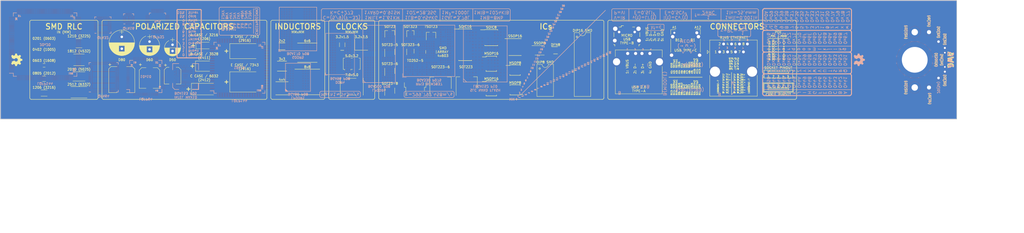
<source format=kicad_pcb>
(kicad_pcb (version 4) (host pcbnew 4.0.4-stable)
  (title_block (title PCB_RULER_12INCH) (date 2018-01-26) (rev 1.0) (comment 1 "AUTHOR: ROBIN S. YANG") (comment 2 "OPEN SOURCE HARDWARE DESIGN"))
  (layers (0 F.Cu signal) (31 B.Cu signal) (34 B.Paste user) (35 F.Paste user) (36 B.SilkS user) (37 F.SilkS user) (38 B.Mask user) (39 F.Mask user) (44 Edge.Cuts user))
  (net 0 "")
  (module OSHW-logo:OSHW-logo_silkscreen-front_4mm (layer F.Cu) (at 19.685 72.39 270)
    (fp_text reference G*** hide)
    (fp_text value OSHW-logo_silkscreen-front_4mm hide)
  )
  (module ruler_specific:DIP-16_W7.62mm_SMDSocket_SmallPads (layer F.Cu) (at 200.914 73.914)
    (fp_text reference REF** hide)
    (fp_text value DIP-16_W7.62mm_SMDSocket_SmallPads hide)
    (pad 1 smd rect (at -3.81 -8.89) (size 1.6 1.6) (layers F.Cu F.Paste F.Mask))
    (pad 9 smd rect (at 3.81 8.89) (size 1.6 1.6) (layers F.Cu F.Paste F.Mask))
    (pad 2 smd rect (at -3.81 -6.35) (size 1.6 1.6) (layers F.Cu F.Paste F.Mask))
    (pad 10 smd rect (at 3.81 6.35) (size 1.6 1.6) (layers F.Cu F.Paste F.Mask))
    (pad 3 smd rect (at -3.81 -3.81) (size 1.6 1.6) (layers F.Cu F.Paste F.Mask))
    (pad 11 smd rect (at 3.81 3.81) (size 1.6 1.6) (layers F.Cu F.Paste F.Mask))
    (pad 4 smd rect (at -3.81 -1.27) (size 1.6 1.6) (layers F.Cu F.Paste F.Mask))
    (pad 12 smd rect (at 3.81 1.27) (size 1.6 1.6) (layers F.Cu F.Paste F.Mask))
    (pad 5 smd rect (at -3.81 1.27) (size 1.6 1.6) (layers F.Cu F.Paste F.Mask))
    (pad 13 smd rect (at 3.81 -1.27) (size 1.6 1.6) (layers F.Cu F.Paste F.Mask))
    (pad 6 smd rect (at -3.81 3.81) (size 1.6 1.6) (layers F.Cu F.Paste F.Mask))
    (pad 14 smd rect (at 3.81 -3.81) (size 1.6 1.6) (layers F.Cu F.Paste F.Mask))
    (pad 7 smd rect (at -3.81 6.35) (size 1.6 1.6) (layers F.Cu F.Paste F.Mask))
    (pad 15 smd rect (at 3.81 -6.35) (size 1.6 1.6) (layers F.Cu F.Paste F.Mask))
    (pad 8 smd rect (at -3.81 8.89) (size 1.6 1.6) (layers F.Cu F.Paste F.Mask))
    (pad 16 smd rect (at 3.81 -8.89) (size 1.6 1.6) (layers F.Cu F.Paste F.Mask))
  )
  (module Connector_USB:USB_Micro-B_Wuerth-629105150521_CircularHoles (layer F.Cu) (at 215.138 64.262)
    (fp_text reference REF** hide)
    (fp_text value USB_Micro-B_Wuerth-629105150521_CircularHoles hide)
    (pad 1 smd rect (at -1.3 -1.9) (size 0.45 1.3) (layers F.Cu F.Paste F.Mask))
    (pad 2 smd rect (at -0.65 -1.9) (size 0.45 1.3) (layers F.Cu F.Paste F.Mask))
    (pad 3 smd rect (at 0 -1.9) (size 0.45 1.3) (layers F.Cu F.Paste F.Mask))
    (pad 4 smd rect (at 0.65 -1.9) (size 0.45 1.3) (layers F.Cu F.Paste F.Mask))
    (pad 5 smd rect (at 1.3 -1.9) (size 0.45 1.3) (layers F.Cu F.Paste F.Mask))
    (pad 6 thru_hole circle (at -3.725 -1.85) (size 2 2) (drill 1.4) (layers *.Cu *.Mask))
    (pad 6 thru_hole circle (at 3.725 -1.85) (size 2 2) (drill 1.4) (layers *.Cu *.Mask))
    (pad 6 thru_hole circle (at -3.875 1.95) (size 1.8 1.8) (drill 1.2) (layers *.Cu *.Mask))
    (pad 6 thru_hole circle (at 3.875 1.95) (size 1.8 1.8) (drill 1.2) (layers *.Cu *.Mask))
    (pad "" np_thru_hole circle (at -2.5 -0.8) (size 0.8 0.8) (drill 0.8) (layers *.Cu *.Mask))
    (pad "" np_thru_hole circle (at 2.5 -0.8) (size 0.8 0.8) (drill 0.8) (layers *.Cu *.Mask))
  )
  (module Capacitors_SMD:C_0805 (layer F.Cu) (at 28.448 78.486 180)
    (fp_text reference REF** hide)
    (fp_text value C_0805 hide)
    (pad 1 smd rect (at -1 0 180) (size 1 1.25) (layers F.Cu F.Paste F.Mask))
    (pad 2 smd rect (at 1 0 180) (size 1 1.25) (layers F.Cu F.Paste F.Mask))
  )
  (module Capacitors_SMD:C_0402_NoSilk (layer F.Cu) (at 28.448 70.358 180)
    (fp_text reference REF** hide)
    (fp_text value C_0402_NoSilk hide)
    (pad 1 smd rect (at -0.55 0 180) (size 0.6 0.5) (layers F.Cu F.Paste F.Mask))
    (pad 2 smd rect (at 0.55 0 180) (size 0.6 0.5) (layers F.Cu F.Paste F.Mask))
  )
  (module Capacitors_SMD:C_0603 (layer F.Cu) (at 28.448 74.168 180)
    (fp_text reference REF** hide)
    (fp_text value C_0603 hide)
    (pad 2 smd rect (at 0.75 0 180) (size 0.8 0.75) (layers F.Cu F.Paste F.Mask))
    (pad 1 smd rect (at -0.75 0 180) (size 0.8 0.75) (layers F.Cu F.Paste F.Mask))
  )
  (module Capacitors_SMD:C_1206 (layer F.Cu) (at 28.448 83.058 180)
    (fp_text reference REF** hide)
    (fp_text value C_1206 hide)
    (pad 1 smd rect (at -1.5 0 180) (size 1 1.6) (layers F.Cu F.Paste F.Mask))
    (pad 2 smd rect (at 1.5 0 180) (size 1 1.6) (layers F.Cu F.Paste F.Mask))
  )
  (module Capacitors_SMD:C_1210 (layer F.Cu) (at 39.624 67.056 180)
    (fp_text reference REF** hide)
    (fp_text value C_1210 hide)
    (pad 1 smd rect (at -1.5 0 180) (size 1 2.5) (layers F.Cu F.Paste F.Mask))
    (pad 2 smd rect (at 1.5 0 180) (size 1 2.5) (layers F.Cu F.Paste F.Mask))
  )
  (module Resistors_SMD:R_2512 (layer F.Cu) (at 39.624 82.804 180)
    (fp_text reference REF** hide)
    (fp_text value R_2512 hide)
    (pad 1 smd rect (at -3.1 0 180) (size 1 3.2) (layers F.Cu F.Paste F.Mask))
    (pad 2 smd rect (at 3.1 0 180) (size 1 3.2) (layers F.Cu F.Paste F.Mask))
  )
  (module Resistors_SMD:R_2010 (layer F.Cu) (at 39.624 77.724 180)
    (fp_text reference REF** hide)
    (fp_text value R_2010 hide)
    (pad 1 smd rect (at -2.45 0 180) (size 1 2.5) (layers F.Cu F.Paste F.Mask))
    (pad 2 smd rect (at 2.45 0 180) (size 1 2.5) (layers F.Cu F.Paste F.Mask))
  )
  (module Resistors_SMD:R_1812 (layer F.Cu) (at 39.624 72.39 180)
    (fp_text reference REF** hide)
    (fp_text value R_1812 hide)
    (pad 1 smd rect (at -2.44 0 180) (size 1.6 3.5) (layers F.Cu F.Paste F.Mask))
    (pad 2 smd rect (at 2.44 0 180) (size 1.6 3.5) (layers F.Cu F.Paste F.Mask))
  )
  (module Capacitors_SMD:CP_Elec_8x10 (layer F.Cu) (at 53.34 78.74 270)
    (fp_text reference REF** hide)
    (fp_text value CP_Elec_8x10 hide)
    (fp_text user + (at -4.78 3.9 270) (layer F.SilkS))
    (pad 1 smd rect (at -3.05 0 90) (size 4 2.5) (layers F.Cu F.Paste F.Mask))
    (pad 2 smd rect (at 3.05 0 90) (size 4 2.5) (layers F.Cu F.Paste F.Mask))
  )
  (module Capacitors_ThroughHole:CP_Radial_D8.0mm_P3.80mm (layer F.Cu) (at 53.34 65.024 270)
    (fp_text reference REF** hide)
    (fp_text value CP_Radial_D8.0mm_P3.80mm hide)
    (pad 1 thru_hole rect (at 0 0 270) (size 1.6 1.6) (drill 0.8) (layers *.Cu *.Mask))
    (pad 2 thru_hole circle (at 3.8 0 270) (size 1.6 1.6) (drill 0.8) (layers *.Cu *.Mask))
  )
  (module Capacitors_SMD:CP_Elec_5x5.3 (layer F.Cu) (at 69.596 77.47 270)
    (fp_text reference REF** hide)
    (fp_text value CP_Elec_5x5.3 hide)
    (fp_text user + (at -3.38 2.34 270) (layer F.SilkS))
    (pad 1 smd rect (at -2.2 0 90) (size 3 1.6) (layers F.Cu F.Paste F.Mask))
    (pad 2 smd rect (at 2.2 0 90) (size 3 1.6) (layers F.Cu F.Paste F.Mask))
  )
  (module Capacitors_SMD:CP_Elec_6.3x5.7 (layer F.Cu) (at 62.23 78.232 270)
    (fp_text reference REF** hide)
    (fp_text value CP_Elec_6.3x5.7 hide)
    (fp_text user + (at -4.28 3.01 270) (layer F.SilkS))
    (pad 1 smd rect (at -2.7 0 90) (size 3.5 1.6) (layers F.Cu F.Paste F.Mask))
    (pad 2 smd rect (at 2.7 0 90) (size 3.5 1.6) (layers F.Cu F.Paste F.Mask))
  )
  (module Capacitors_ThroughHole:CP_Radial_D6.3mm_P2.50mm (layer F.Cu) (at 62.23 66.548 270)
    (fp_text reference REF** hide)
    (fp_text value CP_Radial_D6.3mm_P2.50mm hide)
    (pad 1 thru_hole rect (at 0 0 270) (size 1.6 1.6) (drill 0.8) (layers *.Cu *.Mask))
    (pad 2 thru_hole circle (at 2.5 0 270) (size 1.6 1.6) (drill 0.8) (layers *.Cu *.Mask))
  )
  (module Capacitors_ThroughHole:CP_Radial_D5.0mm_P2.00mm (layer F.Cu) (at 69.596 67.564 270)
    (fp_text reference REF** hide)
    (fp_text value CP_Radial_D5.0mm_P2.00mm hide)
    (pad 1 thru_hole rect (at 0 0 270) (size 1.6 1.6) (drill 0.8) (layers *.Cu *.Mask))
    (pad 2 thru_hole circle (at 2 0 270) (size 1.6 1.6) (drill 0.8) (layers *.Cu *.Mask))
  )
  (module Capacitors_Tantalum_SMD:CP_Tantalum_Case-A_EIA-3216-18_Reflow (layer F.Cu) (at 79.756 67.818)
    (fp_text reference REF** hide)
    (fp_text value CP_Tantalum_Case-A_EIA-3216-18_Reflow hide)
    (pad 1 smd rect (at -1.375 0) (size 1.95 1.5) (layers F.Cu F.Paste F.Mask))
    (pad 2 smd rect (at 1.375 0) (size 1.95 1.5) (layers F.Cu F.Paste F.Mask))
  )
  (module Capacitors_Tantalum_SMD:CP_Tantalum_Case-B_EIA-3528-21_Reflow (layer F.Cu) (at 79.756 74.422)
    (fp_text reference REF** hide)
    (fp_text value CP_Tantalum_Case-B_EIA-3528-21_Reflow hide)
    (pad 1 smd rect (at -1.525 0) (size 1.95 2.5) (layers F.Cu F.Paste F.Mask))
    (pad 2 smd rect (at 1.525 0) (size 1.95 2.5) (layers F.Cu F.Paste F.Mask))
  )
  (module Capacitors_Tantalum_SMD:CP_Tantalum_Case-C_EIA-6032-28_Reflow (layer F.Cu) (at 79.756 81.788)
    (fp_text reference REF** hide)
    (fp_text value CP_Tantalum_Case-C_EIA-6032-28_Reflow hide)
    (pad 1 smd rect (at -2.525 0) (size 2.55 2.5) (layers F.Cu F.Paste F.Mask))
    (pad 2 smd rect (at 2.525 0) (size 2.55 2.5) (layers F.Cu F.Paste F.Mask))
  )
  (module Capacitors_Tantalum_SMD:CP_Tantalum_Case-D_EIA-7343-31_Reflow (layer F.Cu) (at 92.71 69.596)
    (fp_text reference REF** hide)
    (fp_text value CP_Tantalum_Case-D_EIA-7343-31_Reflow hide)
    (pad 1 smd rect (at -3.175 0) (size 2.55 2.7) (layers F.Cu F.Paste F.Mask))
    (pad 2 smd rect (at 3.175 0) (size 2.55 2.7) (layers F.Cu F.Paste F.Mask))
  )
  (module Capacitors_Tantalum_SMD:CP_Tantalum_Case-E_EIA-7260-38_Reflow (layer F.Cu) (at 92.71 79.502)
    (fp_text reference REF** hide)
    (fp_text value CP_Tantalum_Case-E_EIA-7260-38_Reflow hide)
    (pad 1 smd rect (at -3.175 0) (size 2.55 4.4) (layers F.Cu F.Paste F.Mask))
    (pad 2 smd rect (at 3.175 0) (size 2.55 4.4) (layers F.Cu F.Paste F.Mask))
  )
  (module Resistors_SMD:R_0201_NoSilk (layer F.Cu) (at 28.448 66.802)
    (fp_text reference C1 hide)
    (fp_text value C hide)
    (pad 1 smd rect (at -0.26 0) (size 0.28 0.43) (layers F.Cu F.Paste F.Mask))
    (pad 2 smd rect (at 0.26 0) (size 0.28 0.43) (layers F.Cu F.Paste F.Mask))
  )
  (module Inductors:Inductor_Taiyo-Yuden_NR-30xx (layer F.Cu) (at 104.648 74.422)
    (fp_text reference REF** hide)
    (fp_text value Inductor_Taiyo-Yuden_NR-30xx hide)
    (pad 1 smd rect (at -1.1 0) (size 0.8 2.9) (layers F.Cu F.Paste F.Mask))
    (pad 2 smd rect (at 1.1 0) (size 0.8 2.9) (layers F.Cu F.Paste F.Mask))
  )
  (module Inductors:Inductor_Taiyo-Yuden_NR-40xx (layer F.Cu) (at 104.648 81.534)
    (fp_text reference REF** hide)
    (fp_text value Inductor_Taiyo-Yuden_NR-40xx hide)
    (pad 1 smd rect (at -1.4 0) (size 1.2 3.9) (layers F.Cu F.Paste F.Mask))
    (pad 2 smd rect (at 1.4 0) (size 1.2 3.9) (layers F.Cu F.Paste F.Mask))
  )
  (module Inductors:Inductor_Taiyo-Yuden_NR-60xx (layer F.Cu) (at 112.776 70.104)
    (fp_text reference REF** hide)
    (fp_text value Inductor_Taiyo-Yuden_NR-60xx hide)
    (pad 1 smd rect (at -2.35 0) (size 1.6 5.9) (layers F.Cu F.Paste F.Mask))
    (pad 2 smd rect (at 2.35 0) (size 1.6 5.9) (layers F.Cu F.Paste F.Mask))
  )
  (module Inductors:Inductor_Taiyo-Yuden_NR-20xx (layer F.Cu) (at 104.648 68.072)
    (fp_text reference REF** hide)
    (fp_text value Inductor_Taiyo-Yuden_NR-20xx hide)
    (pad 1 smd rect (at -0.675 0) (size 0.65 2) (layers F.Cu F.Paste F.Mask))
    (pad 2 smd rect (at 0.675 0) (size 0.65 2) (layers F.Cu F.Paste F.Mask))
  )
  (module Inductors:Inductor_Taiyo-Yuden_NR-80xx (layer F.Cu) (at 112.776 79.502)
    (fp_text reference REF** hide)
    (fp_text value Inductor_Taiyo-Yuden_NR-80xx hide)
    (pad 1 smd rect (at -2.8 0) (size 1.8 7.7) (layers F.Cu F.Paste F.Mask))
    (pad 2 smd rect (at 2.8 0) (size 1.8 7.7) (layers F.Cu F.Paste F.Mask))
  )
  (module Oscillators:Oscillator_SMD_SeikoEpson_SG8002LB-4pin_5.0x3.2mm (layer F.Cu) (at 127 73.66)
    (fp_text reference REF** hide)
    (fp_text value Oscillator_SMD_SeikoEpson_SG8002LB-4pin_5.0x3.2mm hide)
    (pad 1 smd rect (at -1.27 1.1) (size 1.6 1.5) (layers F.Cu F.Paste F.Mask))
    (pad 2 smd rect (at 1.27 1.1) (size 1.6 1.5) (layers F.Cu F.Paste F.Mask))
    (pad 3 smd rect (at 1.27 -1.1) (size 1.6 1.5) (layers F.Cu F.Paste F.Mask))
    (pad 4 smd rect (at -1.27 -1.1) (size 1.6 1.5) (layers F.Cu F.Paste F.Mask))
  )
  (module Oscillators:Oscillator_SMD_SeikoEpson_SG8002CE-4pin_3.2x2.5mm (layer F.Cu) (at 130.048 67.564)
    (fp_text reference REF** hide)
    (fp_text value Oscillator_SMD_SeikoEpson_SG8002CE-4pin_3.2x2.5mm hide)
    (pad 1 smd rect (at -1.2 0.95) (size 1.4 1.2) (layers F.Cu F.Paste F.Mask))
    (pad 2 smd rect (at 1.2 0.95) (size 1.4 1.2) (layers F.Cu F.Paste F.Mask))
    (pad 3 smd rect (at 1.2 -0.95) (size 1.4 1.2) (layers F.Cu F.Paste F.Mask))
    (pad 4 smd rect (at -1.2 -0.95) (size 1.4 1.2) (layers F.Cu F.Paste F.Mask))
  )
  (module Oscillators:Oscillator_SMD_SeikoEpson_SG8002CA-4pin_7.0x5.0mm (layer F.Cu) (at 127 81.026)
    (fp_text reference REF** hide)
    (fp_text value Oscillator_SMD_SeikoEpson_SG8002CA-4pin_7.0x5.0mm hide)
    (pad 1 smd rect (at -2.54 2.1) (size 1.8 2) (layers F.Cu F.Paste F.Mask))
    (pad 2 smd rect (at 2.54 2.1) (size 1.8 2) (layers F.Cu F.Paste F.Mask))
    (pad 3 smd rect (at 2.54 -2.1) (size 1.8 2) (layers F.Cu F.Paste F.Mask))
    (pad 4 smd rect (at -2.54 -2.1) (size 1.8 2) (layers F.Cu F.Paste F.Mask))
  )
  (module Crystals:Crystal_SMD_3215-2pin_3.2x1.5mm (layer F.Cu) (at 123.952 67.564 270)
    (fp_text reference REF** hide)
    (fp_text value Crystal_SMD_3215-2pin_3.2x1.5mm hide)
    (pad 1 smd rect (at 1.25 0 270) (size 1 1.8) (layers F.Cu F.Paste F.Mask))
    (pad 2 smd rect (at -1.25 0 270) (size 1 1.8) (layers F.Cu F.Paste F.Mask))
  )
  (module TO_SOT_Packages_SMD:SOT-23 (layer F.Cu) (at 139.192 63.754 90)
    (fp_text reference REF** hide)
    (fp_text value SOT-23 hide)
    (pad 1 smd rect (at -1 -0.95 90) (size 0.9 0.8) (layers F.Cu F.Paste F.Mask))
    (pad 2 smd rect (at -1 0.95 90) (size 0.9 0.8) (layers F.Cu F.Paste F.Mask))
    (pad 3 smd rect (at 1 0 90) (size 0.9 0.8) (layers F.Cu F.Paste F.Mask))
  )
  (module TO_SOT_Packages_SMD:SOT-23-5 (layer F.Cu) (at 139.192 69.85 90)
    (fp_text reference REF** hide)
    (fp_text value SOT-23-5 hide)
    (pad 1 smd rect (at -1.1 -0.95 90) (size 1.06 0.65) (layers F.Cu F.Paste F.Mask))
    (pad 2 smd rect (at -1.1 0 90) (size 1.06 0.65) (layers F.Cu F.Paste F.Mask))
    (pad 3 smd rect (at -1.1 0.95 90) (size 1.06 0.65) (layers F.Cu F.Paste F.Mask))
    (pad 4 smd rect (at 1.1 0.95 90) (size 1.06 0.65) (layers F.Cu F.Paste F.Mask))
    (pad 5 smd rect (at 1.1 -0.95 90) (size 1.06 0.65) (layers F.Cu F.Paste F.Mask))
  )
  (module TO_SOT_Packages_SMD:SOT-23-6 (layer F.Cu) (at 139.192 75.946 90)
    (fp_text reference REF** hide)
    (fp_text value SOT-23-6 hide)
    (pad 1 smd rect (at -1.1 -0.95 90) (size 1.06 0.65) (layers F.Cu F.Paste F.Mask))
    (pad 2 smd rect (at -1.1 0 90) (size 1.06 0.65) (layers F.Cu F.Paste F.Mask))
    (pad 3 smd rect (at -1.1 0.95 90) (size 1.06 0.65) (layers F.Cu F.Paste F.Mask))
    (pad 4 smd rect (at 1.1 0.95 90) (size 1.06 0.65) (layers F.Cu F.Paste F.Mask))
    (pad 6 smd rect (at 1.1 -0.95 90) (size 1.06 0.65) (layers F.Cu F.Paste F.Mask))
    (pad 5 smd rect (at 1.1 0 90) (size 1.06 0.65) (layers F.Cu F.Paste F.Mask))
  )
  (module TO_SOT_Packages_SMD:SOT-23-8 (layer F.Cu) (at 139.192 82.296 90)
    (fp_text reference REF** hide)
    (fp_text value SOT-23-8 hide)
    (pad 1 smd rect (at -1.1 -0.98 90) (size 1.06 0.4) (layers F.Cu F.Paste F.Mask))
    (pad 2 smd rect (at -1.1 -0.33 90) (size 1.06 0.4) (layers F.Cu F.Paste F.Mask))
    (pad 3 smd rect (at -1.1 0.33 90) (size 1.06 0.4) (layers F.Cu F.Paste F.Mask))
    (pad 4 smd rect (at -1.1 0.98 90) (size 1.06 0.4) (layers F.Cu F.Paste F.Mask))
    (pad 5 smd rect (at 1.1 0.98 90) (size 1.06 0.4) (layers F.Cu F.Paste F.Mask))
    (pad 6 smd rect (at 1.1 0.33 90) (size 1.06 0.4) (layers F.Cu F.Paste F.Mask))
    (pad 7 smd rect (at 1.1 -0.33 90) (size 1.06 0.4) (layers F.Cu F.Paste F.Mask))
    (pad 8 smd rect (at 1.1 -0.98 90) (size 1.06 0.4) (layers F.Cu F.Paste F.Mask))
  )
  (module TO_SOT_Packages_SMD:SOT-323_SC-70 (layer F.Cu) (at 145.796 63.754 90)
    (fp_text reference REF** hide)
    (fp_text value SOT-323_SC-70 hide)
    (pad 1 smd rect (at -1 -0.65) (size 0.45 0.7) (layers F.Cu F.Paste F.Mask))
    (pad 2 smd rect (at -1 0.65) (size 0.45 0.7) (layers F.Cu F.Paste F.Mask))
    (pad 3 smd rect (at 1 0) (size 0.45 0.7) (layers F.Cu F.Paste F.Mask))
  )
  (module TO_SOT_Packages_SMD:SOT-363_SC-70-6 (layer F.Cu) (at 145.796 69.596 90)
    (fp_text reference REF** hide)
    (fp_text value SOT-363_SC-70-6 hide)
    (pad 1 smd rect (at -0.95 -0.65 90) (size 0.65 0.4) (layers F.Cu F.Paste F.Mask))
    (pad 3 smd rect (at -0.95 0.65 90) (size 0.65 0.4) (layers F.Cu F.Paste F.Mask))
    (pad 5 smd rect (at 0.95 0 90) (size 0.65 0.4) (layers F.Cu F.Paste F.Mask))
    (pad 2 smd rect (at -0.95 0 90) (size 0.65 0.4) (layers F.Cu F.Paste F.Mask))
    (pad 4 smd rect (at 0.95 0.65 90) (size 0.65 0.4) (layers F.Cu F.Paste F.Mask))
    (pad 6 smd rect (at 0.95 -0.65 90) (size 0.65 0.4) (layers F.Cu F.Paste F.Mask))
  )
  (module TO_SOT_Packages_SMD:TO-252-5_TabPin3 (layer F.Cu) (at 147.32 78.74 90)
    (fp_text reference REF** hide)
    (fp_text value TO-252-5_TabPin3 hide)
    (pad 1 smd rect (at -4.2 -2.28 90) (size 2.2 0.8) (layers F.Cu F.Paste F.Mask))
    (pad 2 smd rect (at -4.2 -1.14 90) (size 2.2 0.8) (layers F.Cu F.Paste F.Mask))
    (pad 3 smd rect (at -4.2 0 90) (size 2.2 0.8) (layers F.Cu F.Paste F.Mask))
    (pad 4 smd rect (at -4.2 1.14 90) (size 2.2 0.8) (layers F.Cu F.Paste F.Mask))
    (pad 5 smd rect (at -4.2 2.28 90) (size 2.2 0.8) (layers F.Cu F.Paste F.Mask))
    (pad 3 smd rect (at 2.1 0 90) (size 6.4 5.8) (layers F.Cu F.Mask))
    (pad 3 smd rect (at 3.775 1.525 90) (size 3.05 2.75) (layers F.Cu F.Paste))
    (pad 3 smd rect (at 0.425 -1.525 90) (size 3.05 2.75) (layers F.Cu F.Paste))
    (pad 3 smd rect (at 3.775 -1.525 90) (size 3.05 2.75) (layers F.Cu F.Paste))
    (pad 3 smd rect (at 0.425 1.525 90) (size 3.05 2.75) (layers F.Cu F.Paste))
  )
  (module TO_SOT_Packages_SMD:SOT-223 (layer F.Cu) (at 163.83 79.756 90)
    (fp_text reference REF** hide)
    (fp_text value SOT-223 hide)
    (pad 4 smd rect (at 3.15 0 90) (size 2 3.8) (layers F.Cu F.Paste F.Mask))
    (pad 2 smd rect (at -3.15 0 90) (size 2 1.5) (layers F.Cu F.Paste F.Mask))
    (pad 3 smd rect (at -3.15 2.3 90) (size 2 1.5) (layers F.Cu F.Paste F.Mask))
    (pad 1 smd rect (at -3.15 -2.3 90) (size 2 1.5) (layers F.Cu F.Paste F.Mask))
  )
  (module TO_SOT_Packages_SMD:SOT-223-6 (layer F.Cu) (at 155.448 79.756 90)
    (fp_text reference REF** hide)
    (fp_text value SOT-223-6 hide)
    (pad 4 smd rect (at -3.1375 1.27 90) (size 2.2 0.6) (layers F.Cu F.Paste F.Mask))
    (pad 2 smd rect (at -3.1375 -1.27 90) (size 2.2 0.6) (layers F.Cu F.Paste F.Mask))
    (pad 6 smd rect (at 3.1625 0 90) (size 2.15 3.45) (layers F.Cu F.Paste F.Mask))
    (pad 3 smd rect (at -3.1375 0 90) (size 2.2 0.6) (layers F.Cu F.Paste F.Mask))
    (pad 5 smd rect (at -3.1375 2.54 90) (size 2.2 0.6) (layers F.Cu F.Paste F.Mask))
    (pad 1 smd rect (at -3.1375 -2.54 90) (size 2.2 0.6) (layers F.Cu F.Paste F.Mask))
  )
  (module TO_SOT_Packages_SMD:TSOT-23 (layer F.Cu) (at 152.4 64.516 90)
    (fp_text reference REF** hide)
    (fp_text value TSOT-23 hide)
    (pad 1 smd rect (at -1.31 -0.95 90) (size 1.22 0.65) (layers F.Cu F.Paste F.Mask))
    (pad 2 smd rect (at -1.31 0.95 90) (size 1.22 0.65) (layers F.Cu F.Paste F.Mask))
    (pad 3 smd rect (at 1.31 0 90) (size 1.22 0.65) (layers F.Cu F.Paste F.Mask))
  )
  (module Resistors_SMD:R_Array_Convex_4x0603 (layer F.Cu) (at 152.4 69.85 90)
    (fp_text reference REF** hide)
    (fp_text value R_Array_Convex_4x0603 hide)
    (pad 1 smd rect (at -0.9 -1.2 90) (size 0.8 0.5) (layers F.Cu F.Paste F.Mask))
    (pad 3 smd rect (at -0.9 0.4 90) (size 0.8 0.4) (layers F.Cu F.Paste F.Mask))
    (pad 2 smd rect (at -0.9 -0.4 90) (size 0.8 0.4) (layers F.Cu F.Paste F.Mask))
    (pad 4 smd rect (at -0.9 1.2 90) (size 0.8 0.5) (layers F.Cu F.Paste F.Mask))
    (pad 7 smd rect (at 0.9 -0.4 90) (size 0.8 0.4) (layers F.Cu F.Paste F.Mask))
    (pad 8 smd rect (at 0.9 -1.2 90) (size 0.8 0.5) (layers F.Cu F.Paste F.Mask))
    (pad 6 smd rect (at 0.9 0.4 90) (size 0.8 0.4) (layers F.Cu F.Paste F.Mask))
    (pad 5 smd rect (at 0.9 1.2 90) (size 0.8 0.5) (layers F.Cu F.Paste F.Mask))
  )
  (module Housings_SSOP:MSOP-8-1EP_3x3mm_Pitch0.65mm (layer F.Cu) (at 179.324 82.042 180)
    (fp_text reference REF** hide)
    (fp_text value MSOP-8-1EP_3x3mm_Pitch0.65mm hide)
    (pad 1 smd rect (at -2.105 -0.975 180) (size 0.89 0.42) (layers F.Cu F.Paste F.Mask))
    (pad 2 smd rect (at -2.105 -0.325 180) (size 0.89 0.42) (layers F.Cu F.Paste F.Mask))
    (pad 3 smd rect (at -2.105 0.325 180) (size 0.89 0.42) (layers F.Cu F.Paste F.Mask))
    (pad 4 smd rect (at -2.105 0.975 180) (size 0.89 0.42) (layers F.Cu F.Paste F.Mask))
    (pad 5 smd rect (at 2.105 0.975 180) (size 0.89 0.42) (layers F.Cu F.Paste F.Mask))
    (pad 6 smd rect (at 2.105 0.325 180) (size 0.89 0.42) (layers F.Cu F.Paste F.Mask))
    (pad 7 smd rect (at 2.105 -0.325 180) (size 0.89 0.42) (layers F.Cu F.Paste F.Mask))
    (pad 8 smd rect (at 2.105 -0.975 180) (size 0.89 0.42) (layers F.Cu F.Paste F.Mask))
    (pad 9 smd rect (at 0.42 0.47 180) (size 0.84 0.94) (layers F.Cu F.Paste F.Mask))
    (pad 9 smd rect (at 0.42 -0.47 180) (size 0.84 0.94) (layers F.Cu F.Paste F.Mask))
    (pad 9 smd rect (at -0.42 0.47 180) (size 0.84 0.94) (layers F.Cu F.Paste F.Mask))
    (pad 9 smd rect (at -0.42 -0.47 180) (size 0.84 0.94) (layers F.Cu F.Paste F.Mask))
  )
  (module Housings_SSOP:MSOP-16-1EP_3x4mm_Pitch0.5mm (layer F.Cu) (at 171.704 81.534)
    (fp_text reference REF** hide)
    (fp_text value MSOP-16-1EP_3x4mm_Pitch0.5mm hide)
    (pad 1 smd rect (at -2.2 -1.75) (size 1.4 0.3) (layers F.Cu F.Paste F.Mask))
    (pad 2 smd rect (at -2.2 -1.25) (size 1.4 0.3) (layers F.Cu F.Paste F.Mask))
    (pad 3 smd rect (at -2.2 -0.75) (size 1.4 0.3) (layers F.Cu F.Paste F.Mask))
    (pad 4 smd rect (at -2.2 -0.25) (size 1.4 0.3) (layers F.Cu F.Paste F.Mask))
    (pad 5 smd rect (at -2.2 0.25) (size 1.4 0.3) (layers F.Cu F.Paste F.Mask))
    (pad 12 smd rect (at 2.2 0.25) (size 1.4 0.3) (layers F.Cu F.Paste F.Mask))
    (pad 13 smd rect (at 2.2 -0.25) (size 1.4 0.3) (layers F.Cu F.Paste F.Mask))
    (pad 14 smd rect (at 2.2 -0.75) (size 1.4 0.3) (layers F.Cu F.Paste F.Mask))
    (pad 15 smd rect (at 2.2 -1.25) (size 1.4 0.3) (layers F.Cu F.Paste F.Mask))
    (pad 16 smd rect (at 2.2 -1.75) (size 1.4 0.3) (layers F.Cu F.Paste F.Mask))
    (pad 6 smd rect (at -2.2 0.75) (size 1.4 0.3) (layers F.Cu F.Paste F.Mask))
    (pad 7 smd rect (at -2.2 1.25) (size 1.4 0.3) (layers F.Cu F.Paste F.Mask))
    (pad 8 smd rect (at -2.2 1.75) (size 1.4 0.3) (layers F.Cu F.Paste F.Mask))
    (pad 11 smd rect (at 2.2 0.75) (size 1.4 0.3) (layers F.Cu F.Paste F.Mask))
    (pad 10 smd rect (at 2.2 1.25) (size 1.4 0.3) (layers F.Cu F.Paste F.Mask))
    (pad 9 smd rect (at 2.2 1.75) (size 1.4 0.3) (layers F.Cu F.Paste F.Mask))
    (pad 17 smd rect (at 0 -0.1) (size 1.65 2.85) (layers F.Cu F.Paste F.Mask))
  )
  (module Housings_SSOP:MSOP-16_3x4mm_Pitch0.5mm (layer F.Cu) (at 171.704 73.66)
    (fp_text reference REF** hide)
    (fp_text value MSOP-16_3x4mm_Pitch0.5mm hide)
    (pad 1 smd rect (at -2.2 -1.75) (size 1.4 0.3) (layers F.Cu F.Paste F.Mask))
    (pad 2 smd rect (at -2.2 -1.25) (size 1.4 0.3) (layers F.Cu F.Paste F.Mask))
    (pad 3 smd rect (at -2.2 -0.75) (size 1.4 0.3) (layers F.Cu F.Paste F.Mask))
    (pad 4 smd rect (at -2.2 -0.25) (size 1.4 0.3) (layers F.Cu F.Paste F.Mask))
    (pad 5 smd rect (at -2.2 0.25) (size 1.4 0.3) (layers F.Cu F.Paste F.Mask))
    (pad 12 smd rect (at 2.2 0.25) (size 1.4 0.3) (layers F.Cu F.Paste F.Mask))
    (pad 13 smd rect (at 2.2 -0.25) (size 1.4 0.3) (layers F.Cu F.Paste F.Mask))
    (pad 14 smd rect (at 2.2 -0.75) (size 1.4 0.3) (layers F.Cu F.Paste F.Mask))
    (pad 15 smd rect (at 2.2 -1.25) (size 1.4 0.3) (layers F.Cu F.Paste F.Mask))
    (pad 16 smd rect (at 2.2 -1.75) (size 1.4 0.3) (layers F.Cu F.Paste F.Mask))
    (pad 6 smd rect (at -2.2 0.75) (size 1.4 0.3) (layers F.Cu F.Paste F.Mask))
    (pad 7 smd rect (at -2.2 1.25) (size 1.4 0.3) (layers F.Cu F.Paste F.Mask))
    (pad 8 smd rect (at -2.2 1.75) (size 1.4 0.3) (layers F.Cu F.Paste F.Mask))
    (pad 11 smd rect (at 2.2 0.75) (size 1.4 0.3) (layers F.Cu F.Paste F.Mask))
    (pad 10 smd rect (at 2.2 1.25) (size 1.4 0.3) (layers F.Cu F.Paste F.Mask))
    (pad 9 smd rect (at 2.2 1.75) (size 1.4 0.3) (layers F.Cu F.Paste F.Mask))
  )
  (module Housings_SSOP:MSOP-8_3x3mm_Pitch0.65mm (layer F.Cu) (at 179.324 75.692)
    (fp_text reference REF** hide)
    (fp_text value MSOP-8_3x3mm_Pitch0.65mm hide)
    (pad 1 smd rect (at -2.2 -0.975) (size 1.45 0.45) (layers F.Cu F.Paste F.Mask))
    (pad 2 smd rect (at -2.2 -0.325) (size 1.45 0.45) (layers F.Cu F.Paste F.Mask))
    (pad 3 smd rect (at -2.2 0.325) (size 1.45 0.45) (layers F.Cu F.Paste F.Mask))
    (pad 4 smd rect (at -2.2 0.975) (size 1.45 0.45) (layers F.Cu F.Paste F.Mask))
    (pad 5 smd rect (at 2.2 0.975) (size 1.45 0.45) (layers F.Cu F.Paste F.Mask))
    (pad 6 smd rect (at 2.2 0.325) (size 1.45 0.45) (layers F.Cu F.Paste F.Mask))
    (pad 7 smd rect (at 2.2 -0.325) (size 1.45 0.45) (layers F.Cu F.Paste F.Mask))
    (pad 8 smd rect (at 2.2 -0.975) (size 1.45 0.45) (layers F.Cu F.Paste F.Mask))
  )
  (module Housings_SSOP:SSOP-16_3.9x4.9mm_Pitch0.635mm (layer F.Cu) (at 179.324 68.326)
    (fp_text reference REF** hide)
    (fp_text value SSOP-16_3.9x4.9mm_Pitch0.635mm hide)
    (pad 1 smd rect (at -2.6 -2.2225) (size 1.2 0.4) (layers F.Cu F.Paste F.Mask))
    (pad 2 smd rect (at -2.6 -1.5875) (size 1.2 0.4) (layers F.Cu F.Paste F.Mask))
    (pad 3 smd rect (at -2.6 -0.9525) (size 1.2 0.4) (layers F.Cu F.Paste F.Mask))
    (pad 4 smd rect (at -2.6 -0.3175) (size 1.2 0.4) (layers F.Cu F.Paste F.Mask))
    (pad 5 smd rect (at -2.6 0.3175) (size 1.2 0.4) (layers F.Cu F.Paste F.Mask))
    (pad 6 smd rect (at -2.6 0.9525) (size 1.2 0.4) (layers F.Cu F.Paste F.Mask))
    (pad 7 smd rect (at -2.6 1.5875) (size 1.2 0.4) (layers F.Cu F.Paste F.Mask))
    (pad 8 smd rect (at -2.6 2.2225) (size 1.2 0.4) (layers F.Cu F.Paste F.Mask))
    (pad 9 smd rect (at 2.6 2.2225) (size 1.2 0.4) (layers F.Cu F.Paste F.Mask))
    (pad 10 smd rect (at 2.6 1.5875) (size 1.2 0.4) (layers F.Cu F.Paste F.Mask))
    (pad 11 smd rect (at 2.6 0.9525) (size 1.2 0.4) (layers F.Cu F.Paste F.Mask))
    (pad 12 smd rect (at 2.6 0.3175) (size 1.2 0.4) (layers F.Cu F.Paste F.Mask))
    (pad 13 smd rect (at 2.6 -0.3175) (size 1.2 0.4) (layers F.Cu F.Paste F.Mask))
    (pad 14 smd rect (at 2.6 -0.9525) (size 1.2 0.4) (layers F.Cu F.Paste F.Mask))
    (pad 15 smd rect (at 2.6 -1.5875) (size 1.2 0.4) (layers F.Cu F.Paste F.Mask))
    (pad 16 smd rect (at 2.6 -2.2225) (size 1.2 0.4) (layers F.Cu F.Paste F.Mask))
  )
  (module Housings_SOIC:SOIC-8_3.9x4.9mm_Pitch1.27mm (layer F.Cu) (at 171.704 65.278)
    (fp_text reference REF** hide)
    (fp_text value SOIC-8_3.9x4.9mm_Pitch1.27mm hide)
    (pad 1 smd rect (at -2.7 -1.905) (size 1.55 0.6) (layers F.Cu F.Paste F.Mask))
    (pad 2 smd rect (at -2.7 -0.635) (size 1.55 0.6) (layers F.Cu F.Paste F.Mask))
    (pad 3 smd rect (at -2.7 0.635) (size 1.55 0.6) (layers F.Cu F.Paste F.Mask))
    (pad 4 smd rect (at -2.7 1.905) (size 1.55 0.6) (layers F.Cu F.Paste F.Mask))
    (pad 5 smd rect (at 2.7 1.905) (size 1.55 0.6) (layers F.Cu F.Paste F.Mask))
    (pad 6 smd rect (at 2.7 0.635) (size 1.55 0.6) (layers F.Cu F.Paste F.Mask))
    (pad 7 smd rect (at 2.7 -0.635) (size 1.55 0.6) (layers F.Cu F.Paste F.Mask))
    (pad 8 smd rect (at 2.7 -1.905) (size 1.55 0.6) (layers F.Cu F.Paste F.Mask))
  )
  (module Housings_SOIC:SOIC-16_3.9x9.9mm_Pitch1.27mm (layer F.Cu) (at 163.322 67.564)
    (fp_text reference REF** hide)
    (fp_text value SOIC-16_3.9x9.9mm_Pitch1.27mm hide)
    (pad 1 smd rect (at -2.7 -4.445) (size 1.5 0.6) (layers F.Cu F.Paste F.Mask))
    (pad 2 smd rect (at -2.7 -3.175) (size 1.5 0.6) (layers F.Cu F.Paste F.Mask))
    (pad 3 smd rect (at -2.7 -1.905) (size 1.5 0.6) (layers F.Cu F.Paste F.Mask))
    (pad 4 smd rect (at -2.7 -0.635) (size 1.5 0.6) (layers F.Cu F.Paste F.Mask))
    (pad 5 smd rect (at -2.7 0.635) (size 1.5 0.6) (layers F.Cu F.Paste F.Mask))
    (pad 6 smd rect (at -2.7 1.905) (size 1.5 0.6) (layers F.Cu F.Paste F.Mask))
    (pad 7 smd rect (at -2.7 3.175) (size 1.5 0.6) (layers F.Cu F.Paste F.Mask))
    (pad 8 smd rect (at -2.7 4.445) (size 1.5 0.6) (layers F.Cu F.Paste F.Mask))
    (pad 9 smd rect (at 2.7 4.445) (size 1.5 0.6) (layers F.Cu F.Paste F.Mask))
    (pad 10 smd rect (at 2.7 3.175) (size 1.5 0.6) (layers F.Cu F.Paste F.Mask))
    (pad 11 smd rect (at 2.7 1.905) (size 1.5 0.6) (layers F.Cu F.Paste F.Mask))
    (pad 12 smd rect (at 2.7 0.635) (size 1.5 0.6) (layers F.Cu F.Paste F.Mask))
    (pad 13 smd rect (at 2.7 -0.635) (size 1.5 0.6) (layers F.Cu F.Paste F.Mask))
    (pad 14 smd rect (at 2.7 -1.905) (size 1.5 0.6) (layers F.Cu F.Paste F.Mask))
    (pad 15 smd rect (at 2.7 -3.175) (size 1.5 0.6) (layers F.Cu F.Paste F.Mask))
    (pad 16 smd rect (at 2.7 -4.445) (size 1.5 0.6) (layers F.Cu F.Paste F.Mask))
  )
  (module ruler_specific:DIP-8_W7.62mm_SMDSocket_SmallPads (layer F.Cu) (at 188.976 78.994)
    (fp_text reference REF** hide)
    (fp_text value DIP-8_W7.62mm_SMDSocket_SmallPads hide)
    (pad 1 smd rect (at -3.81 -3.81) (size 1.6 1.6) (layers F.Cu F.Paste F.Mask))
    (pad 5 smd rect (at 3.81 3.81) (size 1.6 1.6) (layers F.Cu F.Paste F.Mask))
    (pad 2 smd rect (at -3.81 -1.27) (size 1.6 1.6) (layers F.Cu F.Paste F.Mask))
    (pad 6 smd rect (at 3.81 1.27) (size 1.6 1.6) (layers F.Cu F.Paste F.Mask))
    (pad 3 smd rect (at -3.81 1.27) (size 1.6 1.6) (layers F.Cu F.Paste F.Mask))
    (pad 7 smd rect (at 3.81 -1.27) (size 1.6 1.6) (layers F.Cu F.Paste F.Mask))
    (pad 4 smd rect (at -3.81 3.81) (size 1.6 1.6) (layers F.Cu F.Paste F.Mask))
    (pad 8 smd rect (at 3.81 -3.81) (size 1.6 1.6) (layers F.Cu F.Paste F.Mask))
  )
  (module Housings_DFN_QFN:DFN-8_2x2mm_Pitch0.5mm (layer F.Cu) (at 192.278 69.342)
    (fp_text reference REF** hide)
    (fp_text value DFN-8_2x2mm_Pitch0.5mm hide)
    (pad 1 smd rect (at -0.95 -0.75) (size 0.85 0.3) (layers F.Cu F.Paste F.Mask))
    (pad 2 smd rect (at -0.95 -0.25) (size 0.85 0.3) (layers F.Cu F.Paste F.Mask))
    (pad 3 smd rect (at -0.95 0.25) (size 0.85 0.3) (layers F.Cu F.Paste F.Mask))
    (pad 4 smd rect (at -0.95 0.75) (size 0.85 0.3) (layers F.Cu F.Paste F.Mask))
    (pad 5 smd rect (at 0.95 0.75) (size 0.85 0.3) (layers F.Cu F.Paste F.Mask))
    (pad 6 smd rect (at 0.95 0.25) (size 0.85 0.3) (layers F.Cu F.Paste F.Mask))
    (pad 7 smd rect (at 0.95 -0.25) (size 0.85 0.3) (layers F.Cu F.Paste F.Mask))
    (pad 8 smd rect (at 0.95 -0.75) (size 0.85 0.3) (layers F.Cu F.Paste F.Mask))
  )
  (module Housings_SSOP:SSOP-8_2.95x2.8mm_Pitch0.65mm (layer F.Cu) (at 187.198 69.342)
    (fp_text reference REF** hide)
    (fp_text value SSOP-8_2.95x2.8mm_Pitch0.65mm hide)
    (pad 1 smd rect (at -1.7 -0.975 270) (size 0.3 1.6) (layers F.Cu F.Paste F.Mask))
    (pad 2 smd rect (at -1.7 -0.325 270) (size 0.3 1.6) (layers F.Cu F.Paste F.Mask))
    (pad 3 smd rect (at -1.7 0.325 270) (size 0.3 1.6) (layers F.Cu F.Paste F.Mask))
    (pad 4 smd rect (at -1.7 0.975 270) (size 0.3 1.6) (layers F.Cu F.Paste F.Mask))
    (pad 5 smd rect (at 1.7 0.975 270) (size 0.3 1.6) (layers F.Cu F.Paste F.Mask))
    (pad 6 smd rect (at 1.7 0.325 270) (size 0.3 1.6) (layers F.Cu F.Paste F.Mask))
    (pad 7 smd rect (at 1.7 -0.325 270) (size 0.3 1.6) (layers F.Cu F.Paste F.Mask))
    (pad 8 smd rect (at 1.7 -0.975 270) (size 0.3 1.6) (layers F.Cu F.Paste F.Mask))
  )
  (module Connector_USB:USB_C_Receptacle_Amphenol_12401610E4-2A_CircularHoles (layer F.Cu) (at 233.934 68.072)
    (fp_text reference REF** hide)
    (fp_text value USB_C_Receptacle_Amphenol_12401610E4-2A_CircularHoles hide)
    (pad S1 thru_hole circle (at -4.13 -3.11) (size 1.4 1.4) (drill 1.1) (layers *.Cu *.Mask))
    (pad A1 smd rect (at -2.75 -5.02) (size 0.3 0.7) (layers F.Cu F.Paste F.Mask))
    (pad A2 smd rect (at -2.25 -5.02) (size 0.3 0.7) (layers F.Cu F.Paste F.Mask))
    (pad A3 smd rect (at -1.75 -5.02) (size 0.3 0.7) (layers F.Cu F.Paste F.Mask))
    (pad A4 smd rect (at -1.25 -5.02) (size 0.3 0.7) (layers F.Cu F.Paste F.Mask))
    (pad A5 smd rect (at -0.75 -5.02) (size 0.3 0.7) (layers F.Cu F.Paste F.Mask))
    (pad A6 smd rect (at -0.25 -5.02) (size 0.3 0.7) (layers F.Cu F.Paste F.Mask))
    (pad A7 smd rect (at 0.25 -5.02) (size 0.3 0.7) (layers F.Cu F.Paste F.Mask))
    (pad A12 smd rect (at 2.75 -5.02) (size 0.3 0.7) (layers F.Cu F.Paste F.Mask))
    (pad A10 smd rect (at 1.75 -5.02) (size 0.3 0.7) (layers F.Cu F.Paste F.Mask))
    (pad A9 smd rect (at 1.25 -5.02) (size 0.3 0.7) (layers F.Cu F.Paste F.Mask))
    (pad A8 smd rect (at 0.75 -5.02) (size 0.3 0.7) (layers F.Cu F.Paste F.Mask))
    (pad A11 smd rect (at 2.25 -5.02) (size 0.3 0.7) (layers F.Cu F.Paste F.Mask))
    (pad B1 smd rect (at 2.5 -3.32) (size 0.3 0.7) (layers F.Cu F.Paste F.Mask))
    (pad S1 thru_hole circle (at 4.13 -3.11) (size 1.4 1.4) (drill 1.1) (layers *.Cu *.Mask))
    (pad S1 thru_hole circle (at 4.49 2.84) (size 1.4 1.4) (drill 1.1) (layers *.Cu *.Mask))
    (pad S1 thru_hole circle (at -4.49 2.84) (size 1.4 1.4) (drill 1.1) (layers *.Cu *.Mask))
    (pad "" np_thru_hole circle (at 3.6 -4.36) (size 0.95 0.95) (drill 0.95) (layers *.Cu *.Mask))
    (pad "" np_thru_hole circle (at -3.6 -4.36) (size 0.65 0.65) (drill 0.65) (layers *.Cu *.Mask))
    (pad B2 smd rect (at 2 -3.32) (size 0.3 0.7) (layers F.Cu F.Paste F.Mask))
    (pad B3 smd rect (at 1.5 -3.32) (size 0.3 0.7) (layers F.Cu F.Paste F.Mask))
    (pad B4 smd rect (at 1 -3.32) (size 0.3 0.7) (layers F.Cu F.Paste F.Mask))
    (pad B5 smd rect (at 0.5 -3.32) (size 0.3 0.7) (layers F.Cu F.Paste F.Mask))
    (pad B6 smd rect (at 0 -3.32) (size 0.3 0.7) (layers F.Cu F.Paste F.Mask))
    (pad B7 smd rect (at -0.5 -3.32) (size 0.3 0.7) (layers F.Cu F.Paste F.Mask))
    (pad B8 smd rect (at -1 -3.32) (size 0.3 0.7) (layers F.Cu F.Paste F.Mask))
    (pad B9 smd rect (at -1.5 -3.32) (size 0.3 0.7) (layers F.Cu F.Paste F.Mask))
    (pad B10 smd rect (at -2 -3.32) (size 0.3 0.7) (layers F.Cu F.Paste F.Mask))
    (pad B11 smd rect (at -2.5 -3.32) (size 0.3 0.7) (layers F.Cu F.Paste F.Mask))
    (pad B12 smd rect (at -3 -3.32) (size 0.3 0.7) (layers F.Cu F.Paste F.Mask))
  )
  (module Connector_RJ:RJ45_8 (layer F.Cu) (at 244.856 69.85)
    (fp_text reference REF** hide)
    (fp_text value RJ45_8 hide)
    (pad "" np_thru_hole circle (at 10.38 6.35) (size 3.65 3.65) (drill 3.25) (layers *.Cu *.Mask))
    (pad "" np_thru_hole circle (at -1.49 6.35) (size 3.65 3.65) (drill 3.25) (layers *.Cu *.Mask))
    (pad 1 thru_hole rect (at 0 0) (size 1.5 1.5) (drill 0.9) (layers *.Cu *.Mask))
    (pad 2 thru_hole circle (at 1.27 -2.54) (size 1.5 1.5) (drill 0.9) (layers *.Cu *.Mask))
    (pad 3 thru_hole circle (at 2.54 0) (size 1.5 1.5) (drill 0.9) (layers *.Cu *.Mask))
    (pad 4 thru_hole circle (at 3.81 -2.54) (size 1.5 1.5) (drill 0.9) (layers *.Cu *.Mask))
    (pad 5 thru_hole circle (at 5.08 0) (size 1.5 1.5) (drill 0.9) (layers *.Cu *.Mask))
    (pad 6 thru_hole circle (at 6.35 -2.54) (size 1.5 1.5) (drill 0.9) (layers *.Cu *.Mask))
    (pad 7 thru_hole circle (at 7.62 0) (size 1.5 1.5) (drill 0.9) (layers *.Cu *.Mask))
    (pad 8 thru_hole circle (at 8.89 -2.54) (size 1.5 1.5) (drill 0.9) (layers *.Cu *.Mask))
  )
  (module Connect:USB_A (layer F.Cu) (at 215.392 70.358)
    (fp_text reference REF** hide)
    (fp_text value USB_A hide)
    (pad 4 thru_hole circle (at 7.11 0 270) (size 1.5 1.5) (drill 1) (layers *.Cu *.Mask))
    (pad 3 thru_hole circle (at 4.57 0 270) (size 1.5 1.5) (drill 1) (layers *.Cu *.Mask))
    (pad 2 thru_hole circle (at 2.54 0 270) (size 1.5 1.5) (drill 1) (layers *.Cu *.Mask))
    (pad 1 thru_hole circle (at 0 0 270) (size 1.5 1.5) (drill 1) (layers *.Cu *.Mask))
    (pad 5 thru_hole circle (at 10.16 2.67 270) (size 3 3) (drill 2.3) (layers *.Cu *.Mask))
    (pad 5 thru_hole circle (at -3.56 2.67 270) (size 3 3) (drill 2.3) (layers *.Cu *.Mask))
  )
  (module Housings_QFP:LQFP-144_20x20mm_Pitch0.5mm (layer B.Cu) (at 28.78 67.5)
    (fp_text reference REF** hide)
    (fp_text value LQFP-144_20x20mm_Pitch0.5mm hide)
    (pad 1 smd rect (at -10.7 8.75) (size 1.55 0.3) (layers B.Cu B.Paste B.Mask))
    (pad 2 smd rect (at -10.7 8.25) (size 1.55 0.3) (layers B.Cu B.Paste B.Mask))
    (pad 3 smd rect (at -10.7 7.75) (size 1.55 0.3) (layers B.Cu B.Paste B.Mask))
    (pad 4 smd rect (at -10.7 7.25) (size 1.55 0.3) (layers B.Cu B.Paste B.Mask))
    (pad 5 smd rect (at -10.7 6.75) (size 1.55 0.3) (layers B.Cu B.Paste B.Mask))
    (pad 6 smd rect (at -10.7 6.25) (size 1.55 0.3) (layers B.Cu B.Paste B.Mask))
    (pad 7 smd rect (at -10.7 5.75) (size 1.55 0.3) (layers B.Cu B.Paste B.Mask))
    (pad 8 smd rect (at -10.7 5.25) (size 1.55 0.3) (layers B.Cu B.Paste B.Mask))
    (pad 9 smd rect (at -10.7 4.75) (size 1.55 0.3) (layers B.Cu B.Paste B.Mask))
    (pad 10 smd rect (at -10.7 4.25) (size 1.55 0.3) (layers B.Cu B.Paste B.Mask))
    (pad 11 smd rect (at -10.7 3.75) (size 1.55 0.3) (layers B.Cu B.Paste B.Mask))
    (pad 12 smd rect (at -10.7 3.25) (size 1.55 0.3) (layers B.Cu B.Paste B.Mask))
    (pad 13 smd rect (at -10.7 2.75) (size 1.55 0.3) (layers B.Cu B.Paste B.Mask))
    (pad 14 smd rect (at -10.7 2.25) (size 1.55 0.3) (layers B.Cu B.Paste B.Mask))
    (pad 15 smd rect (at -10.7 1.75) (size 1.55 0.3) (layers B.Cu B.Paste B.Mask))
    (pad 16 smd rect (at -10.7 1.25) (size 1.55 0.3) (layers B.Cu B.Paste B.Mask))
    (pad 17 smd rect (at -10.7 0.75) (size 1.55 0.3) (layers B.Cu B.Paste B.Mask))
    (pad 18 smd rect (at -10.7 0.25) (size 1.55 0.3) (layers B.Cu B.Paste B.Mask))
    (pad 19 smd rect (at -10.7 -0.25) (size 1.55 0.3) (layers B.Cu B.Paste B.Mask))
    (pad 20 smd rect (at -10.7 -0.75) (size 1.55 0.3) (layers B.Cu B.Paste B.Mask))
    (pad 21 smd rect (at -10.7 -1.25) (size 1.55 0.3) (layers B.Cu B.Paste B.Mask))
    (pad 22 smd rect (at -10.7 -1.75) (size 1.55 0.3) (layers B.Cu B.Paste B.Mask))
    (pad 23 smd rect (at -10.7 -2.25) (size 1.55 0.3) (layers B.Cu B.Paste B.Mask))
    (pad 24 smd rect (at -10.7 -2.75) (size 1.55 0.3) (layers B.Cu B.Paste B.Mask))
    (pad 25 smd rect (at -10.7 -3.25) (size 1.55 0.3) (layers B.Cu B.Paste B.Mask))
    (pad 26 smd rect (at -10.7 -3.75) (size 1.55 0.3) (layers B.Cu B.Paste B.Mask))
    (pad 27 smd rect (at -10.7 -4.25) (size 1.55 0.3) (layers B.Cu B.Paste B.Mask))
    (pad 28 smd rect (at -10.7 -4.75) (size 1.55 0.3) (layers B.Cu B.Paste B.Mask))
    (pad 29 smd rect (at -10.7 -5.25) (size 1.55 0.3) (layers B.Cu B.Paste B.Mask))
    (pad 30 smd rect (at -10.7 -5.75) (size 1.55 0.3) (layers B.Cu B.Paste B.Mask))
    (pad 31 smd rect (at -10.7 -6.25) (size 1.55 0.3) (layers B.Cu B.Paste B.Mask))
    (pad 32 smd rect (at -10.7 -6.75) (size 1.55 0.3) (layers B.Cu B.Paste B.Mask))
    (pad 33 smd rect (at -10.7 -7.25) (size 1.55 0.3) (layers B.Cu B.Paste B.Mask))
    (pad 34 smd rect (at -10.7 -7.75) (size 1.55 0.3) (layers B.Cu B.Paste B.Mask))
    (pad 35 smd rect (at -10.7 -8.25) (size 1.55 0.3) (layers B.Cu B.Paste B.Mask))
    (pad 36 smd rect (at -10.7 -8.75) (size 1.55 0.3) (layers B.Cu B.Paste B.Mask))
    (pad 37 smd rect (at -8.75 -10.7 270) (size 1.55 0.3) (layers B.Cu B.Paste B.Mask))
    (pad 38 smd rect (at -8.25 -10.7 270) (size 1.55 0.3) (layers B.Cu B.Paste B.Mask))
    (pad 39 smd rect (at -7.75 -10.7 270) (size 1.55 0.3) (layers B.Cu B.Paste B.Mask))
    (pad 40 smd rect (at -7.25 -10.7 270) (size 1.55 0.3) (layers B.Cu B.Paste B.Mask))
    (pad 41 smd rect (at -6.75 -10.7 270) (size 1.55 0.3) (layers B.Cu B.Paste B.Mask))
    (pad 42 smd rect (at -6.25 -10.7 270) (size 1.55 0.3) (layers B.Cu B.Paste B.Mask))
    (pad 43 smd rect (at -5.75 -10.7 270) (size 1.55 0.3) (layers B.Cu B.Paste B.Mask))
    (pad 44 smd rect (at -5.25 -10.7 270) (size 1.55 0.3) (layers B.Cu B.Paste B.Mask))
    (pad 45 smd rect (at -4.75 -10.7 270) (size 1.55 0.3) (layers B.Cu B.Paste B.Mask))
    (pad 46 smd rect (at -4.25 -10.7 270) (size 1.55 0.3) (layers B.Cu B.Paste B.Mask))
    (pad 47 smd rect (at -3.75 -10.7 270) (size 1.55 0.3) (layers B.Cu B.Paste B.Mask))
    (pad 48 smd rect (at -3.25 -10.7 270) (size 1.55 0.3) (layers B.Cu B.Paste B.Mask))
    (pad 49 smd rect (at -2.75 -10.7 270) (size 1.55 0.3) (layers B.Cu B.Paste B.Mask))
    (pad 50 smd rect (at -2.25 -10.7 270) (size 1.55 0.3) (layers B.Cu B.Paste B.Mask))
    (pad 51 smd rect (at -1.75 -10.7 270) (size 1.55 0.3) (layers B.Cu B.Paste B.Mask))
    (pad 52 smd rect (at -1.25 -10.7 270) (size 1.55 0.3) (layers B.Cu B.Paste B.Mask))
    (pad 53 smd rect (at -0.75 -10.7 270) (size 1.55 0.3) (layers B.Cu B.Paste B.Mask))
    (pad 54 smd rect (at -0.25 -10.7 270) (size 1.55 0.3) (layers B.Cu B.Paste B.Mask))
    (pad 55 smd rect (at 0.25 -10.7 270) (size 1.55 0.3) (layers B.Cu B.Paste B.Mask))
    (pad 56 smd rect (at 0.75 -10.7 270) (size 1.55 0.3) (layers B.Cu B.Paste B.Mask))
    (pad 57 smd rect (at 1.25 -10.7 270) (size 1.55 0.3) (layers B.Cu B.Paste B.Mask))
    (pad 58 smd rect (at 1.75 -10.7 270) (size 1.55 0.3) (layers B.Cu B.Paste B.Mask))
    (pad 59 smd rect (at 2.25 -10.7 270) (size 1.55 0.3) (layers B.Cu B.Paste B.Mask))
    (pad 60 smd rect (at 2.75 -10.7 270) (size 1.55 0.3) (layers B.Cu B.Paste B.Mask))
    (pad 61 smd rect (at 3.25 -10.7 270) (size 1.55 0.3) (layers B.Cu B.Paste B.Mask))
    (pad 62 smd rect (at 3.75 -10.7 270) (size 1.55 0.3) (layers B.Cu B.Paste B.Mask))
    (pad 63 smd rect (at 4.25 -10.7 270) (size 1.55 0.3) (layers B.Cu B.Paste B.Mask))
    (pad 64 smd rect (at 4.75 -10.7 270) (size 1.55 0.3) (layers B.Cu B.Paste B.Mask))
    (pad 65 smd rect (at 5.25 -10.7 270) (size 1.55 0.3) (layers B.Cu B.Paste B.Mask))
    (pad 66 smd rect (at 5.75 -10.7 270) (size 1.55 0.3) (layers B.Cu B.Paste B.Mask))
    (pad 67 smd rect (at 6.25 -10.7 270) (size 1.55 0.3) (layers B.Cu B.Paste B.Mask))
    (pad 68 smd rect (at 6.75 -10.7 270) (size 1.55 0.3) (layers B.Cu B.Paste B.Mask))
    (pad 69 smd rect (at 7.25 -10.7 270) (size 1.55 0.3) (layers B.Cu B.Paste B.Mask))
    (pad 70 smd rect (at 7.75 -10.7 270) (size 1.55 0.3) (layers B.Cu B.Paste B.Mask))
    (pad 71 smd rect (at 8.25 -10.7 270) (size 1.55 0.3) (layers B.Cu B.Paste B.Mask))
    (pad 72 smd rect (at 8.75 -10.7 270) (size 1.55 0.3) (layers B.Cu B.Paste B.Mask))
    (pad 73 smd rect (at 10.7 -8.75) (size 1.55 0.3) (layers B.Cu B.Paste B.Mask))
    (pad 74 smd rect (at 10.7 -8.25) (size 1.55 0.3) (layers B.Cu B.Paste B.Mask))
    (pad 75 smd rect (at 10.7 -7.75) (size 1.55 0.3) (layers B.Cu B.Paste B.Mask))
    (pad 76 smd rect (at 10.7 -7.25) (size 1.55 0.3) (layers B.Cu B.Paste B.Mask))
    (pad 77 smd rect (at 10.7 -6.75) (size 1.55 0.3) (layers B.Cu B.Paste B.Mask))
    (pad 78 smd rect (at 10.7 -6.25) (size 1.55 0.3) (layers B.Cu B.Paste B.Mask))
    (pad 79 smd rect (at 10.7 -5.75) (size 1.55 0.3) (layers B.Cu B.Paste B.Mask))
    (pad 80 smd rect (at 10.7 -5.25) (size 1.55 0.3) (layers B.Cu B.Paste B.Mask))
    (pad 81 smd rect (at 10.7 -4.75) (size 1.55 0.3) (layers B.Cu B.Paste B.Mask))
    (pad 82 smd rect (at 10.7 -4.25) (size 1.55 0.3) (layers B.Cu B.Paste B.Mask))
    (pad 83 smd rect (at 10.7 -3.75) (size 1.55 0.3) (layers B.Cu B.Paste B.Mask))
    (pad 84 smd rect (at 10.7 -3.25) (size 1.55 0.3) (layers B.Cu B.Paste B.Mask))
    (pad 85 smd rect (at 10.7 -2.75) (size 1.55 0.3) (layers B.Cu B.Paste B.Mask))
    (pad 86 smd rect (at 10.7 -2.25) (size 1.55 0.3) (layers B.Cu B.Paste B.Mask))
    (pad 87 smd rect (at 10.7 -1.75) (size 1.55 0.3) (layers B.Cu B.Paste B.Mask))
    (pad 88 smd rect (at 10.7 -1.25) (size 1.55 0.3) (layers B.Cu B.Paste B.Mask))
    (pad 89 smd rect (at 10.7 -0.75) (size 1.55 0.3) (layers B.Cu B.Paste B.Mask))
    (pad 90 smd rect (at 10.7 -0.25) (size 1.55 0.3) (layers B.Cu B.Paste B.Mask))
    (pad 91 smd rect (at 10.7 0.25) (size 1.55 0.3) (layers B.Cu B.Paste B.Mask))
    (pad 92 smd rect (at 10.7 0.75) (size 1.55 0.3) (layers B.Cu B.Paste B.Mask))
    (pad 93 smd rect (at 10.7 1.25) (size 1.55 0.3) (layers B.Cu B.Paste B.Mask))
    (pad 94 smd rect (at 10.7 1.75) (size 1.55 0.3) (layers B.Cu B.Paste B.Mask))
    (pad 95 smd rect (at 10.7 2.25) (size 1.55 0.3) (layers B.Cu B.Paste B.Mask))
    (pad 96 smd rect (at 10.7 2.75) (size 1.55 0.3) (layers B.Cu B.Paste B.Mask))
    (pad 97 smd rect (at 10.7 3.25) (size 1.55 0.3) (layers B.Cu B.Paste B.Mask))
    (pad 98 smd rect (at 10.7 3.75) (size 1.55 0.3) (layers B.Cu B.Paste B.Mask))
    (pad 99 smd rect (at 10.7 4.25) (size 1.55 0.3) (layers B.Cu B.Paste B.Mask))
    (pad 100 smd rect (at 10.7 4.75) (size 1.55 0.3) (layers B.Cu B.Paste B.Mask))
    (pad 101 smd rect (at 10.7 5.25) (size 1.55 0.3) (layers B.Cu B.Paste B.Mask))
    (pad 102 smd rect (at 10.7 5.75) (size 1.55 0.3) (layers B.Cu B.Paste B.Mask))
    (pad 103 smd rect (at 10.7 6.25) (size 1.55 0.3) (layers B.Cu B.Paste B.Mask))
    (pad 104 smd rect (at 10.7 6.75) (size 1.55 0.3) (layers B.Cu B.Paste B.Mask))
    (pad 105 smd rect (at 10.7 7.25) (size 1.55 0.3) (layers B.Cu B.Paste B.Mask))
    (pad 106 smd rect (at 10.7 7.75) (size 1.55 0.3) (layers B.Cu B.Paste B.Mask))
    (pad 107 smd rect (at 10.7 8.25) (size 1.55 0.3) (layers B.Cu B.Paste B.Mask))
    (pad 108 smd rect (at 10.7 8.75) (size 1.55 0.3) (layers B.Cu B.Paste B.Mask))
    (pad 109 smd rect (at 8.75 10.7 270) (size 1.55 0.3) (layers B.Cu B.Paste B.Mask))
    (pad 110 smd rect (at 8.25 10.7 270) (size 1.55 0.3) (layers B.Cu B.Paste B.Mask))
    (pad 111 smd rect (at 7.75 10.7 270) (size 1.55 0.3) (layers B.Cu B.Paste B.Mask))
    (pad 112 smd rect (at 7.25 10.7 270) (size 1.55 0.3) (layers B.Cu B.Paste B.Mask))
    (pad 113 smd rect (at 6.75 10.7 270) (size 1.55 0.3) (layers B.Cu B.Paste B.Mask))
    (pad 114 smd rect (at 6.25 10.7 270) (size 1.55 0.3) (layers B.Cu B.Paste B.Mask))
    (pad 115 smd rect (at 5.75 10.7 270) (size 1.55 0.3) (layers B.Cu B.Paste B.Mask))
    (pad 116 smd rect (at 5.25 10.7 270) (size 1.55 0.3) (layers B.Cu B.Paste B.Mask))
    (pad 117 smd rect (at 4.75 10.7 270) (size 1.55 0.3) (layers B.Cu B.Paste B.Mask))
    (pad 118 smd rect (at 4.25 10.7 270) (size 1.55 0.3) (layers B.Cu B.Paste B.Mask))
    (pad 119 smd rect (at 3.75 10.7 270) (size 1.55 0.3) (layers B.Cu B.Paste B.Mask))
    (pad 120 smd rect (at 3.25 10.7 270) (size 1.55 0.3) (layers B.Cu B.Paste B.Mask))
    (pad 121 smd rect (at 2.75 10.7 270) (size 1.55 0.3) (layers B.Cu B.Paste B.Mask))
    (pad 122 smd rect (at 2.25 10.7 270) (size 1.55 0.3) (layers B.Cu B.Paste B.Mask))
    (pad 123 smd rect (at 1.75 10.7 270) (size 1.55 0.3) (layers B.Cu B.Paste B.Mask))
    (pad 124 smd rect (at 1.25 10.7 270) (size 1.55 0.3) (layers B.Cu B.Paste B.Mask))
    (pad 125 smd rect (at 0.75 10.7 270) (size 1.55 0.3) (layers B.Cu B.Paste B.Mask))
    (pad 126 smd rect (at 0.25 10.7 270) (size 1.55 0.3) (layers B.Cu B.Paste B.Mask))
    (pad 127 smd rect (at -0.25 10.7 270) (size 1.55 0.3) (layers B.Cu B.Paste B.Mask))
    (pad 128 smd rect (at -0.75 10.7 270) (size 1.55 0.3) (layers B.Cu B.Paste B.Mask))
    (pad 129 smd rect (at -1.25 10.7 270) (size 1.55 0.3) (layers B.Cu B.Paste B.Mask))
    (pad 130 smd rect (at -1.75 10.7 270) (size 1.55 0.3) (layers B.Cu B.Paste B.Mask))
    (pad 131 smd rect (at -2.25 10.7 270) (size 1.55 0.3) (layers B.Cu B.Paste B.Mask))
    (pad 132 smd rect (at -2.75 10.7 270) (size 1.55 0.3) (layers B.Cu B.Paste B.Mask))
    (pad 133 smd rect (at -3.25 10.7 270) (size 1.55 0.3) (layers B.Cu B.Paste B.Mask))
    (pad 134 smd rect (at -3.75 10.7 270) (size 1.55 0.3) (layers B.Cu B.Paste B.Mask))
    (pad 135 smd rect (at -4.25 10.7 270) (size 1.55 0.3) (layers B.Cu B.Paste B.Mask))
    (pad 136 smd rect (at -4.75 10.7 270) (size 1.55 0.3) (layers B.Cu B.Paste B.Mask))
    (pad 137 smd rect (at -5.25 10.7 270) (size 1.55 0.3) (layers B.Cu B.Paste B.Mask))
    (pad 138 smd rect (at -5.75 10.7 270) (size 1.55 0.3) (layers B.Cu B.Paste B.Mask))
    (pad 139 smd rect (at -6.25 10.7 270) (size 1.55 0.3) (layers B.Cu B.Paste B.Mask))
    (pad 140 smd rect (at -6.75 10.7 270) (size 1.55 0.3) (layers B.Cu B.Paste B.Mask))
    (pad 141 smd rect (at -7.25 10.7 270) (size 1.55 0.3) (layers B.Cu B.Paste B.Mask))
    (pad 142 smd rect (at -7.75 10.7 270) (size 1.55 0.3) (layers B.Cu B.Paste B.Mask))
    (pad 143 smd rect (at -8.25 10.7 270) (size 1.55 0.3) (layers B.Cu B.Paste B.Mask))
    (pad 144 smd rect (at -8.75 10.7 270) (size 1.55 0.3) (layers B.Cu B.Paste B.Mask))
  )
  (module Housings_QFP:LQFP-32_5x5mm_Pitch0.5mm (layer B.Cu) (at 64.78 60)
    (fp_text reference REF** hide)
    (fp_text value LQFP-32_5x5mm_Pitch0.5mm hide)
    (pad 1 smd rect (at -3.25 1.75) (size 1.2 0.28) (layers B.Cu B.Paste B.Mask))
    (pad 2 smd rect (at -3.25 1.25) (size 1.2 0.28) (layers B.Cu B.Paste B.Mask))
    (pad 3 smd rect (at -3.25 0.75) (size 1.2 0.28) (layers B.Cu B.Paste B.Mask))
    (pad 4 smd rect (at -3.25 0.25) (size 1.2 0.28) (layers B.Cu B.Paste B.Mask))
    (pad 5 smd rect (at -3.25 -0.25) (size 1.2 0.28) (layers B.Cu B.Paste B.Mask))
    (pad 6 smd rect (at -3.25 -0.75) (size 1.2 0.28) (layers B.Cu B.Paste B.Mask))
    (pad 7 smd rect (at -3.25 -1.25) (size 1.2 0.28) (layers B.Cu B.Paste B.Mask))
    (pad 8 smd rect (at -3.25 -1.75) (size 1.2 0.28) (layers B.Cu B.Paste B.Mask))
    (pad 9 smd rect (at -1.75 -3.25 270) (size 1.2 0.28) (layers B.Cu B.Paste B.Mask))
    (pad 10 smd rect (at -1.25 -3.25 270) (size 1.2 0.28) (layers B.Cu B.Paste B.Mask))
    (pad 11 smd rect (at -0.75 -3.25 270) (size 1.2 0.28) (layers B.Cu B.Paste B.Mask))
    (pad 12 smd rect (at -0.25 -3.25 270) (size 1.2 0.28) (layers B.Cu B.Paste B.Mask))
    (pad 13 smd rect (at 0.25 -3.25 270) (size 1.2 0.28) (layers B.Cu B.Paste B.Mask))
    (pad 14 smd rect (at 0.75 -3.25 270) (size 1.2 0.28) (layers B.Cu B.Paste B.Mask))
    (pad 15 smd rect (at 1.25 -3.25 270) (size 1.2 0.28) (layers B.Cu B.Paste B.Mask))
    (pad 16 smd rect (at 1.75 -3.25 270) (size 1.2 0.28) (layers B.Cu B.Paste B.Mask))
    (pad 17 smd rect (at 3.25 -1.75) (size 1.2 0.28) (layers B.Cu B.Paste B.Mask))
    (pad 18 smd rect (at 3.25 -1.25) (size 1.2 0.28) (layers B.Cu B.Paste B.Mask))
    (pad 19 smd rect (at 3.25 -0.75) (size 1.2 0.28) (layers B.Cu B.Paste B.Mask))
    (pad 20 smd rect (at 3.25 -0.25) (size 1.2 0.28) (layers B.Cu B.Paste B.Mask))
    (pad 21 smd rect (at 3.25 0.25) (size 1.2 0.28) (layers B.Cu B.Paste B.Mask))
    (pad 22 smd rect (at 3.25 0.75) (size 1.2 0.28) (layers B.Cu B.Paste B.Mask))
    (pad 23 smd rect (at 3.25 1.25) (size 1.2 0.28) (layers B.Cu B.Paste B.Mask))
    (pad 24 smd rect (at 3.25 1.75) (size 1.2 0.28) (layers B.Cu B.Paste B.Mask))
    (pad 25 smd rect (at 1.75 3.25 270) (size 1.2 0.28) (layers B.Cu B.Paste B.Mask))
    (pad 26 smd rect (at 1.25 3.25 270) (size 1.2 0.28) (layers B.Cu B.Paste B.Mask))
    (pad 27 smd rect (at 0.75 3.25 270) (size 1.2 0.28) (layers B.Cu B.Paste B.Mask))
    (pad 28 smd rect (at 0.25 3.25 270) (size 1.2 0.28) (layers B.Cu B.Paste B.Mask))
    (pad 29 smd rect (at -0.25 3.25 270) (size 1.2 0.28) (layers B.Cu B.Paste B.Mask))
    (pad 30 smd rect (at -0.75 3.25 270) (size 1.2 0.28) (layers B.Cu B.Paste B.Mask))
    (pad 31 smd rect (at -1.25 3.25 270) (size 1.2 0.28) (layers B.Cu B.Paste B.Mask))
    (pad 32 smd rect (at -1.75 3.25 270) (size 1.2 0.28) (layers B.Cu B.Paste B.Mask))
  )
  (module Housings_QFP:LQFP-64_10x10mm_Pitch0.5mm (layer B.Cu) (at 61.03 77.75)
    (fp_text reference REF** hide)
    (fp_text value LQFP-64_10x10mm_Pitch0.5mm hide)
    (pad 1 smd rect (at -5.7 3.75) (size 1 0.25) (layers B.Cu B.Paste B.Mask))
    (pad 2 smd rect (at -5.7 3.25) (size 1 0.25) (layers B.Cu B.Paste B.Mask))
    (pad 3 smd rect (at -5.7 2.75) (size 1 0.25) (layers B.Cu B.Paste B.Mask))
    (pad 4 smd rect (at -5.7 2.25) (size 1 0.25) (layers B.Cu B.Paste B.Mask))
    (pad 5 smd rect (at -5.7 1.75) (size 1 0.25) (layers B.Cu B.Paste B.Mask))
    (pad 6 smd rect (at -5.7 1.25) (size 1 0.25) (layers B.Cu B.Paste B.Mask))
    (pad 7 smd rect (at -5.7 0.75) (size 1 0.25) (layers B.Cu B.Paste B.Mask))
    (pad 8 smd rect (at -5.7 0.25) (size 1 0.25) (layers B.Cu B.Paste B.Mask))
    (pad 9 smd rect (at -5.7 -0.25) (size 1 0.25) (layers B.Cu B.Paste B.Mask))
    (pad 10 smd rect (at -5.7 -0.75) (size 1 0.25) (layers B.Cu B.Paste B.Mask))
    (pad 11 smd rect (at -5.7 -1.25) (size 1 0.25) (layers B.Cu B.Paste B.Mask))
    (pad 12 smd rect (at -5.7 -1.75) (size 1 0.25) (layers B.Cu B.Paste B.Mask))
    (pad 13 smd rect (at -5.7 -2.25) (size 1 0.25) (layers B.Cu B.Paste B.Mask))
    (pad 14 smd rect (at -5.7 -2.75) (size 1 0.25) (layers B.Cu B.Paste B.Mask))
    (pad 15 smd rect (at -5.7 -3.25) (size 1 0.25) (layers B.Cu B.Paste B.Mask))
    (pad 16 smd rect (at -5.7 -3.75) (size 1 0.25) (layers B.Cu B.Paste B.Mask))
    (pad 17 smd rect (at -3.75 -5.7 270) (size 1 0.25) (layers B.Cu B.Paste B.Mask))
    (pad 18 smd rect (at -3.25 -5.7 270) (size 1 0.25) (layers B.Cu B.Paste B.Mask))
    (pad 19 smd rect (at -2.75 -5.7 270) (size 1 0.25) (layers B.Cu B.Paste B.Mask))
    (pad 20 smd rect (at -2.25 -5.7 270) (size 1 0.25) (layers B.Cu B.Paste B.Mask))
    (pad 21 smd rect (at -1.75 -5.7 270) (size 1 0.25) (layers B.Cu B.Paste B.Mask))
    (pad 22 smd rect (at -1.25 -5.7 270) (size 1 0.25) (layers B.Cu B.Paste B.Mask))
    (pad 23 smd rect (at -0.75 -5.7 270) (size 1 0.25) (layers B.Cu B.Paste B.Mask))
    (pad 24 smd rect (at -0.25 -5.7 270) (size 1 0.25) (layers B.Cu B.Paste B.Mask))
    (pad 25 smd rect (at 0.25 -5.7 270) (size 1 0.25) (layers B.Cu B.Paste B.Mask))
    (pad 26 smd rect (at 0.75 -5.7 270) (size 1 0.25) (layers B.Cu B.Paste B.Mask))
    (pad 27 smd rect (at 1.25 -5.7 270) (size 1 0.25) (layers B.Cu B.Paste B.Mask))
    (pad 28 smd rect (at 1.75 -5.7 270) (size 1 0.25) (layers B.Cu B.Paste B.Mask))
    (pad 29 smd rect (at 2.25 -5.7 270) (size 1 0.25) (layers B.Cu B.Paste B.Mask))
    (pad 30 smd rect (at 2.75 -5.7 270) (size 1 0.25) (layers B.Cu B.Paste B.Mask))
    (pad 31 smd rect (at 3.25 -5.7 270) (size 1 0.25) (layers B.Cu B.Paste B.Mask))
    (pad 32 smd rect (at 3.75 -5.7 270) (size 1 0.25) (layers B.Cu B.Paste B.Mask))
    (pad 33 smd rect (at 5.7 -3.75) (size 1 0.25) (layers B.Cu B.Paste B.Mask))
    (pad 34 smd rect (at 5.7 -3.25) (size 1 0.25) (layers B.Cu B.Paste B.Mask))
    (pad 35 smd rect (at 5.7 -2.75) (size 1 0.25) (layers B.Cu B.Paste B.Mask))
    (pad 36 smd rect (at 5.7 -2.25) (size 1 0.25) (layers B.Cu B.Paste B.Mask))
    (pad 37 smd rect (at 5.7 -1.75) (size 1 0.25) (layers B.Cu B.Paste B.Mask))
    (pad 38 smd rect (at 5.7 -1.25) (size 1 0.25) (layers B.Cu B.Paste B.Mask))
    (pad 39 smd rect (at 5.7 -0.75) (size 1 0.25) (layers B.Cu B.Paste B.Mask))
    (pad 40 smd rect (at 5.7 -0.25) (size 1 0.25) (layers B.Cu B.Paste B.Mask))
    (pad 41 smd rect (at 5.7 0.25) (size 1 0.25) (layers B.Cu B.Paste B.Mask))
    (pad 42 smd rect (at 5.7 0.75) (size 1 0.25) (layers B.Cu B.Paste B.Mask))
    (pad 43 smd rect (at 5.7 1.25) (size 1 0.25) (layers B.Cu B.Paste B.Mask))
    (pad 44 smd rect (at 5.7 1.75) (size 1 0.25) (layers B.Cu B.Paste B.Mask))
    (pad 45 smd rect (at 5.7 2.25) (size 1 0.25) (layers B.Cu B.Paste B.Mask))
    (pad 46 smd rect (at 5.7 2.75) (size 1 0.25) (layers B.Cu B.Paste B.Mask))
    (pad 47 smd rect (at 5.7 3.25) (size 1 0.25) (layers B.Cu B.Paste B.Mask))
    (pad 48 smd rect (at 5.7 3.75) (size 1 0.25) (layers B.Cu B.Paste B.Mask))
    (pad 49 smd rect (at 3.75 5.7 270) (size 1 0.25) (layers B.Cu B.Paste B.Mask))
    (pad 50 smd rect (at 3.25 5.7 270) (size 1 0.25) (layers B.Cu B.Paste B.Mask))
    (pad 51 smd rect (at 2.75 5.7 270) (size 1 0.25) (layers B.Cu B.Paste B.Mask))
    (pad 52 smd rect (at 2.25 5.7 270) (size 1 0.25) (layers B.Cu B.Paste B.Mask))
    (pad 53 smd rect (at 1.75 5.7 270) (size 1 0.25) (layers B.Cu B.Paste B.Mask))
    (pad 54 smd rect (at 1.25 5.7 270) (size 1 0.25) (layers B.Cu B.Paste B.Mask))
    (pad 55 smd rect (at 0.75 5.7 270) (size 1 0.25) (layers B.Cu B.Paste B.Mask))
    (pad 56 smd rect (at 0.25 5.7 270) (size 1 0.25) (layers B.Cu B.Paste B.Mask))
    (pad 57 smd rect (at -0.25 5.7 270) (size 1 0.25) (layers B.Cu B.Paste B.Mask))
    (pad 58 smd rect (at -0.75 5.7 270) (size 1 0.25) (layers B.Cu B.Paste B.Mask))
    (pad 59 smd rect (at -1.25 5.7 270) (size 1 0.25) (layers B.Cu B.Paste B.Mask))
    (pad 60 smd rect (at -1.75 5.7 270) (size 1 0.25) (layers B.Cu B.Paste B.Mask))
    (pad 61 smd rect (at -2.25 5.7 270) (size 1 0.25) (layers B.Cu B.Paste B.Mask))
    (pad 62 smd rect (at -2.75 5.7 270) (size 1 0.25) (layers B.Cu B.Paste B.Mask))
    (pad 63 smd rect (at -3.25 5.7 270) (size 1 0.25) (layers B.Cu B.Paste B.Mask))
    (pad 64 smd rect (at -3.75 5.7 270) (size 1 0.25) (layers B.Cu B.Paste B.Mask))
  )
  (module Housings_QFP:TQFP-144_16x16mm_Pitch0.4mm (layer B.Cu) (at 91.03 74.945)
    (fp_text reference REF** hide)
    (fp_text value TQFP-144_16x16mm_Pitch0.4mm hide)
    (pad 1 smd rect (at -8.7 7) (size 1.45 0.2) (layers B.Cu B.Paste B.Mask))
    (pad 2 smd rect (at -8.7 6.6) (size 1.45 0.2) (layers B.Cu B.Paste B.Mask))
    (pad 3 smd rect (at -8.7 6.2) (size 1.45 0.2) (layers B.Cu B.Paste B.Mask))
    (pad 4 smd rect (at -8.7 5.8) (size 1.45 0.2) (layers B.Cu B.Paste B.Mask))
    (pad 5 smd rect (at -8.7 5.4) (size 1.45 0.2) (layers B.Cu B.Paste B.Mask))
    (pad 6 smd rect (at -8.7 5) (size 1.45 0.2) (layers B.Cu B.Paste B.Mask))
    (pad 7 smd rect (at -8.7 4.6) (size 1.45 0.2) (layers B.Cu B.Paste B.Mask))
    (pad 8 smd rect (at -8.7 4.2) (size 1.45 0.2) (layers B.Cu B.Paste B.Mask))
    (pad 9 smd rect (at -8.7 3.8) (size 1.45 0.2) (layers B.Cu B.Paste B.Mask))
    (pad 10 smd rect (at -8.7 3.4) (size 1.45 0.2) (layers B.Cu B.Paste B.Mask))
    (pad 11 smd rect (at -8.7 3) (size 1.45 0.2) (layers B.Cu B.Paste B.Mask))
    (pad 12 smd rect (at -8.7 2.6) (size 1.45 0.2) (layers B.Cu B.Paste B.Mask))
    (pad 13 smd rect (at -8.7 2.2) (size 1.45 0.2) (layers B.Cu B.Paste B.Mask))
    (pad 14 smd rect (at -8.7 1.8) (size 1.45 0.2) (layers B.Cu B.Paste B.Mask))
    (pad 15 smd rect (at -8.7 1.4) (size 1.45 0.2) (layers B.Cu B.Paste B.Mask))
    (pad 16 smd rect (at -8.7 1) (size 1.45 0.2) (layers B.Cu B.Paste B.Mask))
    (pad 17 smd rect (at -8.7 0.6) (size 1.45 0.2) (layers B.Cu B.Paste B.Mask))
    (pad 18 smd rect (at -8.7 0.2) (size 1.45 0.2) (layers B.Cu B.Paste B.Mask))
    (pad 19 smd rect (at -8.7 -0.2) (size 1.45 0.2) (layers B.Cu B.Paste B.Mask))
    (pad 20 smd rect (at -8.7 -0.6) (size 1.45 0.2) (layers B.Cu B.Paste B.Mask))
    (pad 21 smd rect (at -8.7 -1) (size 1.45 0.2) (layers B.Cu B.Paste B.Mask))
    (pad 22 smd rect (at -8.7 -1.4) (size 1.45 0.2) (layers B.Cu B.Paste B.Mask))
    (pad 23 smd rect (at -8.7 -1.8) (size 1.45 0.2) (layers B.Cu B.Paste B.Mask))
    (pad 24 smd rect (at -8.7 -2.2) (size 1.45 0.2) (layers B.Cu B.Paste B.Mask))
    (pad 25 smd rect (at -8.7 -2.6) (size 1.45 0.2) (layers B.Cu B.Paste B.Mask))
    (pad 26 smd rect (at -8.7 -3) (size 1.45 0.2) (layers B.Cu B.Paste B.Mask))
    (pad 27 smd rect (at -8.7 -3.4) (size 1.45 0.2) (layers B.Cu B.Paste B.Mask))
    (pad 28 smd rect (at -8.7 -3.8) (size 1.45 0.2) (layers B.Cu B.Paste B.Mask))
    (pad 29 smd rect (at -8.7 -4.2) (size 1.45 0.2) (layers B.Cu B.Paste B.Mask))
    (pad 30 smd rect (at -8.7 -4.6) (size 1.45 0.2) (layers B.Cu B.Paste B.Mask))
    (pad 31 smd rect (at -8.7 -5) (size 1.45 0.2) (layers B.Cu B.Paste B.Mask))
    (pad 32 smd rect (at -8.7 -5.4) (size 1.45 0.2) (layers B.Cu B.Paste B.Mask))
    (pad 33 smd rect (at -8.7 -5.8) (size 1.45 0.2) (layers B.Cu B.Paste B.Mask))
    (pad 34 smd rect (at -8.7 -6.2) (size 1.45 0.2) (layers B.Cu B.Paste B.Mask))
    (pad 35 smd rect (at -8.7 -6.6) (size 1.45 0.2) (layers B.Cu B.Paste B.Mask))
    (pad 36 smd rect (at -8.7 -7) (size 1.45 0.2) (layers B.Cu B.Paste B.Mask))
    (pad 37 smd rect (at -7 -8.7 270) (size 1.45 0.2) (layers B.Cu B.Paste B.Mask))
    (pad 38 smd rect (at -6.6 -8.7 270) (size 1.45 0.2) (layers B.Cu B.Paste B.Mask))
    (pad 39 smd rect (at -6.2 -8.7 270) (size 1.45 0.2) (layers B.Cu B.Paste B.Mask))
    (pad 40 smd rect (at -5.8 -8.7 270) (size 1.45 0.2) (layers B.Cu B.Paste B.Mask))
    (pad 41 smd rect (at -5.4 -8.7 270) (size 1.45 0.2) (layers B.Cu B.Paste B.Mask))
    (pad 42 smd rect (at -5 -8.7 270) (size 1.45 0.2) (layers B.Cu B.Paste B.Mask))
    (pad 43 smd rect (at -4.6 -8.7 270) (size 1.45 0.2) (layers B.Cu B.Paste B.Mask))
    (pad 44 smd rect (at -4.2 -8.7 270) (size 1.45 0.2) (layers B.Cu B.Paste B.Mask))
    (pad 45 smd rect (at -3.8 -8.7 270) (size 1.45 0.2) (layers B.Cu B.Paste B.Mask))
    (pad 46 smd rect (at -3.4 -8.7 270) (size 1.45 0.2) (layers B.Cu B.Paste B.Mask))
    (pad 47 smd rect (at -3 -8.7 270) (size 1.45 0.2) (layers B.Cu B.Paste B.Mask))
    (pad 48 smd rect (at -2.6 -8.7 270) (size 1.45 0.2) (layers B.Cu B.Paste B.Mask))
    (pad 49 smd rect (at -2.2 -8.7 270) (size 1.45 0.2) (layers B.Cu B.Paste B.Mask))
    (pad 50 smd rect (at -1.8 -8.7 270) (size 1.45 0.2) (layers B.Cu B.Paste B.Mask))
    (pad 51 smd rect (at -1.4 -8.7 270) (size 1.45 0.2) (layers B.Cu B.Paste B.Mask))
    (pad 52 smd rect (at -1 -8.7 270) (size 1.45 0.2) (layers B.Cu B.Paste B.Mask))
    (pad 53 smd rect (at -0.6 -8.7 270) (size 1.45 0.2) (layers B.Cu B.Paste B.Mask))
    (pad 54 smd rect (at -0.2 -8.7 270) (size 1.45 0.2) (layers B.Cu B.Paste B.Mask))
    (pad 55 smd rect (at 0.2 -8.7 270) (size 1.45 0.2) (layers B.Cu B.Paste B.Mask))
    (pad 56 smd rect (at 0.6 -8.7 270) (size 1.45 0.2) (layers B.Cu B.Paste B.Mask))
    (pad 57 smd rect (at 1 -8.7 270) (size 1.45 0.2) (layers B.Cu B.Paste B.Mask))
    (pad 58 smd rect (at 1.4 -8.7 270) (size 1.45 0.2) (layers B.Cu B.Paste B.Mask))
    (pad 59 smd rect (at 1.8 -8.7 270) (size 1.45 0.2) (layers B.Cu B.Paste B.Mask))
    (pad 60 smd rect (at 2.2 -8.7 270) (size 1.45 0.2) (layers B.Cu B.Paste B.Mask))
    (pad 61 smd rect (at 2.6 -8.7 270) (size 1.45 0.2) (layers B.Cu B.Paste B.Mask))
    (pad 62 smd rect (at 3 -8.7 270) (size 1.45 0.2) (layers B.Cu B.Paste B.Mask))
    (pad 63 smd rect (at 3.4 -8.7 270) (size 1.45 0.2) (layers B.Cu B.Paste B.Mask))
    (pad 64 smd rect (at 3.8 -8.7 270) (size 1.45 0.2) (layers B.Cu B.Paste B.Mask))
    (pad 65 smd rect (at 4.2 -8.7 270) (size 1.45 0.2) (layers B.Cu B.Paste B.Mask))
    (pad 66 smd rect (at 4.6 -8.7 270) (size 1.45 0.2) (layers B.Cu B.Paste B.Mask))
    (pad 67 smd rect (at 5 -8.7 270) (size 1.45 0.2) (layers B.Cu B.Paste B.Mask))
    (pad 68 smd rect (at 5.4 -8.7 270) (size 1.45 0.2) (layers B.Cu B.Paste B.Mask))
    (pad 69 smd rect (at 5.8 -8.7 270) (size 1.45 0.2) (layers B.Cu B.Paste B.Mask))
    (pad 70 smd rect (at 6.2 -8.7 270) (size 1.45 0.2) (layers B.Cu B.Paste B.Mask))
    (pad 71 smd rect (at 6.6 -8.7 270) (size 1.45 0.2) (layers B.Cu B.Paste B.Mask))
    (pad 72 smd rect (at 7 -8.7 270) (size 1.45 0.2) (layers B.Cu B.Paste B.Mask))
    (pad 73 smd rect (at 8.7 -7) (size 1.45 0.2) (layers B.Cu B.Paste B.Mask))
    (pad 74 smd rect (at 8.7 -6.6) (size 1.45 0.2) (layers B.Cu B.Paste B.Mask))
    (pad 75 smd rect (at 8.7 -6.2) (size 1.45 0.2) (layers B.Cu B.Paste B.Mask))
    (pad 76 smd rect (at 8.7 -5.8) (size 1.45 0.2) (layers B.Cu B.Paste B.Mask))
    (pad 77 smd rect (at 8.7 -5.4) (size 1.45 0.2) (layers B.Cu B.Paste B.Mask))
    (pad 78 smd rect (at 8.7 -5) (size 1.45 0.2) (layers B.Cu B.Paste B.Mask))
    (pad 79 smd rect (at 8.7 -4.6) (size 1.45 0.2) (layers B.Cu B.Paste B.Mask))
    (pad 80 smd rect (at 8.7 -4.2) (size 1.45 0.2) (layers B.Cu B.Paste B.Mask))
    (pad 81 smd rect (at 8.7 -3.8) (size 1.45 0.2) (layers B.Cu B.Paste B.Mask))
    (pad 82 smd rect (at 8.7 -3.4) (size 1.45 0.2) (layers B.Cu B.Paste B.Mask))
    (pad 83 smd rect (at 8.7 -3) (size 1.45 0.2) (layers B.Cu B.Paste B.Mask))
    (pad 84 smd rect (at 8.7 -2.6) (size 1.45 0.2) (layers B.Cu B.Paste B.Mask))
    (pad 85 smd rect (at 8.7 -2.2) (size 1.45 0.2) (layers B.Cu B.Paste B.Mask))
    (pad 86 smd rect (at 8.7 -1.8) (size 1.45 0.2) (layers B.Cu B.Paste B.Mask))
    (pad 87 smd rect (at 8.7 -1.4) (size 1.45 0.2) (layers B.Cu B.Paste B.Mask))
    (pad 88 smd rect (at 8.7 -1) (size 1.45 0.2) (layers B.Cu B.Paste B.Mask))
    (pad 89 smd rect (at 8.7 -0.6) (size 1.45 0.2) (layers B.Cu B.Paste B.Mask))
    (pad 90 smd rect (at 8.7 -0.2) (size 1.45 0.2) (layers B.Cu B.Paste B.Mask))
    (pad 91 smd rect (at 8.7 0.2) (size 1.45 0.2) (layers B.Cu B.Paste B.Mask))
    (pad 92 smd rect (at 8.7 0.6) (size 1.45 0.2) (layers B.Cu B.Paste B.Mask))
    (pad 93 smd rect (at 8.7 1) (size 1.45 0.2) (layers B.Cu B.Paste B.Mask))
    (pad 94 smd rect (at 8.7 1.4) (size 1.45 0.2) (layers B.Cu B.Paste B.Mask))
    (pad 95 smd rect (at 8.7 1.8) (size 1.45 0.2) (layers B.Cu B.Paste B.Mask))
    (pad 96 smd rect (at 8.7 2.2) (size 1.45 0.2) (layers B.Cu B.Paste B.Mask))
    (pad 97 smd rect (at 8.7 2.6) (size 1.45 0.2) (layers B.Cu B.Paste B.Mask))
    (pad 98 smd rect (at 8.7 3) (size 1.45 0.2) (layers B.Cu B.Paste B.Mask))
    (pad 99 smd rect (at 8.7 3.4) (size 1.45 0.2) (layers B.Cu B.Paste B.Mask))
    (pad 100 smd rect (at 8.7 3.8) (size 1.45 0.2) (layers B.Cu B.Paste B.Mask))
    (pad 101 smd rect (at 8.7 4.2) (size 1.45 0.2) (layers B.Cu B.Paste B.Mask))
    (pad 102 smd rect (at 8.7 4.6) (size 1.45 0.2) (layers B.Cu B.Paste B.Mask))
    (pad 103 smd rect (at 8.7 5) (size 1.45 0.2) (layers B.Cu B.Paste B.Mask))
    (pad 104 smd rect (at 8.7 5.4) (size 1.45 0.2) (layers B.Cu B.Paste B.Mask))
    (pad 105 smd rect (at 8.7 5.8) (size 1.45 0.2) (layers B.Cu B.Paste B.Mask))
    (pad 106 smd rect (at 8.7 6.2) (size 1.45 0.2) (layers B.Cu B.Paste B.Mask))
    (pad 107 smd rect (at 8.7 6.6) (size 1.45 0.2) (layers B.Cu B.Paste B.Mask))
    (pad 108 smd rect (at 8.7 7) (size 1.45 0.2) (layers B.Cu B.Paste B.Mask))
    (pad 109 smd rect (at 7 8.7 270) (size 1.45 0.2) (layers B.Cu B.Paste B.Mask))
    (pad 110 smd rect (at 6.6 8.7 270) (size 1.45 0.2) (layers B.Cu B.Paste B.Mask))
    (pad 111 smd rect (at 6.2 8.7 270) (size 1.45 0.2) (layers B.Cu B.Paste B.Mask))
    (pad 112 smd rect (at 5.8 8.7 270) (size 1.45 0.2) (layers B.Cu B.Paste B.Mask))
    (pad 113 smd rect (at 5.4 8.7 270) (size 1.45 0.2) (layers B.Cu B.Paste B.Mask))
    (pad 114 smd rect (at 5 8.7 270) (size 1.45 0.2) (layers B.Cu B.Paste B.Mask))
    (pad 115 smd rect (at 4.6 8.7 270) (size 1.45 0.2) (layers B.Cu B.Paste B.Mask))
    (pad 116 smd rect (at 4.2 8.7 270) (size 1.45 0.2) (layers B.Cu B.Paste B.Mask))
    (pad 117 smd rect (at 3.8 8.7 270) (size 1.45 0.2) (layers B.Cu B.Paste B.Mask))
    (pad 118 smd rect (at 3.4 8.7 270) (size 1.45 0.2) (layers B.Cu B.Paste B.Mask))
    (pad 119 smd rect (at 3 8.7 270) (size 1.45 0.2) (layers B.Cu B.Paste B.Mask))
    (pad 120 smd rect (at 2.6 8.7 270) (size 1.45 0.2) (layers B.Cu B.Paste B.Mask))
    (pad 121 smd rect (at 2.2 8.7 270) (size 1.45 0.2) (layers B.Cu B.Paste B.Mask))
    (pad 122 smd rect (at 1.8 8.7 270) (size 1.45 0.2) (layers B.Cu B.Paste B.Mask))
    (pad 123 smd rect (at 1.4 8.7 270) (size 1.45 0.2) (layers B.Cu B.Paste B.Mask))
    (pad 124 smd rect (at 1 8.7 270) (size 1.45 0.2) (layers B.Cu B.Paste B.Mask))
    (pad 125 smd rect (at 0.6 8.7 270) (size 1.45 0.2) (layers B.Cu B.Paste B.Mask))
    (pad 126 smd rect (at 0.2 8.7 270) (size 1.45 0.2) (layers B.Cu B.Paste B.Mask))
    (pad 127 smd rect (at -0.2 8.7 270) (size 1.45 0.2) (layers B.Cu B.Paste B.Mask))
    (pad 128 smd rect (at -0.6 8.7 270) (size 1.45 0.2) (layers B.Cu B.Paste B.Mask))
    (pad 129 smd rect (at -1 8.7 270) (size 1.45 0.2) (layers B.Cu B.Paste B.Mask))
    (pad 130 smd rect (at -1.4 8.7 270) (size 1.45 0.2) (layers B.Cu B.Paste B.Mask))
    (pad 131 smd rect (at -1.8 8.7 270) (size 1.45 0.2) (layers B.Cu B.Paste B.Mask))
    (pad 132 smd rect (at -2.2 8.7 270) (size 1.45 0.2) (layers B.Cu B.Paste B.Mask))
    (pad 133 smd rect (at -2.6 8.7 270) (size 1.45 0.2) (layers B.Cu B.Paste B.Mask))
    (pad 134 smd rect (at -3 8.7 270) (size 1.45 0.2) (layers B.Cu B.Paste B.Mask))
    (pad 135 smd rect (at -3.4 8.7 270) (size 1.45 0.2) (layers B.Cu B.Paste B.Mask))
    (pad 136 smd rect (at -3.8 8.7 270) (size 1.45 0.2) (layers B.Cu B.Paste B.Mask))
    (pad 137 smd rect (at -4.2 8.7 270) (size 1.45 0.2) (layers B.Cu B.Paste B.Mask))
    (pad 138 smd rect (at -4.6 8.7 270) (size 1.45 0.2) (layers B.Cu B.Paste B.Mask))
    (pad 139 smd rect (at -5 8.7 270) (size 1.45 0.2) (layers B.Cu B.Paste B.Mask))
    (pad 140 smd rect (at -5.4 8.7 270) (size 1.45 0.2) (layers B.Cu B.Paste B.Mask))
    (pad 141 smd rect (at -5.8 8.7 270) (size 1.45 0.2) (layers B.Cu B.Paste B.Mask))
    (pad 142 smd rect (at -6.2 8.7 270) (size 1.45 0.2) (layers B.Cu B.Paste B.Mask))
    (pad 143 smd rect (at -6.6 8.7 270) (size 1.45 0.2) (layers B.Cu B.Paste B.Mask))
    (pad 144 smd rect (at -7 8.7 270) (size 1.45 0.2) (layers B.Cu B.Paste B.Mask))
  )
  (module Package_BGA:BGA-96_9.0x13.0mm_Layout2x3x16_P0.8mm (layer B.Cu) (at 123.28 70.5)
    (fp_text reference REF** hide)
    (fp_text value BGA-96_9.0x13.0mm_Layout2x3x16_P0.8mm hide)
    (pad A1 smd circle (at -3.2 6) (size 0.4 0.4) (layers B.Cu B.Paste B.Mask))
    (pad A2 smd circle (at -2.4 6) (size 0.4 0.4) (layers B.Cu B.Paste B.Mask))
    (pad A3 smd circle (at -1.6 6) (size 0.4 0.4) (layers B.Cu B.Paste B.Mask))
    (pad A7 smd circle (at 1.6 6) (size 0.4 0.4) (layers B.Cu B.Paste B.Mask))
    (pad A8 smd circle (at 2.4 6) (size 0.4 0.4) (layers B.Cu B.Paste B.Mask))
    (pad A9 smd circle (at 3.2 6) (size 0.4 0.4) (layers B.Cu B.Paste B.Mask))
    (pad B1 smd circle (at -3.2 5.2) (size 0.4 0.4) (layers B.Cu B.Paste B.Mask))
    (pad B2 smd circle (at -2.4 5.2) (size 0.4 0.4) (layers B.Cu B.Paste B.Mask))
    (pad B3 smd circle (at -1.6 5.2) (size 0.4 0.4) (layers B.Cu B.Paste B.Mask))
    (pad B7 smd circle (at 1.6 5.2) (size 0.4 0.4) (layers B.Cu B.Paste B.Mask))
    (pad B8 smd circle (at 2.4 5.2) (size 0.4 0.4) (layers B.Cu B.Paste B.Mask))
    (pad B9 smd circle (at 3.2 5.2) (size 0.4 0.4) (layers B.Cu B.Paste B.Mask))
    (pad C1 smd circle (at -3.2 4.4) (size 0.4 0.4) (layers B.Cu B.Paste B.Mask))
    (pad C2 smd circle (at -2.4 4.4) (size 0.4 0.4) (layers B.Cu B.Paste B.Mask))
    (pad C3 smd circle (at -1.6 4.4) (size 0.4 0.4) (layers B.Cu B.Paste B.Mask))
    (pad C7 smd circle (at 1.6 4.4) (size 0.4 0.4) (layers B.Cu B.Paste B.Mask))
    (pad C8 smd circle (at 2.4 4.4) (size 0.4 0.4) (layers B.Cu B.Paste B.Mask))
    (pad C9 smd circle (at 3.2 4.4) (size 0.4 0.4) (layers B.Cu B.Paste B.Mask))
    (pad D1 smd circle (at -3.2 3.6) (size 0.4 0.4) (layers B.Cu B.Paste B.Mask))
    (pad D2 smd circle (at -2.4 3.6) (size 0.4 0.4) (layers B.Cu B.Paste B.Mask))
    (pad D3 smd circle (at -1.6 3.6) (size 0.4 0.4) (layers B.Cu B.Paste B.Mask))
    (pad D7 smd circle (at 1.6 3.6) (size 0.4 0.4) (layers B.Cu B.Paste B.Mask))
    (pad D8 smd circle (at 2.4 3.6) (size 0.4 0.4) (layers B.Cu B.Paste B.Mask))
    (pad D9 smd circle (at 3.2 3.6) (size 0.4 0.4) (layers B.Cu B.Paste B.Mask))
    (pad E1 smd circle (at -3.2 2.8) (size 0.4 0.4) (layers B.Cu B.Paste B.Mask))
    (pad E2 smd circle (at -2.4 2.8) (size 0.4 0.4) (layers B.Cu B.Paste B.Mask))
    (pad E3 smd circle (at -1.6 2.8) (size 0.4 0.4) (layers B.Cu B.Paste B.Mask))
    (pad E7 smd circle (at 1.6 2.8) (size 0.4 0.4) (layers B.Cu B.Paste B.Mask))
    (pad E8 smd circle (at 2.4 2.8) (size 0.4 0.4) (layers B.Cu B.Paste B.Mask))
    (pad E9 smd circle (at 3.2 2.8) (size 0.4 0.4) (layers B.Cu B.Paste B.Mask))
    (pad F1 smd circle (at -3.2 2) (size 0.4 0.4) (layers B.Cu B.Paste B.Mask))
    (pad F2 smd circle (at -2.4 2) (size 0.4 0.4) (layers B.Cu B.Paste B.Mask))
    (pad F3 smd circle (at -1.6 2) (size 0.4 0.4) (layers B.Cu B.Paste B.Mask))
    (pad F7 smd circle (at 1.6 2) (size 0.4 0.4) (layers B.Cu B.Paste B.Mask))
    (pad F8 smd circle (at 2.4 2) (size 0.4 0.4) (layers B.Cu B.Paste B.Mask))
    (pad F9 smd circle (at 3.2 2) (size 0.4 0.4) (layers B.Cu B.Paste B.Mask))
    (pad G1 smd circle (at -3.2 1.2) (size 0.4 0.4) (layers B.Cu B.Paste B.Mask))
    (pad G2 smd circle (at -2.4 1.2) (size 0.4 0.4) (layers B.Cu B.Paste B.Mask))
    (pad G3 smd circle (at -1.6 1.2) (size 0.4 0.4) (layers B.Cu B.Paste B.Mask))
    (pad G7 smd circle (at 1.6 1.2) (size 0.4 0.4) (layers B.Cu B.Paste B.Mask))
    (pad G8 smd circle (at 2.4 1.2) (size 0.4 0.4) (layers B.Cu B.Paste B.Mask))
    (pad G9 smd circle (at 3.2 1.2) (size 0.4 0.4) (layers B.Cu B.Paste B.Mask))
    (pad H1 smd circle (at -3.2 0.4) (size 0.4 0.4) (layers B.Cu B.Paste B.Mask))
    (pad H2 smd circle (at -2.4 0.4) (size 0.4 0.4) (layers B.Cu B.Paste B.Mask))
    (pad H3 smd circle (at -1.6 0.4) (size 0.4 0.4) (layers B.Cu B.Paste B.Mask))
    (pad H7 smd circle (at 1.6 0.4) (size 0.4 0.4) (layers B.Cu B.Paste B.Mask))
    (pad H8 smd circle (at 2.4 0.4) (size 0.4 0.4) (layers B.Cu B.Paste B.Mask))
    (pad H9 smd circle (at 3.2 0.4) (size 0.4 0.4) (layers B.Cu B.Paste B.Mask))
    (pad J1 smd circle (at -3.2 -0.4) (size 0.4 0.4) (layers B.Cu B.Paste B.Mask))
    (pad J2 smd circle (at -2.4 -0.4) (size 0.4 0.4) (layers B.Cu B.Paste B.Mask))
    (pad J3 smd circle (at -1.6 -0.4) (size 0.4 0.4) (layers B.Cu B.Paste B.Mask))
    (pad J7 smd circle (at 1.6 -0.4) (size 0.4 0.4) (layers B.Cu B.Paste B.Mask))
    (pad J8 smd circle (at 2.4 -0.4) (size 0.4 0.4) (layers B.Cu B.Paste B.Mask))
    (pad J9 smd circle (at 3.2 -0.4) (size 0.4 0.4) (layers B.Cu B.Paste B.Mask))
    (pad K1 smd circle (at -3.2 -1.2) (size 0.4 0.4) (layers B.Cu B.Paste B.Mask))
    (pad K2 smd circle (at -2.4 -1.2) (size 0.4 0.4) (layers B.Cu B.Paste B.Mask))
    (pad K3 smd circle (at -1.6 -1.2) (size 0.4 0.4) (layers B.Cu B.Paste B.Mask))
    (pad K7 smd circle (at 1.6 -1.2) (size 0.4 0.4) (layers B.Cu B.Paste B.Mask))
    (pad K8 smd circle (at 2.4 -1.2) (size 0.4 0.4) (layers B.Cu B.Paste B.Mask))
    (pad K9 smd circle (at 3.2 -1.2) (size 0.4 0.4) (layers B.Cu B.Paste B.Mask))
    (pad L1 smd circle (at -3.2 -2) (size 0.4 0.4) (layers B.Cu B.Paste B.Mask))
    (pad L2 smd circle (at -2.4 -2) (size 0.4 0.4) (layers B.Cu B.Paste B.Mask))
    (pad L3 smd circle (at -1.6 -2) (size 0.4 0.4) (layers B.Cu B.Paste B.Mask))
    (pad L7 smd circle (at 1.6 -2) (size 0.4 0.4) (layers B.Cu B.Paste B.Mask))
    (pad L8 smd circle (at 2.4 -2) (size 0.4 0.4) (layers B.Cu B.Paste B.Mask))
    (pad L9 smd circle (at 3.2 -2) (size 0.4 0.4) (layers B.Cu B.Paste B.Mask))
    (pad M1 smd circle (at -3.2 -2.8) (size 0.4 0.4) (layers B.Cu B.Paste B.Mask))
    (pad M2 smd circle (at -2.4 -2.8) (size 0.4 0.4) (layers B.Cu B.Paste B.Mask))
    (pad M3 smd circle (at -1.6 -2.8) (size 0.4 0.4) (layers B.Cu B.Paste B.Mask))
    (pad M7 smd circle (at 1.6 -2.8) (size 0.4 0.4) (layers B.Cu B.Paste B.Mask))
    (pad M8 smd circle (at 2.4 -2.8) (size 0.4 0.4) (layers B.Cu B.Paste B.Mask))
    (pad M9 smd circle (at 3.2 -2.8) (size 0.4 0.4) (layers B.Cu B.Paste B.Mask))
    (pad N1 smd circle (at -3.2 -3.6) (size 0.4 0.4) (layers B.Cu B.Paste B.Mask))
    (pad N2 smd circle (at -2.4 -3.6) (size 0.4 0.4) (layers B.Cu B.Paste B.Mask))
    (pad N3 smd circle (at -1.6 -3.6) (size 0.4 0.4) (layers B.Cu B.Paste B.Mask))
    (pad N7 smd circle (at 1.6 -3.6) (size 0.4 0.4) (layers B.Cu B.Paste B.Mask))
    (pad N8 smd circle (at 2.4 -3.6) (size 0.4 0.4) (layers B.Cu B.Paste B.Mask))
    (pad N9 smd circle (at 3.2 -3.6) (size 0.4 0.4) (layers B.Cu B.Paste B.Mask))
    (pad P1 smd circle (at -3.2 -4.4) (size 0.4 0.4) (layers B.Cu B.Paste B.Mask))
    (pad P2 smd circle (at -2.4 -4.4) (size 0.4 0.4) (layers B.Cu B.Paste B.Mask))
    (pad P3 smd circle (at -1.6 -4.4) (size 0.4 0.4) (layers B.Cu B.Paste B.Mask))
    (pad P7 smd circle (at 1.6 -4.4) (size 0.4 0.4) (layers B.Cu B.Paste B.Mask))
    (pad P8 smd circle (at 2.4 -4.4) (size 0.4 0.4) (layers B.Cu B.Paste B.Mask))
    (pad P9 smd circle (at 3.2 -4.4) (size 0.4 0.4) (layers B.Cu B.Paste B.Mask))
    (pad R1 smd circle (at -3.2 -5.2) (size 0.4 0.4) (layers B.Cu B.Paste B.Mask))
    (pad R2 smd circle (at -2.4 -5.2) (size 0.4 0.4) (layers B.Cu B.Paste B.Mask))
    (pad R3 smd circle (at -1.6 -5.2) (size 0.4 0.4) (layers B.Cu B.Paste B.Mask))
    (pad R7 smd circle (at 1.6 -5.2) (size 0.4 0.4) (layers B.Cu B.Paste B.Mask))
    (pad R8 smd circle (at 2.4 -5.2) (size 0.4 0.4) (layers B.Cu B.Paste B.Mask))
    (pad R9 smd circle (at 3.2 -5.2) (size 0.4 0.4) (layers B.Cu B.Paste B.Mask))
    (pad T1 smd circle (at -3.2 -6) (size 0.4 0.4) (layers B.Cu B.Paste B.Mask))
    (pad T2 smd circle (at -2.4 -6) (size 0.4 0.4) (layers B.Cu B.Paste B.Mask))
    (pad T3 smd circle (at -1.6 -6) (size 0.4 0.4) (layers B.Cu B.Paste B.Mask))
    (pad T7 smd circle (at 1.6 -6) (size 0.4 0.4) (layers B.Cu B.Paste B.Mask))
    (pad T8 smd circle (at 2.4 -6) (size 0.4 0.4) (layers B.Cu B.Paste B.Mask))
    (pad T9 smd circle (at 3.2 -6) (size 0.4 0.4) (layers B.Cu B.Paste B.Mask))
  )
  (module Package_BGA:BGA-153_8.0x8.0mm_Layout15x15_P0.5mm_Ball0.3mm_Pad0.25mm_NSMD (layer B.Cu) (at 73.78 77.75)
    (fp_text reference REF** hide)
    (fp_text value BGA-153_8.0x8.0mm_Layout15x15_P0.5mm_Ball0.3mm_Pad0.25mm_NSMD hide)
    (pad A1 smd circle (at -3.5 3.5) (size 0.25 0.25) (layers B.Cu B.Paste B.Mask))
    (pad B1 smd circle (at -3.5 3) (size 0.25 0.25) (layers B.Cu B.Paste B.Mask))
    (pad C1 smd circle (at -3.5 2.5) (size 0.25 0.25) (layers B.Cu B.Paste B.Mask))
    (pad E1 smd circle (at -3.5 1.5) (size 0.25 0.25) (layers B.Cu B.Paste B.Mask))
    (pad G1 smd circle (at -3.5 0.5) (size 0.25 0.25) (layers B.Cu B.Paste B.Mask))
    (pad J1 smd circle (at -3.5 -0.5) (size 0.25 0.25) (layers B.Cu B.Paste B.Mask))
    (pad L1 smd circle (at -3.5 -1.5) (size 0.25 0.25) (layers B.Cu B.Paste B.Mask))
    (pad N1 smd circle (at -3.5 -2.5) (size 0.25 0.25) (layers B.Cu B.Paste B.Mask))
    (pad P1 smd circle (at -3.5 -3) (size 0.25 0.25) (layers B.Cu B.Paste B.Mask))
    (pad R1 smd circle (at -3.5 -3.5) (size 0.25 0.25) (layers B.Cu B.Paste B.Mask))
    (pad A2 smd circle (at -3 3.5) (size 0.25 0.25) (layers B.Cu B.Paste B.Mask))
    (pad B2 smd circle (at -3 3) (size 0.25 0.25) (layers B.Cu B.Paste B.Mask))
    (pad C2 smd circle (at -3 2.5) (size 0.25 0.25) (layers B.Cu B.Paste B.Mask))
    (pad D2 smd circle (at -3 2) (size 0.25 0.25) (layers B.Cu B.Paste B.Mask))
    (pad E2 smd circle (at -3 1.5) (size 0.25 0.25) (layers B.Cu B.Paste B.Mask))
    (pad F2 smd circle (at -3 1) (size 0.25 0.25) (layers B.Cu B.Paste B.Mask))
    (pad G2 smd circle (at -3 0.5) (size 0.25 0.25) (layers B.Cu B.Paste B.Mask))
    (pad H2 smd circle (at -3 0) (size 0.25 0.25) (layers B.Cu B.Paste B.Mask))
    (pad J2 smd circle (at -3 -0.5) (size 0.25 0.25) (layers B.Cu B.Paste B.Mask))
    (pad K2 smd circle (at -3 -1) (size 0.25 0.25) (layers B.Cu B.Paste B.Mask))
    (pad L2 smd circle (at -3 -1.5) (size 0.25 0.25) (layers B.Cu B.Paste B.Mask))
    (pad M2 smd circle (at -3 -2) (size 0.25 0.25) (layers B.Cu B.Paste B.Mask))
    (pad N2 smd circle (at -3 -2.5) (size 0.25 0.25) (layers B.Cu B.Paste B.Mask))
    (pad P2 smd circle (at -3 -3) (size 0.25 0.25) (layers B.Cu B.Paste B.Mask))
    (pad R2 smd circle (at -3 -3.5) (size 0.25 0.25) (layers B.Cu B.Paste B.Mask))
    (pad A3 smd circle (at -2.5 3.5) (size 0.25 0.25) (layers B.Cu B.Paste B.Mask))
    (pad B3 smd circle (at -2.5 3) (size 0.25 0.25) (layers B.Cu B.Paste B.Mask))
    (pad H3 smd circle (at -2.5 0) (size 0.25 0.25) (layers B.Cu B.Paste B.Mask))
    (pad P3 smd circle (at -2.5 -3) (size 0.25 0.25) (layers B.Cu B.Paste B.Mask))
    (pad R3 smd circle (at -2.5 -3.5) (size 0.25 0.25) (layers B.Cu B.Paste B.Mask))
    (pad B4 smd circle (at -2 3) (size 0.25 0.25) (layers B.Cu B.Paste B.Mask))
    (pad D4 smd circle (at -2 2) (size 0.25 0.25) (layers B.Cu B.Paste B.Mask))
    (pad E4 smd circle (at -2 1.5) (size 0.25 0.25) (layers B.Cu B.Paste B.Mask))
    (pad F4 smd circle (at -2 1) (size 0.25 0.25) (layers B.Cu B.Paste B.Mask))
    (pad G4 smd circle (at -2 0.5) (size 0.25 0.25) (layers B.Cu B.Paste B.Mask))
    (pad H4 smd circle (at -2 0) (size 0.25 0.25) (layers B.Cu B.Paste B.Mask))
    (pad J4 smd circle (at -2 -0.5) (size 0.25 0.25) (layers B.Cu B.Paste B.Mask))
    (pad K4 smd circle (at -2 -1) (size 0.25 0.25) (layers B.Cu B.Paste B.Mask))
    (pad L4 smd circle (at -2 -1.5) (size 0.25 0.25) (layers B.Cu B.Paste B.Mask))
    (pad M4 smd circle (at -2 -2) (size 0.25 0.25) (layers B.Cu B.Paste B.Mask))
    (pad P4 smd circle (at -2 -3) (size 0.25 0.25) (layers B.Cu B.Paste B.Mask))
    (pad A5 smd circle (at -1.5 3.5) (size 0.25 0.25) (layers B.Cu B.Paste B.Mask))
    (pad B5 smd circle (at -1.5 3) (size 0.25 0.25) (layers B.Cu B.Paste B.Mask))
    (pad D5 smd circle (at -1.5 2) (size 0.25 0.25) (layers B.Cu B.Paste B.Mask))
    (pad E5 smd circle (at -1.5 1.5) (size 0.25 0.25) (layers B.Cu B.Paste B.Mask))
    (pad F5 smd circle (at -1.5 1) (size 0.25 0.25) (layers B.Cu B.Paste B.Mask))
    (pad G5 smd circle (at -1.5 0.5) (size 0.25 0.25) (layers B.Cu B.Paste B.Mask))
    (pad H5 smd circle (at -1.5 0) (size 0.25 0.25) (layers B.Cu B.Paste B.Mask))
    (pad J5 smd circle (at -1.5 -0.5) (size 0.25 0.25) (layers B.Cu B.Paste B.Mask))
    (pad K5 smd circle (at -1.5 -1) (size 0.25 0.25) (layers B.Cu B.Paste B.Mask))
    (pad L5 smd circle (at -1.5 -1.5) (size 0.25 0.25) (layers B.Cu B.Paste B.Mask))
    (pad M5 smd circle (at -1.5 -2) (size 0.25 0.25) (layers B.Cu B.Paste B.Mask))
    (pad P5 smd circle (at -1.5 -3) (size 0.25 0.25) (layers B.Cu B.Paste B.Mask))
    (pad R5 smd circle (at -1.5 -3.5) (size 0.25 0.25) (layers B.Cu B.Paste B.Mask))
    (pad B6 smd circle (at -1 3) (size 0.25 0.25) (layers B.Cu B.Paste B.Mask))
    (pad D6 smd circle (at -1 2) (size 0.25 0.25) (layers B.Cu B.Paste B.Mask))
    (pad E6 smd circle (at -1 1.5) (size 0.25 0.25) (layers B.Cu B.Paste B.Mask))
    (pad L6 smd circle (at -1 -1.5) (size 0.25 0.25) (layers B.Cu B.Paste B.Mask))
    (pad M6 smd circle (at -1 -2) (size 0.25 0.25) (layers B.Cu B.Paste B.Mask))
    (pad P6 smd circle (at -1 -3) (size 0.25 0.25) (layers B.Cu B.Paste B.Mask))
    (pad A7 smd circle (at -0.5 3.5) (size 0.25 0.25) (layers B.Cu B.Paste B.Mask))
    (pad B7 smd circle (at -0.5 3) (size 0.25 0.25) (layers B.Cu B.Paste B.Mask))
    (pad D7 smd circle (at -0.5 2) (size 0.25 0.25) (layers B.Cu B.Paste B.Mask))
    (pad E7 smd circle (at -0.5 1.5) (size 0.25 0.25) (layers B.Cu B.Paste B.Mask))
    (pad G7 smd circle (at -0.5 0.5) (size 0.25 0.25) (layers B.Cu B.Paste B.Mask))
    (pad H7 smd circle (at -0.5 0) (size 0.25 0.25) (layers B.Cu B.Paste B.Mask))
    (pad J7 smd circle (at -0.5 -0.5) (size 0.25 0.25) (layers B.Cu B.Paste B.Mask))
    (pad L7 smd circle (at -0.5 -1.5) (size 0.25 0.25) (layers B.Cu B.Paste B.Mask))
    (pad M7 smd circle (at -0.5 -2) (size 0.25 0.25) (layers B.Cu B.Paste B.Mask))
    (pad P7 smd circle (at -0.5 -3) (size 0.25 0.25) (layers B.Cu B.Paste B.Mask))
    (pad R7 smd circle (at -0.5 -3.5) (size 0.25 0.25) (layers B.Cu B.Paste B.Mask))
    (pad B8 smd circle (at 0 3) (size 0.25 0.25) (layers B.Cu B.Paste B.Mask))
    (pad C8 smd circle (at 0 2.5) (size 0.25 0.25) (layers B.Cu B.Paste B.Mask))
    (pad D8 smd circle (at 0 2) (size 0.25 0.25) (layers B.Cu B.Paste B.Mask))
    (pad E8 smd circle (at 0 1.5) (size 0.25 0.25) (layers B.Cu B.Paste B.Mask))
    (pad G8 smd circle (at 0 0.5) (size 0.25 0.25) (layers B.Cu B.Paste B.Mask))
    (pad H8 smd circle (at 0 0) (size 0.25 0.25) (layers B.Cu B.Paste B.Mask))
    (pad J8 smd circle (at 0 -0.5) (size 0.25 0.25) (layers B.Cu B.Paste B.Mask))
    (pad L8 smd circle (at 0 -1.5) (size 0.25 0.25) (layers B.Cu B.Paste B.Mask))
    (pad M8 smd circle (at 0 -2) (size 0.25 0.25) (layers B.Cu B.Paste B.Mask))
    (pad N8 smd circle (at 0 -2.5) (size 0.25 0.25) (layers B.Cu B.Paste B.Mask))
    (pad P8 smd circle (at 0 -3) (size 0.25 0.25) (layers B.Cu B.Paste B.Mask))
    (pad A9 smd circle (at 0.5 3.5) (size 0.25 0.25) (layers B.Cu B.Paste B.Mask))
    (pad B9 smd circle (at 0.5 3) (size 0.25 0.25) (layers B.Cu B.Paste B.Mask))
    (pad D9 smd circle (at 0.5 2) (size 0.25 0.25) (layers B.Cu B.Paste B.Mask))
    (pad E9 smd circle (at 0.5 1.5) (size 0.25 0.25) (layers B.Cu B.Paste B.Mask))
    (pad G9 smd circle (at 0.5 0.5) (size 0.25 0.25) (layers B.Cu B.Paste B.Mask))
    (pad H9 smd circle (at 0.5 0) (size 0.25 0.25) (layers B.Cu B.Paste B.Mask))
    (pad J9 smd circle (at 0.5 -0.5) (size 0.25 0.25) (layers B.Cu B.Paste B.Mask))
    (pad L9 smd circle (at 0.5 -1.5) (size 0.25 0.25) (layers B.Cu B.Paste B.Mask))
    (pad M9 smd circle (at 0.5 -2) (size 0.25 0.25) (layers B.Cu B.Paste B.Mask))
    (pad P9 smd circle (at 0.5 -3) (size 0.25 0.25) (layers B.Cu B.Paste B.Mask))
    (pad R9 smd circle (at 0.5 -3.5) (size 0.25 0.25) (layers B.Cu B.Paste B.Mask))
    (pad B10 smd circle (at 1 3) (size 0.25 0.25) (layers B.Cu B.Paste B.Mask))
    (pad D10 smd circle (at 1 2) (size 0.25 0.25) (layers B.Cu B.Paste B.Mask))
    (pad E10 smd circle (at 1 1.5) (size 0.25 0.25) (layers B.Cu B.Paste B.Mask))
    (pad L10 smd circle (at 1 -1.5) (size 0.25 0.25) (layers B.Cu B.Paste B.Mask))
    (pad M10 smd circle (at 1 -2) (size 0.25 0.25) (layers B.Cu B.Paste B.Mask))
    (pad P10 smd circle (at 1 -3) (size 0.25 0.25) (layers B.Cu B.Paste B.Mask))
    (pad A11 smd circle (at 1.5 3.5) (size 0.25 0.25) (layers B.Cu B.Paste B.Mask))
    (pad B11 smd circle (at 1.5 3) (size 0.25 0.25) (layers B.Cu B.Paste B.Mask))
    (pad D11 smd circle (at 1.5 2) (size 0.25 0.25) (layers B.Cu B.Paste B.Mask))
    (pad E11 smd circle (at 1.5 1.5) (size 0.25 0.25) (layers B.Cu B.Paste B.Mask))
    (pad F11 smd circle (at 1.5 1) (size 0.25 0.25) (layers B.Cu B.Paste B.Mask))
    (pad G11 smd circle (at 1.5 0.5) (size 0.25 0.25) (layers B.Cu B.Paste B.Mask))
    (pad H11 smd circle (at 1.5 0) (size 0.25 0.25) (layers B.Cu B.Paste B.Mask))
    (pad J11 smd circle (at 1.5 -0.5) (size 0.25 0.25) (layers B.Cu B.Paste B.Mask))
    (pad K11 smd circle (at 1.5 -1) (size 0.25 0.25) (layers B.Cu B.Paste B.Mask))
    (pad L11 smd circle (at 1.5 -1.5) (size 0.25 0.25) (layers B.Cu B.Paste B.Mask))
    (pad M11 smd circle (at 1.5 -2) (size 0.25 0.25) (layers B.Cu B.Paste B.Mask))
    (pad P11 smd circle (at 1.5 -3) (size 0.25 0.25) (layers B.Cu B.Paste B.Mask))
    (pad R11 smd circle (at 1.5 -3.5) (size 0.25 0.25) (layers B.Cu B.Paste B.Mask))
    (pad B12 smd circle (at 2 3) (size 0.25 0.25) (layers B.Cu B.Paste B.Mask))
    (pad D12 smd circle (at 2 2) (size 0.25 0.25) (layers B.Cu B.Paste B.Mask))
    (pad E12 smd circle (at 2 1.5) (size 0.25 0.25) (layers B.Cu B.Paste B.Mask))
    (pad F12 smd circle (at 2 1) (size 0.25 0.25) (layers B.Cu B.Paste B.Mask))
    (pad G12 smd circle (at 2 0.5) (size 0.25 0.25) (layers B.Cu B.Paste B.Mask))
    (pad H12 smd circle (at 2 0) (size 0.25 0.25) (layers B.Cu B.Paste B.Mask))
    (pad J12 smd circle (at 2 -0.5) (size 0.25 0.25) (layers B.Cu B.Paste B.Mask))
    (pad K12 smd circle (at 2 -1) (size 0.25 0.25) (layers B.Cu B.Paste B.Mask))
    (pad L12 smd circle (at 2 -1.5) (size 0.25 0.25) (layers B.Cu B.Paste B.Mask))
    (pad M12 smd circle (at 2 -2) (size 0.25 0.25) (layers B.Cu B.Paste B.Mask))
    (pad P12 smd circle (at 2 -3) (size 0.25 0.25) (layers B.Cu B.Paste B.Mask))
    (pad A13 smd circle (at 2.5 3.5) (size 0.25 0.25) (layers B.Cu B.Paste B.Mask))
    (pad B13 smd circle (at 2.5 3) (size 0.25 0.25) (layers B.Cu B.Paste B.Mask))
    (pad H13 smd circle (at 2.5 0) (size 0.25 0.25) (layers B.Cu B.Paste B.Mask))
    (pad P13 smd circle (at 2.5 -3) (size 0.25 0.25) (layers B.Cu B.Paste B.Mask))
    (pad R13 smd circle (at 2.5 -3.5) (size 0.25 0.25) (layers B.Cu B.Paste B.Mask))
    (pad A14 smd circle (at 3 3.5) (size 0.25 0.25) (layers B.Cu B.Paste B.Mask))
    (pad B14 smd circle (at 3 3) (size 0.25 0.25) (layers B.Cu B.Paste B.Mask))
    (pad C14 smd circle (at 3 2.5) (size 0.25 0.25) (layers B.Cu B.Paste B.Mask))
    (pad D14 smd circle (at 3 2) (size 0.25 0.25) (layers B.Cu B.Paste B.Mask))
    (pad E14 smd circle (at 3 1.5) (size 0.25 0.25) (layers B.Cu B.Paste B.Mask))
    (pad F14 smd circle (at 3 1) (size 0.25 0.25) (layers B.Cu B.Paste B.Mask))
    (pad G14 smd circle (at 3 0.5) (size 0.25 0.25) (layers B.Cu B.Paste B.Mask))
    (pad H14 smd circle (at 3 0) (size 0.25 0.25) (layers B.Cu B.Paste B.Mask))
    (pad J14 smd circle (at 3 -0.5) (size 0.25 0.25) (layers B.Cu B.Paste B.Mask))
    (pad K14 smd circle (at 3 -1) (size 0.25 0.25) (layers B.Cu B.Paste B.Mask))
    (pad L14 smd circle (at 3 -1.5) (size 0.25 0.25) (layers B.Cu B.Paste B.Mask))
    (pad M14 smd circle (at 3 -2) (size 0.25 0.25) (layers B.Cu B.Paste B.Mask))
    (pad N14 smd circle (at 3 -2.5) (size 0.25 0.25) (layers B.Cu B.Paste B.Mask))
    (pad P14 smd circle (at 3 -3) (size 0.25 0.25) (layers B.Cu B.Paste B.Mask))
    (pad R14 smd circle (at 3 -3.5) (size 0.25 0.25) (layers B.Cu B.Paste B.Mask))
    (pad A15 smd circle (at 3.5 3.5) (size 0.25 0.25) (layers B.Cu B.Paste B.Mask))
    (pad B15 smd circle (at 3.5 3) (size 0.25 0.25) (layers B.Cu B.Paste B.Mask))
    (pad C15 smd circle (at 3.5 2.5) (size 0.25 0.25) (layers B.Cu B.Paste B.Mask))
    (pad E15 smd circle (at 3.5 1.5) (size 0.25 0.25) (layers B.Cu B.Paste B.Mask))
    (pad G15 smd circle (at 3.5 0.5) (size 0.25 0.25) (layers B.Cu B.Paste B.Mask))
    (pad J15 smd circle (at 3.5 -0.5) (size 0.25 0.25) (layers B.Cu B.Paste B.Mask))
    (pad L15 smd circle (at 3.5 -1.5) (size 0.25 0.25) (layers B.Cu B.Paste B.Mask))
    (pad N15 smd circle (at 3.5 -2.5) (size 0.25 0.25) (layers B.Cu B.Paste B.Mask))
    (pad P15 smd circle (at 3.5 -3) (size 0.25 0.25) (layers B.Cu B.Paste B.Mask))
    (pad R15 smd circle (at 3.5 -3.5) (size 0.25 0.25) (layers B.Cu B.Paste B.Mask))
  )
  (module Housings_DFN_QFN:QFN-64-1EP_9x9mm_Pitch0.5mm (layer B.Cu) (at 47.53 78)
    (fp_text reference REF** hide)
    (fp_text value QFN-64-1EP_9x9mm_Pitch0.5mm hide)
    (pad 1 smd rect (at -4.45 3.75) (size 0.85 0.3) (layers B.Cu B.Paste B.Mask))
    (pad 2 smd rect (at -4.45 3.25) (size 0.85 0.3) (layers B.Cu B.Paste B.Mask))
    (pad 3 smd rect (at -4.45 2.75) (size 0.85 0.3) (layers B.Cu B.Paste B.Mask))
    (pad 4 smd rect (at -4.45 2.25) (size 0.85 0.3) (layers B.Cu B.Paste B.Mask))
    (pad 5 smd rect (at -4.45 1.75) (size 0.85 0.3) (layers B.Cu B.Paste B.Mask))
    (pad 6 smd rect (at -4.45 1.25) (size 0.85 0.3) (layers B.Cu B.Paste B.Mask))
    (pad 7 smd rect (at -4.45 0.75) (size 0.85 0.3) (layers B.Cu B.Paste B.Mask))
    (pad 8 smd rect (at -4.45 0.25) (size 0.85 0.3) (layers B.Cu B.Paste B.Mask))
    (pad 9 smd rect (at -4.45 -0.25) (size 0.85 0.3) (layers B.Cu B.Paste B.Mask))
    (pad 10 smd rect (at -4.45 -0.75) (size 0.85 0.3) (layers B.Cu B.Paste B.Mask))
    (pad 11 smd rect (at -4.45 -1.25) (size 0.85 0.3) (layers B.Cu B.Paste B.Mask))
    (pad 12 smd rect (at -4.45 -1.75) (size 0.85 0.3) (layers B.Cu B.Paste B.Mask))
    (pad 13 smd rect (at -4.45 -2.25) (size 0.85 0.3) (layers B.Cu B.Paste B.Mask))
    (pad 14 smd rect (at -4.45 -2.75) (size 0.85 0.3) (layers B.Cu B.Paste B.Mask))
    (pad 15 smd rect (at -4.45 -3.25) (size 0.85 0.3) (layers B.Cu B.Paste B.Mask))
    (pad 16 smd rect (at -4.45 -3.75) (size 0.85 0.3) (layers B.Cu B.Paste B.Mask))
    (pad 17 smd rect (at -3.75 -4.45 270) (size 0.85 0.3) (layers B.Cu B.Paste B.Mask))
    (pad 18 smd rect (at -3.25 -4.45 270) (size 0.85 0.3) (layers B.Cu B.Paste B.Mask))
    (pad 19 smd rect (at -2.75 -4.45 270) (size 0.85 0.3) (layers B.Cu B.Paste B.Mask))
    (pad 20 smd rect (at -2.25 -4.45 270) (size 0.85 0.3) (layers B.Cu B.Paste B.Mask))
    (pad 21 smd rect (at -1.75 -4.45 270) (size 0.85 0.3) (layers B.Cu B.Paste B.Mask))
    (pad 22 smd rect (at -1.25 -4.45 270) (size 0.85 0.3) (layers B.Cu B.Paste B.Mask))
    (pad 23 smd rect (at -0.75 -4.45 270) (size 0.85 0.3) (layers B.Cu B.Paste B.Mask))
    (pad 24 smd rect (at -0.25 -4.45 270) (size 0.85 0.3) (layers B.Cu B.Paste B.Mask))
    (pad 25 smd rect (at 0.25 -4.45 270) (size 0.85 0.3) (layers B.Cu B.Paste B.Mask))
    (pad 26 smd rect (at 0.75 -4.45 270) (size 0.85 0.3) (layers B.Cu B.Paste B.Mask))
    (pad 27 smd rect (at 1.25 -4.45 270) (size 0.85 0.3) (layers B.Cu B.Paste B.Mask))
    (pad 28 smd rect (at 1.75 -4.45 270) (size 0.85 0.3) (layers B.Cu B.Paste B.Mask))
    (pad 29 smd rect (at 2.25 -4.45 270) (size 0.85 0.3) (layers B.Cu B.Paste B.Mask))
    (pad 30 smd rect (at 2.75 -4.45 270) (size 0.85 0.3) (layers B.Cu B.Paste B.Mask))
    (pad 31 smd rect (at 3.25 -4.45 270) (size 0.85 0.3) (layers B.Cu B.Paste B.Mask))
    (pad 32 smd rect (at 3.75 -4.45 270) (size 0.85 0.3) (layers B.Cu B.Paste B.Mask))
    (pad 33 smd rect (at 4.45 -3.75) (size 0.85 0.3) (layers B.Cu B.Paste B.Mask))
    (pad 34 smd rect (at 4.45 -3.25) (size 0.85 0.3) (layers B.Cu B.Paste B.Mask))
    (pad 35 smd rect (at 4.45 -2.75) (size 0.85 0.3) (layers B.Cu B.Paste B.Mask))
    (pad 36 smd rect (at 4.45 -2.25) (size 0.85 0.3) (layers B.Cu B.Paste B.Mask))
    (pad 37 smd rect (at 4.45 -1.75) (size 0.85 0.3) (layers B.Cu B.Paste B.Mask))
    (pad 38 smd rect (at 4.45 -1.25) (size 0.85 0.3) (layers B.Cu B.Paste B.Mask))
    (pad 39 smd rect (at 4.45 -0.75) (size 0.85 0.3) (layers B.Cu B.Paste B.Mask))
    (pad 40 smd rect (at 4.45 -0.25) (size 0.85 0.3) (layers B.Cu B.Paste B.Mask))
    (pad 41 smd rect (at 4.45 0.25) (size 0.85 0.3) (layers B.Cu B.Paste B.Mask))
    (pad 42 smd rect (at 4.45 0.75) (size 0.85 0.3) (layers B.Cu B.Paste B.Mask))
    (pad 43 smd rect (at 4.45 1.25) (size 0.85 0.3) (layers B.Cu B.Paste B.Mask))
    (pad 44 smd rect (at 4.45 1.75) (size 0.85 0.3) (layers B.Cu B.Paste B.Mask))
    (pad 45 smd rect (at 4.45 2.25) (size 0.85 0.3) (layers B.Cu B.Paste B.Mask))
    (pad 46 smd rect (at 4.45 2.75) (size 0.85 0.3) (layers B.Cu B.Paste B.Mask))
    (pad 47 smd rect (at 4.45 3.25) (size 0.85 0.3) (layers B.Cu B.Paste B.Mask))
    (pad 48 smd rect (at 4.45 3.75) (size 0.85 0.3) (layers B.Cu B.Paste B.Mask))
    (pad 49 smd rect (at 3.75 4.45 270) (size 0.85 0.3) (layers B.Cu B.Paste B.Mask))
    (pad 50 smd rect (at 3.25 4.45 270) (size 0.85 0.3) (layers B.Cu B.Paste B.Mask))
    (pad 51 smd rect (at 2.75 4.45 270) (size 0.85 0.3) (layers B.Cu B.Paste B.Mask))
    (pad 52 smd rect (at 2.25 4.45 270) (size 0.85 0.3) (layers B.Cu B.Paste B.Mask))
    (pad 53 smd rect (at 1.75 4.45 270) (size 0.85 0.3) (layers B.Cu B.Paste B.Mask))
    (pad 54 smd rect (at 1.25 4.45 270) (size 0.85 0.3) (layers B.Cu B.Paste B.Mask))
    (pad 55 smd rect (at 0.75 4.45 270) (size 0.85 0.3) (layers B.Cu B.Paste B.Mask))
    (pad 56 smd rect (at 0.25 4.45 270) (size 0.85 0.3) (layers B.Cu B.Paste B.Mask))
    (pad 57 smd rect (at -0.25 4.45 270) (size 0.85 0.3) (layers B.Cu B.Paste B.Mask))
    (pad 58 smd rect (at -0.75 4.45 270) (size 0.85 0.3) (layers B.Cu B.Paste B.Mask))
    (pad 59 smd rect (at -1.25 4.45 270) (size 0.85 0.3) (layers B.Cu B.Paste B.Mask))
    (pad 60 smd rect (at -1.75 4.45 270) (size 0.85 0.3) (layers B.Cu B.Paste B.Mask))
    (pad 61 smd rect (at -2.25 4.45 270) (size 0.85 0.3) (layers B.Cu B.Paste B.Mask))
    (pad 62 smd rect (at -2.75 4.45 270) (size 0.85 0.3) (layers B.Cu B.Paste B.Mask))
    (pad 63 smd rect (at -3.25 4.45 270) (size 0.85 0.3) (layers B.Cu B.Paste B.Mask))
    (pad 64 smd rect (at -3.75 4.45 270) (size 0.85 0.3) (layers B.Cu B.Paste B.Mask))
    (pad 65 smd rect (at 2.75625 -2.75625) (size 1.8375 1.8375) (layers B.Cu B.Paste B.Mask))
    (pad 65 smd rect (at 2.75625 -0.91875) (size 1.8375 1.8375) (layers B.Cu B.Paste B.Mask))
    (pad 65 smd rect (at 2.75625 0.91875) (size 1.8375 1.8375) (layers B.Cu B.Paste B.Mask))
    (pad 65 smd rect (at 2.75625 2.75625) (size 1.8375 1.8375) (layers B.Cu B.Paste B.Mask))
    (pad 65 smd rect (at 0.91875 -2.75625) (size 1.8375 1.8375) (layers B.Cu B.Paste B.Mask))
    (pad 65 smd rect (at 0.91875 -0.91875) (size 1.8375 1.8375) (layers B.Cu B.Paste B.Mask))
    (pad 65 smd rect (at 0.91875 0.91875) (size 1.8375 1.8375) (layers B.Cu B.Paste B.Mask))
    (pad 65 smd rect (at 0.91875 2.75625) (size 1.8375 1.8375) (layers B.Cu B.Paste B.Mask))
    (pad 65 smd rect (at -0.91875 -2.75625) (size 1.8375 1.8375) (layers B.Cu B.Paste B.Mask))
    (pad 65 smd rect (at -0.91875 -0.91875) (size 1.8375 1.8375) (layers B.Cu B.Paste B.Mask))
    (pad 65 smd rect (at -0.91875 0.91875) (size 1.8375 1.8375) (layers B.Cu B.Paste B.Mask))
    (pad 65 smd rect (at -0.91875 2.75625) (size 1.8375 1.8375) (layers B.Cu B.Paste B.Mask))
    (pad 65 smd rect (at -2.75625 -2.75625) (size 1.8375 1.8375) (layers B.Cu B.Paste B.Mask))
    (pad 65 smd rect (at -2.75625 -0.91875) (size 1.8375 1.8375) (layers B.Cu B.Paste B.Mask))
    (pad 65 smd rect (at -2.75625 0.91875) (size 1.8375 1.8375) (layers B.Cu B.Paste B.Mask))
    (pad 65 smd rect (at -2.75625 2.75625) (size 1.8375 1.8375) (layers B.Cu B.Paste B.Mask))
  )
  (module Housings_DFN_QFN:QFN-32-1EP_5x5mm_Pitch0.5mm (layer B.Cu) (at 47.28 61.25)
    (fp_text reference REF** hide)
    (fp_text value QFN-32-1EP_5x5mm_Pitch0.5mm hide)
    (pad 1 smd rect (at -2.4 1.75) (size 0.7 0.25) (layers B.Cu B.Paste B.Mask))
    (pad 2 smd rect (at -2.4 1.25) (size 0.7 0.25) (layers B.Cu B.Paste B.Mask))
    (pad 3 smd rect (at -2.4 0.75) (size 0.7 0.25) (layers B.Cu B.Paste B.Mask))
    (pad 4 smd rect (at -2.4 0.25) (size 0.7 0.25) (layers B.Cu B.Paste B.Mask))
    (pad 5 smd rect (at -2.4 -0.25) (size 0.7 0.25) (layers B.Cu B.Paste B.Mask))
    (pad 6 smd rect (at -2.4 -0.75) (size 0.7 0.25) (layers B.Cu B.Paste B.Mask))
    (pad 7 smd rect (at -2.4 -1.25) (size 0.7 0.25) (layers B.Cu B.Paste B.Mask))
    (pad 8 smd rect (at -2.4 -1.75) (size 0.7 0.25) (layers B.Cu B.Paste B.Mask))
    (pad 9 smd rect (at -1.75 -2.4 270) (size 0.7 0.25) (layers B.Cu B.Paste B.Mask))
    (pad 10 smd rect (at -1.25 -2.4 270) (size 0.7 0.25) (layers B.Cu B.Paste B.Mask))
    (pad 11 smd rect (at -0.75 -2.4 270) (size 0.7 0.25) (layers B.Cu B.Paste B.Mask))
    (pad 12 smd rect (at -0.25 -2.4 270) (size 0.7 0.25) (layers B.Cu B.Paste B.Mask))
    (pad 13 smd rect (at 0.25 -2.4 270) (size 0.7 0.25) (layers B.Cu B.Paste B.Mask))
    (pad 14 smd rect (at 0.75 -2.4 270) (size 0.7 0.25) (layers B.Cu B.Paste B.Mask))
    (pad 15 smd rect (at 1.25 -2.4 270) (size 0.7 0.25) (layers B.Cu B.Paste B.Mask))
    (pad 16 smd rect (at 1.75 -2.4 270) (size 0.7 0.25) (layers B.Cu B.Paste B.Mask))
    (pad 17 smd rect (at 2.4 -1.75) (size 0.7 0.25) (layers B.Cu B.Paste B.Mask))
    (pad 18 smd rect (at 2.4 -1.25) (size 0.7 0.25) (layers B.Cu B.Paste B.Mask))
    (pad 19 smd rect (at 2.4 -0.75) (size 0.7 0.25) (layers B.Cu B.Paste B.Mask))
    (pad 20 smd rect (at 2.4 -0.25) (size 0.7 0.25) (layers B.Cu B.Paste B.Mask))
    (pad 21 smd rect (at 2.4 0.25) (size 0.7 0.25) (layers B.Cu B.Paste B.Mask))
    (pad 22 smd rect (at 2.4 0.75) (size 0.7 0.25) (layers B.Cu B.Paste B.Mask))
    (pad 23 smd rect (at 2.4 1.25) (size 0.7 0.25) (layers B.Cu B.Paste B.Mask))
    (pad 24 smd rect (at 2.4 1.75) (size 0.7 0.25) (layers B.Cu B.Paste B.Mask))
    (pad 25 smd rect (at 1.75 2.4 270) (size 0.7 0.25) (layers B.Cu B.Paste B.Mask))
    (pad 26 smd rect (at 1.25 2.4 270) (size 0.7 0.25) (layers B.Cu B.Paste B.Mask))
    (pad 27 smd rect (at 0.75 2.4 270) (size 0.7 0.25) (layers B.Cu B.Paste B.Mask))
    (pad 28 smd rect (at 0.25 2.4 270) (size 0.7 0.25) (layers B.Cu B.Paste B.Mask))
    (pad 29 smd rect (at -0.25 2.4 270) (size 0.7 0.25) (layers B.Cu B.Paste B.Mask))
    (pad 30 smd rect (at -0.75 2.4 270) (size 0.7 0.25) (layers B.Cu B.Paste B.Mask))
    (pad 31 smd rect (at -1.25 2.4 270) (size 0.7 0.25) (layers B.Cu B.Paste B.Mask))
    (pad 32 smd rect (at -1.75 2.4 270) (size 0.7 0.25) (layers B.Cu B.Paste B.Mask))
    (pad 33 smd rect (at 0.8625 -0.8625) (size 1.725 1.725) (layers B.Cu B.Paste B.Mask))
    (pad 33 smd rect (at 0.8625 0.8625) (size 1.725 1.725) (layers B.Cu B.Paste B.Mask))
    (pad 33 smd rect (at -0.8625 -0.8625) (size 1.725 1.725) (layers B.Cu B.Paste B.Mask))
    (pad 33 smd rect (at -0.8625 0.8625) (size 1.725 1.725) (layers B.Cu B.Paste B.Mask))
  )
  (module ruler_specific:BGA-170_P80 (layer B.Cu) (at 109.78 62.5)
    (fp_text reference REF** hide)
    (fp_text value BGA-170_P0.8mm hide)
    (pad A1 smd circle (at -5.2 6.4) (size 0.47 0.47) (layers B.Cu B.Paste B.Mask))
    (pad A2 smd circle (at -4.4 6.4) (size 0.47 0.47) (layers B.Cu B.Paste B.Mask))
    (pad A3 smd circle (at -3.6 6.4) (size 0.47 0.47) (layers B.Cu B.Paste B.Mask))
    (pad A4 smd circle (at -2.8 6.4) (size 0.47 0.47) (layers B.Cu B.Paste B.Mask))
    (pad A5 smd circle (at -2 6.4) (size 0.47 0.47) (layers B.Cu B.Paste B.Mask))
    (pad A10 smd circle (at 2 6.4) (size 0.47 0.47) (layers B.Cu B.Paste B.Mask))
    (pad A11 smd circle (at 2.8 6.4) (size 0.47 0.47) (layers B.Cu B.Paste B.Mask))
    (pad A12 smd circle (at 3.6 6.4) (size 0.47 0.47) (layers B.Cu B.Paste B.Mask))
    (pad A13 smd circle (at 4.4 6.4) (size 0.47 0.47) (layers B.Cu B.Paste B.Mask))
    (pad A14 smd circle (at 5.2 6.4) (size 0.47 0.47) (layers B.Cu B.Paste B.Mask))
    (pad B1 smd circle (at -5.2 5.6) (size 0.47 0.47) (layers B.Cu B.Paste B.Mask))
    (pad B2 smd circle (at -4.4 5.6) (size 0.47 0.47) (layers B.Cu B.Paste B.Mask))
    (pad B3 smd circle (at -3.6 5.6) (size 0.47 0.47) (layers B.Cu B.Paste B.Mask))
    (pad B4 smd circle (at -2.8 5.6) (size 0.47 0.47) (layers B.Cu B.Paste B.Mask))
    (pad B5 smd circle (at -2 5.6) (size 0.47 0.47) (layers B.Cu B.Paste B.Mask))
    (pad B10 smd circle (at 2 5.6) (size 0.47 0.47) (layers B.Cu B.Paste B.Mask))
    (pad B11 smd circle (at 2.8 5.6) (size 0.47 0.47) (layers B.Cu B.Paste B.Mask))
    (pad B13 smd circle (at 3.6 5.6) (size 0.47 0.47) (layers B.Cu B.Paste B.Mask))
    (pad B14 smd circle (at 4.4 5.6) (size 0.47 0.47) (layers B.Cu B.Paste B.Mask))
    (pad B15 smd circle (at 5.2 5.6) (size 0.47 0.47) (layers B.Cu B.Paste B.Mask))
    (pad C1 smd circle (at -5.2 4.8) (size 0.47 0.47) (layers B.Cu B.Paste B.Mask))
    (pad C2 smd circle (at -4.4 4.8) (size 0.47 0.47) (layers B.Cu B.Paste B.Mask))
    (pad C3 smd circle (at -3.6 4.8) (size 0.47 0.47) (layers B.Cu B.Paste B.Mask))
    (pad C4 smd circle (at -2.8 4.8) (size 0.47 0.47) (layers B.Cu B.Paste B.Mask))
    (pad C5 smd circle (at -2 4.8) (size 0.47 0.47) (layers B.Cu B.Paste B.Mask))
    (pad C10 smd circle (at 2 4.8) (size 0.47 0.47) (layers B.Cu B.Paste B.Mask))
    (pad C11 smd circle (at 2.8 4.8) (size 0.47 0.47) (layers B.Cu B.Paste B.Mask))
    (pad C12 smd circle (at 3.6 4.8) (size 0.47 0.47) (layers B.Cu B.Paste B.Mask))
    (pad C13 smd circle (at 4.4 4.8) (size 0.47 0.47) (layers B.Cu B.Paste B.Mask))
    (pad C14 smd circle (at 5.2 4.8) (size 0.47 0.47) (layers B.Cu B.Paste B.Mask))
    (pad D1 smd circle (at -5.2 4) (size 0.47 0.47) (layers B.Cu B.Paste B.Mask))
    (pad D2 smd circle (at -4.4 4) (size 0.47 0.47) (layers B.Cu B.Paste B.Mask))
    (pad D3 smd circle (at -3.6 4) (size 0.47 0.47) (layers B.Cu B.Paste B.Mask))
    (pad D4 smd circle (at -2.8 4) (size 0.47 0.47) (layers B.Cu B.Paste B.Mask))
    (pad D5 smd circle (at -2 4) (size 0.47 0.47) (layers B.Cu B.Paste B.Mask))
    (pad D10 smd circle (at 2 4) (size 0.47 0.47) (layers B.Cu B.Paste B.Mask))
    (pad D11 smd circle (at 2.8 4) (size 0.47 0.47) (layers B.Cu B.Paste B.Mask))
    (pad D12 smd circle (at 3.6 4) (size 0.47 0.47) (layers B.Cu B.Paste B.Mask))
    (pad D13 smd circle (at 4.4 4) (size 0.47 0.47) (layers B.Cu B.Paste B.Mask))
    (pad D14 smd circle (at 5.2 4) (size 0.47 0.47) (layers B.Cu B.Paste B.Mask))
    (pad E1 smd circle (at -5.2 3.2) (size 0.47 0.47) (layers B.Cu B.Paste B.Mask))
    (pad E4 smd circle (at -2.8 3.2) (size 0.47 0.47) (layers B.Cu B.Paste B.Mask))
    (pad E5 smd circle (at -2 3.2) (size 0.47 0.47) (layers B.Cu B.Paste B.Mask))
    (pad E3 smd circle (at -3.6 3.2) (size 0.47 0.47) (layers B.Cu B.Paste B.Mask))
    (pad E2 smd circle (at -4.4 3.2) (size 0.47 0.47) (layers B.Cu B.Paste B.Mask))
    (pad E10 smd circle (at 2 3.2) (size 0.47 0.47) (layers B.Cu B.Paste B.Mask))
    (pad E11 smd circle (at 2.8 3.2) (size 0.47 0.47) (layers B.Cu B.Paste B.Mask))
    (pad E12 smd circle (at 3.6 3.2) (size 0.47 0.47) (layers B.Cu B.Paste B.Mask))
    (pad E13 smd circle (at 4.4 3.2) (size 0.47 0.47) (layers B.Cu B.Paste B.Mask))
    (pad E14 smd circle (at 5.2 3.2) (size 0.47 0.47) (layers B.Cu B.Paste B.Mask))
    (pad F1 smd circle (at -5.2 2.4) (size 0.47 0.47) (layers B.Cu B.Paste B.Mask))
    (pad F2 smd circle (at -4.4 2.4) (size 0.47 0.47) (layers B.Cu B.Paste B.Mask))
    (pad F3 smd circle (at -3.6 2.4) (size 0.47 0.47) (layers B.Cu B.Paste B.Mask))
    (pad F4 smd circle (at -2.8 2.4) (size 0.47 0.47) (layers B.Cu B.Paste B.Mask))
    (pad F5 smd circle (at -2 2.4) (size 0.47 0.47) (layers B.Cu B.Paste B.Mask))
    (pad F10 smd circle (at 2 2.4) (size 0.47 0.47) (layers B.Cu B.Paste B.Mask))
    (pad F11 smd circle (at 2.8 2.4) (size 0.47 0.47) (layers B.Cu B.Paste B.Mask))
    (pad F12 smd circle (at 3.6 2.4) (size 0.47 0.47) (layers B.Cu B.Paste B.Mask))
    (pad F13 smd circle (at 4.4 2.4) (size 0.47 0.47) (layers B.Cu B.Paste B.Mask))
    (pad F14 smd circle (at 5.2 2.4) (size 0.47 0.47) (layers B.Cu B.Paste B.Mask))
    (pad G1 smd circle (at -5.2 1.6) (size 0.47 0.47) (layers B.Cu B.Paste B.Mask))
    (pad G2 smd circle (at -4.4 1.6) (size 0.47 0.47) (layers B.Cu B.Paste B.Mask))
    (pad G3 smd circle (at -3.6 1.6) (size 0.47 0.47) (layers B.Cu B.Paste B.Mask))
    (pad G4 smd circle (at -2.8 1.6) (size 0.47 0.47) (layers B.Cu B.Paste B.Mask))
    (pad G5 smd circle (at -2 1.6) (size 0.47 0.47) (layers B.Cu B.Paste B.Mask))
    (pad G10 smd circle (at 2 1.6) (size 0.47 0.47) (layers B.Cu B.Paste B.Mask))
    (pad G11 smd circle (at 2.8 1.6) (size 0.47 0.47) (layers B.Cu B.Paste B.Mask))
    (pad G12 smd circle (at 3.6 1.6) (size 0.47 0.47) (layers B.Cu B.Paste B.Mask))
    (pad G13 smd circle (at 4.4 1.6) (size 0.47 0.47) (layers B.Cu B.Paste B.Mask))
    (pad G14 smd circle (at 5.2 1.6) (size 0.47 0.47) (layers B.Cu B.Paste B.Mask))
    (pad H1 smd circle (at -5.2 0.8) (size 0.47 0.47) (layers B.Cu B.Paste B.Mask))
    (pad H2 smd circle (at -4.4 0.8) (size 0.47 0.47) (layers B.Cu B.Paste B.Mask))
    (pad H3 smd circle (at -3.6 0.8) (size 0.47 0.47) (layers B.Cu B.Paste B.Mask))
    (pad H4 smd circle (at -2.8 0.8) (size 0.47 0.47) (layers B.Cu B.Paste B.Mask))
    (pad H5 smd circle (at -2 0.8) (size 0.47 0.47) (layers B.Cu B.Paste B.Mask))
    (pad H10 smd circle (at 2 0.8) (size 0.47 0.47) (layers B.Cu B.Paste B.Mask))
    (pad H11 smd circle (at 2.8 0.8) (size 0.47 0.47) (layers B.Cu B.Paste B.Mask))
    (pad H12 smd circle (at 3.6 0.8) (size 0.47 0.47) (layers B.Cu B.Paste B.Mask))
    (pad H13 smd circle (at 4.4 0.8) (size 0.47 0.47) (layers B.Cu B.Paste B.Mask))
    (pad H14 smd circle (at 5.2 0.8) (size 0.47 0.47) (layers B.Cu B.Paste B.Mask))
    (pad J1 smd circle (at -5.2 0) (size 0.47 0.47) (layers B.Cu B.Paste B.Mask))
    (pad J2 smd circle (at -4.4 0) (size 0.47 0.47) (layers B.Cu B.Paste B.Mask))
    (pad J3 smd circle (at -3.6 0) (size 0.47 0.47) (layers B.Cu B.Paste B.Mask))
    (pad J4 smd circle (at -2.8 0) (size 0.47 0.47) (layers B.Cu B.Paste B.Mask))
    (pad J5 smd circle (at -2 0) (size 0.47 0.47) (layers B.Cu B.Paste B.Mask))
    (pad J10 smd circle (at 2 0) (size 0.47 0.47) (layers B.Cu B.Paste B.Mask))
    (pad J11 smd circle (at 2.8 0) (size 0.47 0.47) (layers B.Cu B.Paste B.Mask))
    (pad J12 smd circle (at 3.6 0) (size 0.47 0.47) (layers B.Cu B.Paste B.Mask))
    (pad J13 smd circle (at 4.4 0) (size 0.47 0.47) (layers B.Cu B.Paste B.Mask))
    (pad J14 smd circle (at 5.2 0) (size 0.47 0.47) (layers B.Cu B.Paste B.Mask))
    (pad K1 smd circle (at -5.2 -0.8) (size 0.47 0.47) (layers B.Cu B.Paste B.Mask))
    (pad K2 smd circle (at -4.4 -0.8) (size 0.47 0.47) (layers B.Cu B.Paste B.Mask))
    (pad K3 smd circle (at -3.6 -0.8) (size 0.47 0.47) (layers B.Cu B.Paste B.Mask))
    (pad K4 smd circle (at -2.8 -0.8) (size 0.47 0.47) (layers B.Cu B.Paste B.Mask))
    (pad K5 smd circle (at -2 -0.8) (size 0.47 0.47) (layers B.Cu B.Paste B.Mask))
    (pad K10 smd circle (at 2 -0.8) (size 0.47 0.47) (layers B.Cu B.Paste B.Mask))
    (pad K11 smd circle (at 2.8 -0.8) (size 0.47 0.47) (layers B.Cu B.Paste B.Mask))
    (pad K12 smd circle (at 3.6 -0.8) (size 0.47 0.47) (layers B.Cu B.Paste B.Mask))
    (pad K13 smd circle (at 4.4 -0.8) (size 0.47 0.47) (layers B.Cu B.Paste B.Mask))
    (pad K14 smd circle (at 5.2 -0.8) (size 0.47 0.47) (layers B.Cu B.Paste B.Mask))
    (pad L1 smd circle (at -5.2 -1.6) (size 0.47 0.47) (layers B.Cu B.Paste B.Mask))
    (pad L2 smd circle (at -4.4 -1.6) (size 0.47 0.47) (layers B.Cu B.Paste B.Mask))
    (pad L3 smd circle (at -3.6 -1.6) (size 0.47 0.47) (layers B.Cu B.Paste B.Mask))
    (pad L4 smd circle (at -2.8 -1.6) (size 0.47 0.47) (layers B.Cu B.Paste B.Mask))
    (pad L5 smd circle (at -2 -1.6) (size 0.47 0.47) (layers B.Cu B.Paste B.Mask))
    (pad L10 smd circle (at 2 -1.6) (size 0.47 0.47) (layers B.Cu B.Paste B.Mask))
    (pad L11 smd circle (at 2.8 -1.6) (size 0.47 0.47) (layers B.Cu B.Paste B.Mask))
    (pad L12 smd circle (at 3.6 -1.6) (size 0.47 0.47) (layers B.Cu B.Paste B.Mask))
    (pad L13 smd circle (at 4.4 -1.6) (size 0.47 0.47) (layers B.Cu B.Paste B.Mask))
    (pad L14 smd circle (at 5.2 -1.6) (size 0.47 0.47) (layers B.Cu B.Paste B.Mask))
    (pad M1 smd circle (at -5.2 -2.4) (size 0.47 0.47) (layers B.Cu B.Paste B.Mask))
    (pad M2 smd circle (at -4.4 -2.4) (size 0.47 0.47) (layers B.Cu B.Paste B.Mask))
    (pad M3 smd circle (at -3.6 -2.4) (size 0.47 0.47) (layers B.Cu B.Paste B.Mask))
    (pad M4 smd circle (at -2.8 -2.4) (size 0.47 0.47) (layers B.Cu B.Paste B.Mask))
    (pad M5 smd circle (at -2 -2.4) (size 0.47 0.47) (layers B.Cu B.Paste B.Mask))
    (pad M10 smd circle (at 2 -2.4) (size 0.47 0.47) (layers B.Cu B.Paste B.Mask))
    (pad M11 smd circle (at 2.8 -2.4) (size 0.47 0.47) (layers B.Cu B.Paste B.Mask))
    (pad M12 smd circle (at 3.6 -2.4) (size 0.47 0.47) (layers B.Cu B.Paste B.Mask))
    (pad M13 smd circle (at 4.4 -2.4) (size 0.47 0.47) (layers B.Cu B.Paste B.Mask))
    (pad M14 smd circle (at 5.2 -2.4) (size 0.47 0.47) (layers B.Cu B.Paste B.Mask))
    (pad N1 smd circle (at -5.2 -3.2) (size 0.47 0.47) (layers B.Cu B.Paste B.Mask))
    (pad N2 smd circle (at -4.4 -3.2) (size 0.47 0.47) (layers B.Cu B.Paste B.Mask))
    (pad N3 smd circle (at -3.6 -3.2) (size 0.47 0.47) (layers B.Cu B.Paste B.Mask))
    (pad N4 smd circle (at -2.8 -3.2) (size 0.47 0.47) (layers B.Cu B.Paste B.Mask))
    (pad N5 smd circle (at -2 -3.2) (size 0.47 0.47) (layers B.Cu B.Paste B.Mask))
    (pad N10 smd circle (at 2 -3.2) (size 0.47 0.47) (layers B.Cu B.Paste B.Mask))
    (pad N11 smd circle (at 2.8 -3.2) (size 0.47 0.47) (layers B.Cu B.Paste B.Mask))
    (pad N12 smd circle (at 3.6 -3.2) (size 0.47 0.47) (layers B.Cu B.Paste B.Mask))
    (pad N13 smd circle (at 4.4 -3.2) (size 0.47 0.47) (layers B.Cu B.Paste B.Mask))
    (pad N14 smd circle (at 5.2 -3.2) (size 0.47 0.47) (layers B.Cu B.Paste B.Mask))
    (pad P1 smd circle (at -5.2 -4) (size 0.47 0.47) (layers B.Cu B.Paste B.Mask))
    (pad P2 smd circle (at -4.4 -4) (size 0.47 0.47) (layers B.Cu B.Paste B.Mask))
    (pad P3 smd circle (at -3.6 -4) (size 0.47 0.47) (layers B.Cu B.Paste B.Mask))
    (pad P4 smd circle (at -2.8 -4) (size 0.47 0.47) (layers B.Cu B.Paste B.Mask))
    (pad P5 smd circle (at -2 -4) (size 0.47 0.47) (layers B.Cu B.Paste B.Mask))
    (pad P10 smd circle (at 2 -4) (size 0.47 0.47) (layers B.Cu B.Paste B.Mask))
    (pad P11 smd circle (at 2.8 -4) (size 0.47 0.47) (layers B.Cu B.Paste B.Mask))
    (pad P12 smd circle (at 3.6 -4) (size 0.47 0.47) (layers B.Cu B.Paste B.Mask))
    (pad P13 smd circle (at 4.4 -4) (size 0.47 0.47) (layers B.Cu B.Paste B.Mask))
    (pad P14 smd circle (at 5.2 -4) (size 0.47 0.47) (layers B.Cu B.Paste B.Mask))
    (pad R1 smd circle (at -5.2 -4.8) (size 0.47 0.47) (layers B.Cu B.Paste B.Mask))
    (pad R2 smd circle (at -4.4 -4.8) (size 0.47 0.47) (layers B.Cu B.Paste B.Mask))
    (pad R3 smd circle (at -3.6 -4.8) (size 0.47 0.47) (layers B.Cu B.Paste B.Mask))
    (pad R4 smd circle (at -2.8 -4.8) (size 0.47 0.47) (layers B.Cu B.Paste B.Mask))
    (pad R5 smd circle (at -2 -4.8) (size 0.47 0.47) (layers B.Cu B.Paste B.Mask))
    (pad R10 smd circle (at 2 -4.8) (size 0.47 0.47) (layers B.Cu B.Paste B.Mask))
    (pad R11 smd circle (at 2.8 -4.8) (size 0.47 0.47) (layers B.Cu B.Paste B.Mask))
    (pad R12 smd circle (at 3.6 -4.8) (size 0.47 0.47) (layers B.Cu B.Paste B.Mask))
    (pad R13 smd circle (at 4.4 -4.8) (size 0.47 0.47) (layers B.Cu B.Paste B.Mask))
    (pad R14 smd circle (at 5.2 -4.8) (size 0.47 0.47) (layers B.Cu B.Paste B.Mask))
    (pad T1 smd circle (at -5.2 -5.6) (size 0.47 0.47) (layers B.Cu B.Paste B.Mask))
    (pad T2 smd circle (at -4.4 -5.6) (size 0.47 0.47) (layers B.Cu B.Paste B.Mask))
    (pad T3 smd circle (at -3.6 -5.6) (size 0.47 0.47) (layers B.Cu B.Paste B.Mask))
    (pad T4 smd circle (at -2.8 -5.6) (size 0.47 0.47) (layers B.Cu B.Paste B.Mask))
    (pad T5 smd circle (at -2 -5.6) (size 0.47 0.47) (layers B.Cu B.Paste B.Mask))
    (pad T10 smd circle (at 2 -5.6) (size 0.47 0.47) (layers B.Cu B.Paste B.Mask))
    (pad T11 smd circle (at 2.8 -5.6) (size 0.47 0.47) (layers B.Cu B.Paste B.Mask))
    (pad T12 smd circle (at 3.6 -5.6) (size 0.47 0.47) (layers B.Cu B.Paste B.Mask))
    (pad T13 smd circle (at 4.4 -5.6) (size 0.47 0.47) (layers B.Cu B.Paste B.Mask))
    (pad T14 smd circle (at 5.2 -5.6) (size 0.47 0.47) (layers B.Cu B.Paste B.Mask))
    (pad U1 smd circle (at -5.2 -6.4) (size 0.47 0.47) (layers B.Cu B.Paste B.Mask))
    (pad U2 smd circle (at -4.4 -6.4) (size 0.47 0.47) (layers B.Cu B.Paste B.Mask))
    (pad U3 smd circle (at -3.6 -6.4) (size 0.47 0.47) (layers B.Cu B.Paste B.Mask))
    (pad U4 smd circle (at -2.8 -6.4) (size 0.47 0.47) (layers B.Cu B.Paste B.Mask))
    (pad U5 smd circle (at -2 -6.4) (size 0.47 0.47) (layers B.Cu B.Paste B.Mask))
    (pad U10 smd circle (at 2 -6.4) (size 0.47 0.47) (layers B.Cu B.Paste B.Mask))
    (pad U11 smd circle (at 2.8 -6.4) (size 0.47 0.47) (layers B.Cu B.Paste B.Mask))
    (pad U12 smd circle (at 3.6 -6.4) (size 0.47 0.47) (layers B.Cu B.Paste B.Mask))
    (pad U13 smd circle (at 4.4 -6.4) (size 0.47 0.47) (layers B.Cu B.Paste B.Mask))
    (pad U14 smd circle (at 5.2 -6.4) (size 0.47 0.47) (layers B.Cu B.Paste B.Mask))
  )
  (module ruler_specific:VFBGA-60-LPDDR-SDRAM (layer B.Cu) (at 109.78 78)
    (fp_text reference REF** hide)
    (fp_text value VFBGA-60-LPDDR_SDRAM hide)
    (pad A1 smd circle (at -3.2 3.5) (size 0.33 0.33) (layers B.Cu B.Paste B.Mask))
    (pad A2 smd circle (at -2.4 3.5) (size 0.33 0.33) (layers B.Cu B.Paste B.Mask))
    (pad A3 smd circle (at -1.6 3.5) (size 0.33 0.33) (layers B.Cu B.Paste B.Mask))
    (pad A7 smd circle (at 1.6 3.5) (size 0.33 0.33) (layers B.Cu B.Paste B.Mask))
    (pad A8 smd circle (at 2.4 3.5) (size 0.33 0.33) (layers B.Cu B.Paste B.Mask))
    (pad A9 smd circle (at 3.2 3.5) (size 0.33 0.33) (layers B.Cu B.Paste B.Mask))
    (pad B1 smd circle (at -3.2 2.7) (size 0.33 0.33) (layers B.Cu B.Paste B.Mask))
    (pad B2 smd circle (at -2.4 2.7) (size 0.33 0.33) (layers B.Cu B.Paste B.Mask))
    (pad B3 smd circle (at -1.6 2.7) (size 0.33 0.33) (layers B.Cu B.Paste B.Mask))
    (pad B7 smd circle (at 1.6 2.7) (size 0.33 0.33) (layers B.Cu B.Paste B.Mask))
    (pad B8 smd circle (at 2.4 2.7) (size 0.33 0.33) (layers B.Cu B.Paste B.Mask))
    (pad B9 smd circle (at 3.2 2.7) (size 0.33 0.33) (layers B.Cu B.Paste B.Mask))
    (pad C1 smd circle (at -3.2 1.9) (size 0.33 0.33) (layers B.Cu B.Paste B.Mask))
    (pad C2 smd circle (at -2.4 1.9) (size 0.33 0.33) (layers B.Cu B.Paste B.Mask))
    (pad C3 smd circle (at -1.6 1.9) (size 0.33 0.33) (layers B.Cu B.Paste B.Mask))
    (pad C7 smd circle (at 1.6 1.9) (size 0.33 0.33) (layers B.Cu B.Paste B.Mask))
    (pad C8 smd circle (at 2.4 1.9) (size 0.33 0.33) (layers B.Cu B.Paste B.Mask))
    (pad C9 smd circle (at 3.2 1.9) (size 0.33 0.33) (layers B.Cu B.Paste B.Mask))
    (pad D1 smd circle (at -3.2 1.1) (size 0.33 0.33) (layers B.Cu B.Paste B.Mask))
    (pad D2 smd circle (at -2.4 1.1) (size 0.33 0.33) (layers B.Cu B.Paste B.Mask))
    (pad D3 smd circle (at -1.6 1.1) (size 0.33 0.33) (layers B.Cu B.Paste B.Mask))
    (pad E1 smd circle (at -3.2 0.3) (size 0.33 0.33) (layers B.Cu B.Paste B.Mask))
    (pad F1 smd circle (at -3.2 -0.5) (size 0.33 0.33) (layers B.Cu B.Paste B.Mask))
    (pad G1 smd circle (at -3.2 -1.3) (size 0.33 0.33) (layers B.Cu B.Paste B.Mask))
    (pad H1 smd circle (at -3.2 -2.1) (size 0.33 0.33) (layers B.Cu B.Paste B.Mask))
    (pad J1 smd circle (at -3.2 -2.9) (size 0.33 0.33) (layers B.Cu B.Paste B.Mask))
    (pad K1 smd circle (at -3.2 -3.7) (size 0.33 0.33) (layers B.Cu B.Paste B.Mask))
    (pad K2 smd circle (at -2.4 -3.7) (size 0.33 0.33) (layers B.Cu B.Paste B.Mask))
    (pad J2 smd circle (at -2.4 -2.9) (size 0.33 0.33) (layers B.Cu B.Paste B.Mask))
    (pad H2 smd circle (at -2.4 -2.1) (size 0.33 0.33) (layers B.Cu B.Paste B.Mask))
    (pad G2 smd circle (at -2.4 -1.3) (size 0.33 0.33) (layers B.Cu B.Paste B.Mask))
    (pad F2 smd circle (at -2.4 -0.5) (size 0.33 0.33) (layers B.Cu B.Paste B.Mask))
    (pad E2 smd circle (at -2.4 0.3) (size 0.33 0.33) (layers B.Cu B.Paste B.Mask))
    (pad E3 smd circle (at -1.6 0.3) (size 0.33 0.33) (layers B.Cu B.Paste B.Mask))
    (pad F3 smd circle (at -1.6 -0.5) (size 0.33 0.33) (layers B.Cu B.Paste B.Mask))
    (pad G3 smd circle (at -1.6 -1.3) (size 0.33 0.33) (layers B.Cu B.Paste B.Mask))
    (pad H3 smd circle (at -1.6 -2.1) (size 0.33 0.33) (layers B.Cu B.Paste B.Mask))
    (pad J3 smd circle (at -1.6 -2.9) (size 0.33 0.33) (layers B.Cu B.Paste B.Mask))
    (pad K3 smd circle (at -1.6 -3.7) (size 0.33 0.33) (layers B.Cu B.Paste B.Mask))
    (pad D7 smd circle (at 1.6 1.1) (size 0.33 0.33) (layers B.Cu B.Paste B.Mask))
    (pad D8 smd circle (at 2.4 1.1) (size 0.33 0.33) (layers B.Cu B.Paste B.Mask))
    (pad D9 smd circle (at 3.2 1.1) (size 0.33 0.33) (layers B.Cu B.Paste B.Mask))
    (pad E9 smd circle (at 3.2 0.3) (size 0.33 0.33) (layers B.Cu B.Paste B.Mask))
    (pad E8 smd circle (at 2.4 0.3) (size 0.33 0.33) (layers B.Cu B.Paste B.Mask))
    (pad E7 smd circle (at 1.6 0.3) (size 0.33 0.33) (layers B.Cu B.Paste B.Mask))
    (pad F7 smd circle (at 1.6 -0.5) (size 0.33 0.33) (layers B.Cu B.Paste B.Mask))
    (pad F8 smd circle (at 2.4 -0.5) (size 0.33 0.33) (layers B.Cu B.Paste B.Mask))
    (pad F9 smd circle (at 3.2 -0.5) (size 0.33 0.33) (layers B.Cu B.Paste B.Mask))
    (pad G9 smd circle (at 3.2 -1.3) (size 0.33 0.33) (layers B.Cu B.Paste B.Mask))
    (pad G8 smd circle (at 2.4 -1.3) (size 0.33 0.33) (layers B.Cu B.Paste B.Mask))
    (pad G7 smd circle (at 1.6 -1.3) (size 0.33 0.33) (layers B.Cu B.Paste B.Mask))
    (pad H7 smd circle (at 1.6 -2.1) (size 0.33 0.33) (layers B.Cu B.Paste B.Mask))
    (pad H8 smd circle (at 2.4 -2.1) (size 0.33 0.33) (layers B.Cu B.Paste B.Mask))
    (pad H9 smd circle (at 3.2 -2.1) (size 0.33 0.33) (layers B.Cu B.Paste B.Mask))
    (pad J9 smd circle (at 3.2 -2.9) (size 0.33 0.33) (layers B.Cu B.Paste B.Mask))
    (pad J8 smd circle (at 2.4 -2.9) (size 0.33 0.33) (layers B.Cu B.Paste B.Mask))
    (pad J7 smd circle (at 1.6 -2.9) (size 0.33 0.33) (layers B.Cu B.Paste B.Mask))
    (pad K7 smd circle (at 1.6 -3.7) (size 0.33 0.33) (layers B.Cu B.Paste B.Mask))
    (pad K8 smd circle (at 2.4 -3.7) (size 0.33 0.33) (layers B.Cu B.Paste B.Mask))
    (pad K9 smd circle (at 3.2 -3.7) (size 0.33 0.33) (layers B.Cu B.Paste B.Mask))
  )
  (module ruler_specific:BGA-200_P08 (layer B.Cu) (at 135.78 70.5)
    (fp_text reference REF** hide)
    (fp_text value BGA200_P08 hide)
    (pad A1 smd circle (at -4.4 8.4) (size 0.4 0.4) (layers B.Cu B.Paste B.Mask))
    (pad A2 smd circle (at -3.6 8.4) (size 0.4 0.4) (layers B.Cu B.Paste B.Mask))
    (pad A3 smd circle (at -2.8 8.4) (size 0.4 0.4) (layers B.Cu B.Paste B.Mask))
    (pad A4 smd circle (at -2 8.4) (size 0.4 0.4) (layers B.Cu B.Paste B.Mask))
    (pad A5 smd circle (at -1.2 8.4) (size 0.4 0.4) (layers B.Cu B.Paste B.Mask))
    (pad A8 smd circle (at 1.2 8.4) (size 0.4 0.4) (layers B.Cu B.Paste B.Mask))
    (pad A9 smd circle (at 2 8.4) (size 0.4 0.4) (layers B.Cu B.Paste B.Mask))
    (pad A10 smd circle (at 2.8 8.4) (size 0.4 0.4) (layers B.Cu B.Paste B.Mask))
    (pad A11 smd circle (at 3.6 8.4) (size 0.4 0.4) (layers B.Cu B.Paste B.Mask))
    (pad A12 smd circle (at 4.4 8.4) (size 0.4 0.4) (layers B.Cu B.Paste B.Mask))
    (pad B1 smd circle (at -4.4 7.6) (size 0.4 0.4) (layers B.Cu B.Paste B.Mask))
    (pad B2 smd circle (at -3.6 7.6) (size 0.4 0.4) (layers B.Cu B.Paste B.Mask))
    (pad B3 smd circle (at -2.8 7.6) (size 0.4 0.4) (layers B.Cu B.Paste B.Mask))
    (pad B4 smd circle (at -2 7.6) (size 0.4 0.4) (layers B.Cu B.Paste B.Mask))
    (pad B5 smd circle (at -1.2 7.6) (size 0.4 0.4) (layers B.Cu B.Paste B.Mask))
    (pad B8 smd circle (at 1.2 7.6) (size 0.4 0.4) (layers B.Cu B.Paste B.Mask))
    (pad B9 smd circle (at 2 7.6) (size 0.4 0.4) (layers B.Cu B.Paste B.Mask))
    (pad B10 smd circle (at 2.8 7.6) (size 0.4 0.4) (layers B.Cu B.Paste B.Mask))
    (pad B11 smd circle (at 3.6 7.6) (size 0.4 0.4) (layers B.Cu B.Paste B.Mask))
    (pad B12 smd circle (at 4.4 7.6) (size 0.4 0.4) (layers B.Cu B.Paste B.Mask))
    (pad C1 smd circle (at -4.4 6.8) (size 0.4 0.4) (layers B.Cu B.Paste B.Mask))
    (pad C2 smd circle (at -3.6 6.8) (size 0.4 0.4) (layers B.Cu B.Paste B.Mask))
    (pad C3 smd circle (at -2.8 6.8) (size 0.4 0.4) (layers B.Cu B.Paste B.Mask))
    (pad C4 smd circle (at -2 6.8) (size 0.4 0.4) (layers B.Cu B.Paste B.Mask))
    (pad C5 smd circle (at -1.2 6.8) (size 0.4 0.4) (layers B.Cu B.Paste B.Mask))
    (pad C8 smd circle (at 1.2 6.8) (size 0.4 0.4) (layers B.Cu B.Paste B.Mask))
    (pad C9 smd circle (at 2 6.8) (size 0.4 0.4) (layers B.Cu B.Paste B.Mask))
    (pad C10 smd circle (at 2.8 6.8) (size 0.4 0.4) (layers B.Cu B.Paste B.Mask))
    (pad C11 smd circle (at 3.6 6.8) (size 0.4 0.4) (layers B.Cu B.Paste B.Mask))
    (pad C12 smd circle (at 4.4 6.8) (size 0.4 0.4) (layers B.Cu B.Paste B.Mask))
    (pad D1 smd circle (at -4.4 6) (size 0.4 0.4) (layers B.Cu B.Paste B.Mask))
    (pad D2 smd circle (at -3.6 6) (size 0.4 0.4) (layers B.Cu B.Paste B.Mask))
    (pad D3 smd circle (at -2.8 6) (size 0.4 0.4) (layers B.Cu B.Paste B.Mask))
    (pad D4 smd circle (at -2 6) (size 0.4 0.4) (layers B.Cu B.Paste B.Mask))
    (pad D5 smd circle (at -1.2 6) (size 0.4 0.4) (layers B.Cu B.Paste B.Mask))
    (pad D8 smd circle (at 1.2 6) (size 0.4 0.4) (layers B.Cu B.Paste B.Mask))
    (pad D9 smd circle (at 2 6) (size 0.4 0.4) (layers B.Cu B.Paste B.Mask))
    (pad D10 smd circle (at 2.8 6) (size 0.4 0.4) (layers B.Cu B.Paste B.Mask))
    (pad D11 smd circle (at 3.6 6) (size 0.4 0.4) (layers B.Cu B.Paste B.Mask))
    (pad D12 smd circle (at 4.4 6) (size 0.4 0.4) (layers B.Cu B.Paste B.Mask))
    (pad E1 smd circle (at -4.4 5.2) (size 0.4 0.4) (layers B.Cu B.Paste B.Mask))
    (pad E2 smd circle (at -3.6 5.2) (size 0.4 0.4) (layers B.Cu B.Paste B.Mask))
    (pad E3 smd circle (at -2.8 5.2) (size 0.4 0.4) (layers B.Cu B.Paste B.Mask))
    (pad E4 smd circle (at -2 5.2) (size 0.4 0.4) (layers B.Cu B.Paste B.Mask))
    (pad E5 smd circle (at -1.2 5.2) (size 0.4 0.4) (layers B.Cu B.Paste B.Mask))
    (pad E8 smd circle (at 1.2 5.2) (size 0.4 0.4) (layers B.Cu B.Paste B.Mask))
    (pad E9 smd circle (at 2 5.2) (size 0.4 0.4) (layers B.Cu B.Paste B.Mask))
    (pad E10 smd circle (at 2.8 5.2) (size 0.4 0.4) (layers B.Cu B.Paste B.Mask))
    (pad E11 smd circle (at 3.6 5.2) (size 0.4 0.4) (layers B.Cu B.Paste B.Mask))
    (pad E12 smd circle (at 4.4 5.2) (size 0.4 0.4) (layers B.Cu B.Paste B.Mask))
    (pad F1 smd circle (at -4.4 4.4) (size 0.4 0.4) (layers B.Cu B.Paste B.Mask))
    (pad F2 smd circle (at -3.6 4.4) (size 0.4 0.4) (layers B.Cu B.Paste B.Mask))
    (pad F3 smd circle (at -2.8 4.4) (size 0.4 0.4) (layers B.Cu B.Paste B.Mask))
    (pad F4 smd circle (at -2 4.4) (size 0.4 0.4) (layers B.Cu B.Paste B.Mask))
    (pad F5 smd circle (at -1.2 4.4) (size 0.4 0.4) (layers B.Cu B.Paste B.Mask))
    (pad F8 smd circle (at 1.2 4.4) (size 0.4 0.4) (layers B.Cu B.Paste B.Mask))
    (pad F9 smd circle (at 2 4.4) (size 0.4 0.4) (layers B.Cu B.Paste B.Mask))
    (pad F10 smd circle (at 2.8 4.4) (size 0.4 0.4) (layers B.Cu B.Paste B.Mask))
    (pad F11 smd circle (at 3.6 4.4) (size 0.4 0.4) (layers B.Cu B.Paste B.Mask))
    (pad F12 smd circle (at 4.4 4.4) (size 0.4 0.4) (layers B.Cu B.Paste B.Mask))
    (pad G1 smd circle (at -4.4 3.6) (size 0.4 0.4) (layers B.Cu B.Paste B.Mask))
    (pad G2 smd circle (at -3.6 3.6) (size 0.4 0.4) (layers B.Cu B.Paste B.Mask))
    (pad G3 smd circle (at -2.8 3.6) (size 0.4 0.4) (layers B.Cu B.Paste B.Mask))
    (pad G4 smd circle (at -2 3.6) (size 0.4 0.4) (layers B.Cu B.Paste B.Mask))
    (pad G5 smd circle (at -1.2 3.6) (size 0.4 0.4) (layers B.Cu B.Paste B.Mask))
    (pad G8 smd circle (at 1.2 3.6) (size 0.4 0.4) (layers B.Cu B.Paste B.Mask))
    (pad G9 smd circle (at 2 3.6) (size 0.4 0.4) (layers B.Cu B.Paste B.Mask))
    (pad G10 smd circle (at 2.8 3.6) (size 0.4 0.4) (layers B.Cu B.Paste B.Mask))
    (pad G11 smd circle (at 3.6 3.6) (size 0.4 0.4) (layers B.Cu B.Paste B.Mask))
    (pad G12 smd circle (at 4.4 3.6) (size 0.4 0.4) (layers B.Cu B.Paste B.Mask))
    (pad H1 smd circle (at -4.4 2.8) (size 0.4 0.4) (layers B.Cu B.Paste B.Mask))
    (pad H2 smd circle (at -3.6 2.8) (size 0.4 0.4) (layers B.Cu B.Paste B.Mask))
    (pad H3 smd circle (at -2.8 2.8) (size 0.4 0.4) (layers B.Cu B.Paste B.Mask))
    (pad H4 smd circle (at -2 2.8) (size 0.4 0.4) (layers B.Cu B.Paste B.Mask))
    (pad H5 smd circle (at -1.2 2.8) (size 0.4 0.4) (layers B.Cu B.Paste B.Mask))
    (pad H8 smd circle (at 1.2 2.8) (size 0.4 0.4) (layers B.Cu B.Paste B.Mask))
    (pad H9 smd circle (at 2 2.8) (size 0.4 0.4) (layers B.Cu B.Paste B.Mask))
    (pad H10 smd circle (at 2.8 2.8) (size 0.4 0.4) (layers B.Cu B.Paste B.Mask))
    (pad H11 smd circle (at 3.6 2.8) (size 0.4 0.4) (layers B.Cu B.Paste B.Mask))
    (pad H12 smd circle (at 4.4 2.8) (size 0.4 0.4) (layers B.Cu B.Paste B.Mask))
    (pad J1 smd circle (at -4.4 2) (size 0.4 0.4) (layers B.Cu B.Paste B.Mask))
    (pad J2 smd circle (at -3.6 2) (size 0.4 0.4) (layers B.Cu B.Paste B.Mask))
    (pad J3 smd circle (at -2.8 2) (size 0.4 0.4) (layers B.Cu B.Paste B.Mask))
    (pad J4 smd circle (at -2 2) (size 0.4 0.4) (layers B.Cu B.Paste B.Mask))
    (pad J5 smd circle (at -1.2 2) (size 0.4 0.4) (layers B.Cu B.Paste B.Mask))
    (pad J8 smd circle (at 1.2 2) (size 0.4 0.4) (layers B.Cu B.Paste B.Mask))
    (pad J9 smd circle (at 2 2) (size 0.4 0.4) (layers B.Cu B.Paste B.Mask))
    (pad J10 smd circle (at 2.8 2) (size 0.4 0.4) (layers B.Cu B.Paste B.Mask))
    (pad J11 smd circle (at 3.6 2) (size 0.4 0.4) (layers B.Cu B.Paste B.Mask))
    (pad J12 smd circle (at 4.4 2) (size 0.4 0.4) (layers B.Cu B.Paste B.Mask))
    (pad K1 smd circle (at -4.4 1.2) (size 0.4 0.4) (layers B.Cu B.Paste B.Mask))
    (pad K2 smd circle (at -3.6 1.2) (size 0.4 0.4) (layers B.Cu B.Paste B.Mask))
    (pad K3 smd circle (at -2.8 1.2) (size 0.4 0.4) (layers B.Cu B.Paste B.Mask))
    (pad K4 smd circle (at -2 1.2) (size 0.4 0.4) (layers B.Cu B.Paste B.Mask))
    (pad K5 smd circle (at -1.2 1.2) (size 0.4 0.4) (layers B.Cu B.Paste B.Mask))
    (pad K8 smd circle (at 1.2 1.2) (size 0.4 0.4) (layers B.Cu B.Paste B.Mask))
    (pad K9 smd circle (at 2 1.2) (size 0.4 0.4) (layers B.Cu B.Paste B.Mask))
    (pad K10 smd circle (at 2.8 1.2) (size 0.4 0.4) (layers B.Cu B.Paste B.Mask))
    (pad K11 smd circle (at 3.6 1.2) (size 0.4 0.4) (layers B.Cu B.Paste B.Mask))
    (pad K12 smd circle (at 4.4 1.2) (size 0.4 0.4) (layers B.Cu B.Paste B.Mask))
    (pad N1 smd circle (at -4.4 -1.2) (size 0.4 0.4) (layers B.Cu B.Paste B.Mask))
    (pad N2 smd circle (at -3.6 -1.2) (size 0.4 0.4) (layers B.Cu B.Paste B.Mask))
    (pad N3 smd circle (at -2.8 -1.2) (size 0.4 0.4) (layers B.Cu B.Paste B.Mask))
    (pad N4 smd circle (at -2 -1.2) (size 0.4 0.4) (layers B.Cu B.Paste B.Mask))
    (pad N5 smd circle (at -1.2 -1.2) (size 0.4 0.4) (layers B.Cu B.Paste B.Mask))
    (pad N8 smd circle (at 1.2 -1.2) (size 0.4 0.4) (layers B.Cu B.Paste B.Mask))
    (pad N9 smd circle (at 2 -1.2) (size 0.4 0.4) (layers B.Cu B.Paste B.Mask))
    (pad N10 smd circle (at 2.8 -1.2) (size 0.4 0.4) (layers B.Cu B.Paste B.Mask))
    (pad N11 smd circle (at 3.6 -1.2) (size 0.4 0.4) (layers B.Cu B.Paste B.Mask))
    (pad N12 smd circle (at 4.4 -1.2) (size 0.4 0.4) (layers B.Cu B.Paste B.Mask))
    (pad P1 smd circle (at -4.4 -2) (size 0.4 0.4) (layers B.Cu B.Paste B.Mask))
    (pad P2 smd circle (at -3.6 -2) (size 0.4 0.4) (layers B.Cu B.Paste B.Mask))
    (pad P3 smd circle (at -2.8 -2) (size 0.4 0.4) (layers B.Cu B.Paste B.Mask))
    (pad P4 smd circle (at -2 -2) (size 0.4 0.4) (layers B.Cu B.Paste B.Mask))
    (pad P5 smd circle (at -1.2 -2) (size 0.4 0.4) (layers B.Cu B.Paste B.Mask))
    (pad P8 smd circle (at 1.2 -2) (size 0.4 0.4) (layers B.Cu B.Paste B.Mask))
    (pad P9 smd circle (at 2 -2) (size 0.4 0.4) (layers B.Cu B.Paste B.Mask))
    (pad P10 smd circle (at 2.8 -2) (size 0.4 0.4) (layers B.Cu B.Paste B.Mask))
    (pad P11 smd circle (at 3.6 -2) (size 0.4 0.4) (layers B.Cu B.Paste B.Mask))
    (pad P12 smd circle (at 4.4 -2) (size 0.4 0.4) (layers B.Cu B.Paste B.Mask))
    (pad R1 smd circle (at -4.4 -2.8) (size 0.4 0.4) (layers B.Cu B.Paste B.Mask))
    (pad R2 smd circle (at -3.6 -2.8) (size 0.4 0.4) (layers B.Cu B.Paste B.Mask))
    (pad R3 smd circle (at -2.8 -2.8) (size 0.4 0.4) (layers B.Cu B.Paste B.Mask))
    (pad R4 smd circle (at -2 -2.8) (size 0.4 0.4) (layers B.Cu B.Paste B.Mask))
    (pad R5 smd circle (at -1.2 -2.8) (size 0.4 0.4) (layers B.Cu B.Paste B.Mask))
    (pad R8 smd circle (at 1.2 -2.8) (size 0.4 0.4) (layers B.Cu B.Paste B.Mask))
    (pad R9 smd circle (at 2 -2.8) (size 0.4 0.4) (layers B.Cu B.Paste B.Mask))
    (pad R10 smd circle (at 2.8 -2.8) (size 0.4 0.4) (layers B.Cu B.Paste B.Mask))
    (pad R11 smd circle (at 3.6 -2.8) (size 0.4 0.4) (layers B.Cu B.Paste B.Mask))
    (pad R12 smd circle (at 4.4 -2.8) (size 0.4 0.4) (layers B.Cu B.Paste B.Mask))
    (pad T1 smd circle (at -4.4 -3.6) (size 0.4 0.4) (layers B.Cu B.Paste B.Mask))
    (pad T2 smd circle (at -3.6 -3.6) (size 0.4 0.4) (layers B.Cu B.Paste B.Mask))
    (pad T3 smd circle (at -2.8 -3.6) (size 0.4 0.4) (layers B.Cu B.Paste B.Mask))
    (pad T4 smd circle (at -2 -3.6) (size 0.4 0.4) (layers B.Cu B.Paste B.Mask))
    (pad T5 smd circle (at -1.2 -3.6) (size 0.4 0.4) (layers B.Cu B.Paste B.Mask))
    (pad T8 smd circle (at 1.2 -3.6) (size 0.4 0.4) (layers B.Cu B.Paste B.Mask))
    (pad T9 smd circle (at 2 -3.6) (size 0.4 0.4) (layers B.Cu B.Paste B.Mask))
    (pad T10 smd circle (at 2.8 -3.6) (size 0.4 0.4) (layers B.Cu B.Paste B.Mask))
    (pad T11 smd circle (at 3.6 -3.6) (size 0.4 0.4) (layers B.Cu B.Paste B.Mask))
    (pad T12 smd circle (at 4.4 -3.6) (size 0.4 0.4) (layers B.Cu B.Paste B.Mask))
    (pad U1 smd circle (at -4.4 -4.4) (size 0.4 0.4) (layers B.Cu B.Paste B.Mask))
    (pad U2 smd circle (at -3.6 -4.4) (size 0.4 0.4) (layers B.Cu B.Paste B.Mask))
    (pad U3 smd circle (at -2.8 -4.4) (size 0.4 0.4) (layers B.Cu B.Paste B.Mask))
    (pad U4 smd circle (at -2 -4.4) (size 0.4 0.4) (layers B.Cu B.Paste B.Mask))
    (pad U5 smd circle (at -1.2 -4.4) (size 0.4 0.4) (layers B.Cu B.Paste B.Mask))
    (pad U8 smd circle (at 1.2 -4.4) (size 0.4 0.4) (layers B.Cu B.Paste B.Mask))
    (pad U9 smd circle (at 2 -4.4) (size 0.4 0.4) (layers B.Cu B.Paste B.Mask))
    (pad U10 smd circle (at 2.8 -4.4) (size 0.4 0.4) (layers B.Cu B.Paste B.Mask))
    (pad U11 smd circle (at 3.6 -4.4) (size 0.4 0.4) (layers B.Cu B.Paste B.Mask))
    (pad U12 smd circle (at 4.4 -4.4) (size 0.4 0.4) (layers B.Cu B.Paste B.Mask))
    (pad V1 smd circle (at -4.4 -5.2) (size 0.4 0.4) (layers B.Cu B.Paste B.Mask))
    (pad V2 smd circle (at -3.6 -5.2) (size 0.4 0.4) (layers B.Cu B.Paste B.Mask))
    (pad V3 smd circle (at -2.8 -5.2) (size 0.4 0.4) (layers B.Cu B.Paste B.Mask))
    (pad V4 smd circle (at -2 -5.2) (size 0.4 0.4) (layers B.Cu B.Paste B.Mask))
    (pad V5 smd circle (at -1.2 -5.2) (size 0.4 0.4) (layers B.Cu B.Paste B.Mask))
    (pad V8 smd circle (at 1.2 -5.2) (size 0.4 0.4) (layers B.Cu B.Paste B.Mask))
    (pad V9 smd circle (at 2 -5.2) (size 0.4 0.4) (layers B.Cu B.Paste B.Mask))
    (pad V10 smd circle (at 2.8 -5.2) (size 0.4 0.4) (layers B.Cu B.Paste B.Mask))
    (pad V11 smd circle (at 3.6 -5.2) (size 0.4 0.4) (layers B.Cu B.Paste B.Mask))
    (pad V12 smd circle (at 4.4 -5.2) (size 0.4 0.4) (layers B.Cu B.Paste B.Mask))
    (pad W1 smd circle (at -4.4 -6) (size 0.4 0.4) (layers B.Cu B.Paste B.Mask))
    (pad W2 smd circle (at -3.6 -6) (size 0.4 0.4) (layers B.Cu B.Paste B.Mask))
    (pad W3 smd circle (at -2.8 -6) (size 0.4 0.4) (layers B.Cu B.Paste B.Mask))
    (pad W4 smd circle (at -2 -6) (size 0.4 0.4) (layers B.Cu B.Paste B.Mask))
    (pad W5 smd circle (at -1.2 -6) (size 0.4 0.4) (layers B.Cu B.Paste B.Mask))
    (pad W8 smd circle (at 1.2 -6) (size 0.4 0.4) (layers B.Cu B.Paste B.Mask))
    (pad W9 smd circle (at 2 -6) (size 0.4 0.4) (layers B.Cu B.Paste B.Mask))
    (pad W10 smd circle (at 2.8 -6) (size 0.4 0.4) (layers B.Cu B.Paste B.Mask))
    (pad W11 smd circle (at 3.6 -6) (size 0.4 0.4) (layers B.Cu B.Paste B.Mask))
    (pad W12 smd circle (at 4.4 -6) (size 0.4 0.4) (layers B.Cu B.Paste B.Mask))
    (pad Y1 smd circle (at -4.4 -6.8) (size 0.4 0.4) (layers B.Cu B.Paste B.Mask))
    (pad Y2 smd circle (at -3.6 -6.8) (size 0.4 0.4) (layers B.Cu B.Paste B.Mask))
    (pad Y3 smd circle (at -2.8 -6.8) (size 0.4 0.4) (layers B.Cu B.Paste B.Mask))
    (pad Y4 smd circle (at -2 -6.8) (size 0.4 0.4) (layers B.Cu B.Paste B.Mask))
    (pad Y5 smd circle (at -1.2 -6.8) (size 0.4 0.4) (layers B.Cu B.Paste B.Mask))
    (pad Y8 smd circle (at 1.2 -6.8) (size 0.4 0.4) (layers B.Cu B.Paste B.Mask))
    (pad Y9 smd circle (at 2 -6.8) (size 0.4 0.4) (layers B.Cu B.Paste B.Mask))
    (pad Y10 smd circle (at 2.8 -6.8) (size 0.4 0.4) (layers B.Cu B.Paste B.Mask))
    (pad Y11 smd circle (at 3.6 -6.8) (size 0.4 0.4) (layers B.Cu B.Paste B.Mask))
    (pad Y12 smd circle (at 4.4 -6.8) (size 0.4 0.4) (layers B.Cu B.Paste B.Mask))
    (pad AA1 smd circle (at -4.4 -7.6) (size 0.4 0.4) (layers B.Cu B.Paste B.Mask))
    (pad AA2 smd circle (at -3.6 -7.6) (size 0.4 0.4) (layers B.Cu B.Paste B.Mask))
    (pad AA3 smd circle (at -2.8 -7.6) (size 0.4 0.4) (layers B.Cu B.Paste B.Mask))
    (pad AA4 smd circle (at -2 -7.6) (size 0.4 0.4) (layers B.Cu B.Paste B.Mask))
    (pad AA5 smd circle (at -1.2 -7.6) (size 0.4 0.4) (layers B.Cu B.Paste B.Mask))
    (pad AA8 smd circle (at 1.2 -7.6) (size 0.4 0.4) (layers B.Cu B.Paste B.Mask))
    (pad AA9 smd circle (at 2 -7.6) (size 0.4 0.4) (layers B.Cu B.Paste B.Mask))
    (pad AA10 smd circle (at 2.8 -7.6) (size 0.4 0.4) (layers B.Cu B.Paste B.Mask))
    (pad AA11 smd circle (at 3.6 -7.6) (size 0.4 0.4) (layers B.Cu B.Paste B.Mask))
    (pad AA12 smd circle (at 4.4 -7.6) (size 0.4 0.4) (layers B.Cu B.Paste B.Mask))
    (pad AB1 smd circle (at -4.4 -8.4) (size 0.4 0.4) (layers B.Cu B.Paste B.Mask))
    (pad AB2 smd circle (at -3.6 -8.4) (size 0.4 0.4) (layers B.Cu B.Paste B.Mask))
    (pad AB3 smd circle (at -2.8 -8.4) (size 0.4 0.4) (layers B.Cu B.Paste B.Mask))
    (pad AB4 smd circle (at -2 -8.4) (size 0.4 0.4) (layers B.Cu B.Paste B.Mask))
    (pad AB5 smd circle (at -1.2 -8.4) (size 0.4 0.4) (layers B.Cu B.Paste B.Mask))
    (pad AB8 smd circle (at 1.2 -8.4) (size 0.4 0.4) (layers B.Cu B.Paste B.Mask))
    (pad AB9 smd circle (at 2 -8.4) (size 0.4 0.4) (layers B.Cu B.Paste B.Mask))
    (pad AB10 smd circle (at 2.8 -8.4) (size 0.4 0.4) (layers B.Cu B.Paste B.Mask))
    (pad AB11 smd circle (at 3.6 -8.4) (size 0.4 0.4) (layers B.Cu B.Paste B.Mask))
    (pad AB12 smd circle (at 4.4 -8.4) (size 0.4 0.4) (layers B.Cu B.Paste B.Mask))
  )
  (module ruler_specific:BGA-330_P075 (layer B.Cu) (at 151.78 69.5)
    (fp_text reference REF** hide)
    (fp_text value BGA-330_P075 hide)
    (pad C15 smd circle (at 3 6) (size 0.4 0.4) (layers B.Cu B.Paste B.Mask))
    (pad Z1 smd circle (at -7.5 -7.5) (size 0.4 0.4) (layers B.Cu B.Paste B.Mask))
    (pad A1 smd circle (at -7.5 7.5) (size 0.4 0.4) (layers B.Cu B.Paste B.Mask))
    (pad A2 smd circle (at -6.75 7.5) (size 0.4 0.4) (layers B.Cu B.Paste B.Mask))
    (pad A4 smd circle (at -5.25 7.5) (size 0.4 0.4) (layers B.Cu B.Paste B.Mask))
    (pad A6 smd circle (at -3.75 7.5) (size 0.4 0.4) (layers B.Cu B.Paste B.Mask))
    (pad A8 smd circle (at -2.25 7.5) (size 0.4 0.4) (layers B.Cu B.Paste B.Mask))
    (pad A10 smd circle (at -0.75 7.5) (size 0.4 0.4) (layers B.Cu B.Paste B.Mask))
    (pad A12 smd circle (at 0.75 7.5) (size 0.4 0.4) (layers B.Cu B.Paste B.Mask))
    (pad A14 smd circle (at 2.25 7.5) (size 0.4 0.4) (layers B.Cu B.Paste B.Mask))
    (pad A16 smd circle (at 3.75 7.5) (size 0.4 0.4) (layers B.Cu B.Paste B.Mask))
    (pad A18 smd circle (at 5.25 7.5) (size 0.4 0.4) (layers B.Cu B.Paste B.Mask))
    (pad A19 smd circle (at 6 7.5) (size 0.4 0.4) (layers B.Cu B.Paste B.Mask))
    (pad A20 smd circle (at 6.75 7.5) (size 0.4 0.4) (layers B.Cu B.Paste B.Mask))
    (pad A21 smd circle (at 7.5 7.5) (size 0.4 0.4) (layers B.Cu B.Paste B.Mask))
    (pad B1 smd circle (at -7.5 6.75) (size 0.4 0.4) (layers B.Cu B.Paste B.Mask))
    (pad B2 smd circle (at -6.75 6.75) (size 0.4 0.4) (layers B.Cu B.Paste B.Mask))
    (pad B3 smd circle (at -6 6.75) (size 0.4 0.4) (layers B.Cu B.Paste B.Mask))
    (pad B4 smd circle (at -5.25 6.75) (size 0.4 0.4) (layers B.Cu B.Paste B.Mask))
    (pad B5 smd circle (at -4.5 6.75) (size 0.4 0.4) (layers B.Cu B.Paste B.Mask))
    (pad B6 smd circle (at -3.75 6.75) (size 0.4 0.4) (layers B.Cu B.Paste B.Mask))
    (pad B7 smd circle (at -3 6.75) (size 0.4 0.4) (layers B.Cu B.Paste B.Mask))
    (pad B8 smd circle (at -2.25 6.75) (size 0.4 0.4) (layers B.Cu B.Paste B.Mask))
    (pad B9 smd circle (at -1.5 6.75) (size 0.4 0.4) (layers B.Cu B.Paste B.Mask))
    (pad B10 smd circle (at -0.75 6.75) (size 0.4 0.4) (layers B.Cu B.Paste B.Mask))
    (pad B11 smd circle (at 0 6.75) (size 0.4 0.4) (layers B.Cu B.Paste B.Mask))
    (pad B12 smd circle (at 0.75 6.75) (size 0.4 0.4) (layers B.Cu B.Paste B.Mask))
    (pad B13 smd circle (at 1.5 6.75) (size 0.4 0.4) (layers B.Cu B.Paste B.Mask))
    (pad B14 smd circle (at 2.25 6.75) (size 0.4 0.4) (layers B.Cu B.Paste B.Mask))
    (pad B15 smd circle (at 3 6.75) (size 0.4 0.4) (layers B.Cu B.Paste B.Mask))
    (pad B16 smd circle (at 3.75 6.75) (size 0.4 0.4) (layers B.Cu B.Paste B.Mask))
    (pad B17 smd circle (at 4.5 6.75) (size 0.4 0.4) (layers B.Cu B.Paste B.Mask))
    (pad B18 smd circle (at 5.25 6.75) (size 0.4 0.4) (layers B.Cu B.Paste B.Mask))
    (pad B19 smd circle (at 6 6.75) (size 0.4 0.4) (layers B.Cu B.Paste B.Mask))
    (pad B20 smd circle (at 6.75 6.75) (size 0.4 0.4) (layers B.Cu B.Paste B.Mask))
    (pad B21 smd circle (at 7.5 6.75) (size 0.4 0.4) (layers B.Cu B.Paste B.Mask))
    (pad C2 smd circle (at -6.75 6) (size 0.4 0.4) (layers B.Cu B.Paste B.Mask))
    (pad C3 smd circle (at -6 6) (size 0.4 0.4) (layers B.Cu B.Paste B.Mask))
    (pad C4 smd circle (at -5.25 6) (size 0.4 0.4) (layers B.Cu B.Paste B.Mask))
    (pad C5 smd circle (at -4.5 6) (size 0.4 0.4) (layers B.Cu B.Paste B.Mask))
    (pad C6 smd circle (at -3.75 6) (size 0.4 0.4) (layers B.Cu B.Paste B.Mask))
    (pad C7 smd circle (at -3 6) (size 0.4 0.4) (layers B.Cu B.Paste B.Mask))
    (pad C8 smd circle (at -2.25 6) (size 0.4 0.4) (layers B.Cu B.Paste B.Mask))
    (pad C9 smd circle (at -1.5 6) (size 0.4 0.4) (layers B.Cu B.Paste B.Mask))
    (pad C10 smd circle (at -0.75 6) (size 0.4 0.4) (layers B.Cu B.Paste B.Mask))
    (pad C11 smd circle (at 0 6) (size 0.4 0.4) (layers B.Cu B.Paste B.Mask))
    (pad C12 smd circle (at 0.75 6) (size 0.4 0.4) (layers B.Cu B.Paste B.Mask))
    (pad C13 smd circle (at 1.5 6) (size 0.4 0.4) (layers B.Cu B.Paste B.Mask))
    (pad C14 smd circle (at 2.25 6) (size 0.4 0.4) (layers B.Cu B.Paste B.Mask))
    (pad C16 smd circle (at 3.75 6) (size 0.4 0.4) (layers B.Cu B.Paste B.Mask))
    (pad C17 smd circle (at 4.5 6) (size 0.4 0.4) (layers B.Cu B.Paste B.Mask))
    (pad C18 smd circle (at 5.25 6) (size 0.4 0.4) (layers B.Cu B.Paste B.Mask))
    (pad C19 smd circle (at 6 6) (size 0.4 0.4) (layers B.Cu B.Paste B.Mask))
    (pad C20 smd circle (at 6.75 6) (size 0.4 0.4) (layers B.Cu B.Paste B.Mask))
    (pad C21 smd circle (at 7.5 6) (size 0.4 0.4) (layers B.Cu B.Paste B.Mask))
    (pad D1 smd circle (at -7.5 5.25) (size 0.4 0.4) (layers B.Cu B.Paste B.Mask))
    (pad D2 smd circle (at -6.75 5.25) (size 0.4 0.4) (layers B.Cu B.Paste B.Mask))
    (pad D3 smd circle (at -6 5.25) (size 0.4 0.4) (layers B.Cu B.Paste B.Mask))
    (pad D4 smd circle (at -5.25 5.25) (size 0.4 0.4) (layers B.Cu B.Paste B.Mask))
    (pad D6 smd circle (at -3.75 5.25) (size 0.4 0.4) (layers B.Cu B.Paste B.Mask))
    (pad D8 smd circle (at -2.25 5.25) (size 0.4 0.4) (layers B.Cu B.Paste B.Mask))
    (pad D10 smd circle (at -0.75 5.25) (size 0.4 0.4) (layers B.Cu B.Paste B.Mask))
    (pad D12 smd circle (at 0.75 5.25) (size 0.4 0.4) (layers B.Cu B.Paste B.Mask))
    (pad D13 smd circle (at 1.5 5.25) (size 0.4 0.4) (layers B.Cu B.Paste B.Mask))
    (pad D14 smd circle (at 2.25 5.25) (size 0.4 0.4) (layers B.Cu B.Paste B.Mask))
    (pad D16 smd circle (at 3.75 5.25) (size 0.4 0.4) (layers B.Cu B.Paste B.Mask))
    (pad D19 smd circle (at 6 5.25) (size 0.4 0.4) (layers B.Cu B.Paste B.Mask))
    (pad D20 smd circle (at 6.75 5.25) (size 0.4 0.4) (layers B.Cu B.Paste B.Mask))
    (pad E2 smd circle (at -6.75 4.5) (size 0.4 0.4) (layers B.Cu B.Paste B.Mask))
    (pad E3 smd circle (at -6 4.5) (size 0.4 0.4) (layers B.Cu B.Paste B.Mask))
    (pad E4 smd circle (at -5.25 4.5) (size 0.4 0.4) (layers B.Cu B.Paste B.Mask))
    (pad E6 smd circle (at -3.75 4.5) (size 0.4 0.4) (layers B.Cu B.Paste B.Mask))
    (pad E8 smd circle (at -2.25 4.5) (size 0.4 0.4) (layers B.Cu B.Paste B.Mask))
    (pad E10 smd circle (at -0.75 4.5) (size 0.4 0.4) (layers B.Cu B.Paste B.Mask))
    (pad E12 smd circle (at 0.75 4.5) (size 0.4 0.4) (layers B.Cu B.Paste B.Mask))
    (pad E13 smd circle (at 1.5 4.5) (size 0.4 0.4) (layers B.Cu B.Paste B.Mask))
    (pad E14 smd circle (at 2.25 4.5) (size 0.4 0.4) (layers B.Cu B.Paste B.Mask))
    (pad E16 smd circle (at 3.75 4.5) (size 0.4 0.4) (layers B.Cu B.Paste B.Mask))
    (pad E18 smd circle (at 5.25 4.5) (size 0.4 0.4) (layers B.Cu B.Paste B.Mask))
    (pad E19 smd circle (at 6 4.5) (size 0.4 0.4) (layers B.Cu B.Paste B.Mask))
    (pad E20 smd circle (at 6.75 4.5) (size 0.4 0.4) (layers B.Cu B.Paste B.Mask))
    (pad E21 smd circle (at 7.5 4.5) (size 0.4 0.4) (layers B.Cu B.Paste B.Mask))
    (pad F1 smd circle (at -7.5 3.75) (size 0.4 0.4) (layers B.Cu B.Paste B.Mask))
    (pad F2 smd circle (at -6.75 3.75) (size 0.4 0.4) (layers B.Cu B.Paste B.Mask))
    (pad F3 smd circle (at -6 3.75) (size 0.4 0.4) (layers B.Cu B.Paste B.Mask))
    (pad F5 smd circle (at -4.5 3.75) (size 0.4 0.4) (layers B.Cu B.Paste B.Mask))
    (pad F6 smd circle (at -3.75 3.75) (size 0.4 0.4) (layers B.Cu B.Paste B.Mask))
    (pad F7 smd circle (at -3 3.75) (size 0.4 0.4) (layers B.Cu B.Paste B.Mask))
    (pad F8 smd circle (at -2.25 3.75) (size 0.4 0.4) (layers B.Cu B.Paste B.Mask))
    (pad F9 smd circle (at -1.5 3.75) (size 0.4 0.4) (layers B.Cu B.Paste B.Mask))
    (pad F10 smd circle (at -0.75 3.75) (size 0.4 0.4) (layers B.Cu B.Paste B.Mask))
    (pad F11 smd circle (at 0 3.75) (size 0.4 0.4) (layers B.Cu B.Paste B.Mask))
    (pad F12 smd circle (at 0.75 3.75) (size 0.4 0.4) (layers B.Cu B.Paste B.Mask))
    (pad F13 smd circle (at 1.5 3.75) (size 0.4 0.4) (layers B.Cu B.Paste B.Mask))
    (pad F14 smd circle (at 2.25 3.75) (size 0.4 0.4) (layers B.Cu B.Paste B.Mask))
    (pad F16 smd circle (at 3.75 3.75) (size 0.4 0.4) (layers B.Cu B.Paste B.Mask))
    (pad F17 smd circle (at 4.5 3.75) (size 0.4 0.4) (layers B.Cu B.Paste B.Mask))
    (pad F18 smd circle (at 5.25 3.75) (size 0.4 0.4) (layers B.Cu B.Paste B.Mask))
    (pad F19 smd circle (at 6 3.75) (size 0.4 0.4) (layers B.Cu B.Paste B.Mask))
    (pad F20 smd circle (at 6.75 3.75) (size 0.4 0.4) (layers B.Cu B.Paste B.Mask))
    (pad G2 smd circle (at -6.75 3) (size 0.4 0.4) (layers B.Cu B.Paste B.Mask))
    (pad G3 smd circle (at -6 3) (size 0.4 0.4) (layers B.Cu B.Paste B.Mask))
    (pad G4 smd circle (at -5.25 3) (size 0.4 0.4) (layers B.Cu B.Paste B.Mask))
    (pad G5 smd circle (at -4.5 3) (size 0.4 0.4) (layers B.Cu B.Paste B.Mask))
    (pad G16 smd circle (at 3.75 3) (size 0.4 0.4) (layers B.Cu B.Paste B.Mask))
    (pad G17 smd circle (at 4.5 3) (size 0.4 0.4) (layers B.Cu B.Paste B.Mask))
    (pad G18 smd circle (at 5.25 3) (size 0.4 0.4) (layers B.Cu B.Paste B.Mask))
    (pad G19 smd circle (at 6 3) (size 0.4 0.4) (layers B.Cu B.Paste B.Mask))
    (pad G20 smd circle (at 6.75 3) (size 0.4 0.4) (layers B.Cu B.Paste B.Mask))
    (pad G21 smd circle (at 7.5 3) (size 0.4 0.4) (layers B.Cu B.Paste B.Mask))
    (pad H1 smd circle (at -7.5 2.25) (size 0.4 0.4) (layers B.Cu B.Paste B.Mask))
    (pad H2 smd circle (at -6.75 2.25) (size 0.4 0.4) (layers B.Cu B.Paste B.Mask))
    (pad H3 smd circle (at -6 2.25) (size 0.4 0.4) (layers B.Cu B.Paste B.Mask))
    (pad H7 smd circle (at -3 2.25) (size 0.4 0.4) (layers B.Cu B.Paste B.Mask))
    (pad H8 smd circle (at -2.25 2.25) (size 0.4 0.4) (layers B.Cu B.Paste B.Mask))
    (pad H9 smd circle (at -1.5 2.25) (size 0.4 0.4) (layers B.Cu B.Paste B.Mask))
    (pad H10 smd circle (at -0.75 2.25) (size 0.4 0.4) (layers B.Cu B.Paste B.Mask))
    (pad H11 smd circle (at 0 2.25) (size 0.4 0.4) (layers B.Cu B.Paste B.Mask))
    (pad H12 smd circle (at 0.75 2.25) (size 0.4 0.4) (layers B.Cu B.Paste B.Mask))
    (pad H13 smd circle (at 1.5 2.25) (size 0.4 0.4) (layers B.Cu B.Paste B.Mask))
    (pad H16 smd circle (at 3.75 2.25) (size 0.4 0.4) (layers B.Cu B.Paste B.Mask))
    (pad H19 smd circle (at 6 2.25) (size 0.4 0.4) (layers B.Cu B.Paste B.Mask))
    (pad H20 smd circle (at 6.75 2.25) (size 0.4 0.4) (layers B.Cu B.Paste B.Mask))
    (pad J2 smd circle (at -6.75 1.5) (size 0.4 0.4) (layers B.Cu B.Paste B.Mask))
    (pad J3 smd circle (at -6 1.5) (size 0.4 0.4) (layers B.Cu B.Paste B.Mask))
    (pad J4 smd circle (at -5.25 1.5) (size 0.4 0.4) (layers B.Cu B.Paste B.Mask))
    (pad J5 smd circle (at -4.5 1.5) (size 0.4 0.4) (layers B.Cu B.Paste B.Mask))
    (pad J7 smd circle (at -3 1.5) (size 0.4 0.4) (layers B.Cu B.Paste B.Mask))
    (pad J8 smd circle (at -2.25 1.5) (size 0.4 0.4) (layers B.Cu B.Paste B.Mask))
    (pad J9 smd circle (at -1.5 1.5) (size 0.4 0.4) (layers B.Cu B.Paste B.Mask))
    (pad J10 smd circle (at -0.75 1.5) (size 0.4 0.4) (layers B.Cu B.Paste B.Mask))
    (pad J11 smd circle (at 0 1.5) (size 0.4 0.4) (layers B.Cu B.Paste B.Mask))
    (pad J12 smd circle (at 0.75 1.5) (size 0.4 0.4) (layers B.Cu B.Paste B.Mask))
    (pad J13 smd circle (at 1.5 1.5) (size 0.4 0.4) (layers B.Cu B.Paste B.Mask))
    (pad J16 smd circle (at 3.75 1.5) (size 0.4 0.4) (layers B.Cu B.Paste B.Mask))
    (pad J17 smd circle (at 4.5 1.5) (size 0.4 0.4) (layers B.Cu B.Paste B.Mask))
    (pad J18 smd circle (at 5.25 1.5) (size 0.4 0.4) (layers B.Cu B.Paste B.Mask))
    (pad J19 smd circle (at 6 1.5) (size 0.4 0.4) (layers B.Cu B.Paste B.Mask))
    (pad J20 smd circle (at 6.75 1.5) (size 0.4 0.4) (layers B.Cu B.Paste B.Mask))
    (pad J21 smd circle (at 7.5 1.5) (size 0.4 0.4) (layers B.Cu B.Paste B.Mask))
    (pad K1 smd circle (at -7.5 0.75) (size 0.4 0.4) (layers B.Cu B.Paste B.Mask))
    (pad K2 smd circle (at -6.75 0.75) (size 0.4 0.4) (layers B.Cu B.Paste B.Mask))
    (pad K3 smd circle (at -6 0.75) (size 0.4 0.4) (layers B.Cu B.Paste B.Mask))
    (pad K5 smd circle (at -4.5 0.75) (size 0.4 0.4) (layers B.Cu B.Paste B.Mask))
    (pad K7 smd circle (at -3 0.75) (size 0.4 0.4) (layers B.Cu B.Paste B.Mask))
    (pad K8 smd circle (at -2.25 0.75) (size 0.4 0.4) (layers B.Cu B.Paste B.Mask))
    (pad K9 smd circle (at -1.5 0.75) (size 0.4 0.4) (layers B.Cu B.Paste B.Mask))
    (pad K10 smd circle (at -0.75 0.75) (size 0.4 0.4) (layers B.Cu B.Paste B.Mask))
    (pad K11 smd circle (at 0 0.75) (size 0.4 0.4) (layers B.Cu B.Paste B.Mask))
    (pad K12 smd circle (at 0.75 0.75) (size 0.4 0.4) (layers B.Cu B.Paste B.Mask))
    (pad K13 smd circle (at 1.5 0.75) (size 0.4 0.4) (layers B.Cu B.Paste B.Mask))
    (pad K15 smd circle (at 3 0.75) (size 0.4 0.4) (layers B.Cu B.Paste B.Mask))
    (pad K16 smd circle (at 3.75 0.75) (size 0.4 0.4) (layers B.Cu B.Paste B.Mask))
    (pad K19 smd circle (at 6 0.75) (size 0.4 0.4) (layers B.Cu B.Paste B.Mask))
    (pad K20 smd circle (at 6.75 0.75) (size 0.4 0.4) (layers B.Cu B.Paste B.Mask))
    (pad L2 smd circle (at -6.75 0) (size 0.4 0.4) (layers B.Cu B.Paste B.Mask))
    (pad L3 smd circle (at -6 0) (size 0.4 0.4) (layers B.Cu B.Paste B.Mask))
    (pad L4 smd circle (at -5.25 0) (size 0.4 0.4) (layers B.Cu B.Paste B.Mask))
    (pad L5 smd circle (at -4.5 0) (size 0.4 0.4) (layers B.Cu B.Paste B.Mask))
    (pad L7 smd circle (at -3 0) (size 0.4 0.4) (layers B.Cu B.Paste B.Mask))
    (pad L8 smd circle (at -2.25 0) (size 0.4 0.4) (layers B.Cu B.Paste B.Mask))
    (pad L9 smd circle (at -1.5 0) (size 0.4 0.4) (layers B.Cu B.Paste B.Mask))
    (pad L10 smd circle (at -0.75 0) (size 0.4 0.4) (layers B.Cu B.Paste B.Mask))
    (pad L11 smd circle (at 0 0) (size 0.4 0.4) (layers B.Cu B.Paste B.Mask))
    (pad L12 smd circle (at 0.75 0) (size 0.4 0.4) (layers B.Cu B.Paste B.Mask))
    (pad L13 smd circle (at 1.5 0) (size 0.4 0.4) (layers B.Cu B.Paste B.Mask))
    (pad L16 smd circle (at 3.75 0) (size 0.4 0.4) (layers B.Cu B.Paste B.Mask))
    (pad L17 smd circle (at 4.5 0) (size 0.4 0.4) (layers B.Cu B.Paste B.Mask))
    (pad L18 smd circle (at 5.25 0) (size 0.4 0.4) (layers B.Cu B.Paste B.Mask))
    (pad L19 smd circle (at 6 0) (size 0.4 0.4) (layers B.Cu B.Paste B.Mask))
    (pad L20 smd circle (at 6.75 0) (size 0.4 0.4) (layers B.Cu B.Paste B.Mask))
    (pad L21 smd circle (at 7.5 0) (size 0.4 0.4) (layers B.Cu B.Paste B.Mask))
    (pad M1 smd circle (at -7.5 -0.75) (size 0.4 0.4) (layers B.Cu B.Paste B.Mask))
    (pad M2 smd circle (at -6.75 -0.75) (size 0.4 0.4) (layers B.Cu B.Paste B.Mask))
    (pad M3 smd circle (at -6 -0.75) (size 0.4 0.4) (layers B.Cu B.Paste B.Mask))
    (pad M7 smd circle (at -3 -0.75) (size 0.4 0.4) (layers B.Cu B.Paste B.Mask))
    (pad M8 smd circle (at -2.25 -0.75) (size 0.4 0.4) (layers B.Cu B.Paste B.Mask))
    (pad M9 smd circle (at -1.5 -0.75) (size 0.4 0.4) (layers B.Cu B.Paste B.Mask))
    (pad M10 smd circle (at -0.75 -0.75) (size 0.4 0.4) (layers B.Cu B.Paste B.Mask))
    (pad M11 smd circle (at 0 -0.75) (size 0.4 0.4) (layers B.Cu B.Paste B.Mask))
    (pad M12 smd circle (at 0.75 -0.75) (size 0.4 0.4) (layers B.Cu B.Paste B.Mask))
    (pad M13 smd circle (at 1.5 -0.75) (size 0.4 0.4) (layers B.Cu B.Paste B.Mask))
    (pad M16 smd circle (at 3.75 -0.75) (size 0.4 0.4) (layers B.Cu B.Paste B.Mask))
    (pad M19 smd circle (at 6 -0.75) (size 0.4 0.4) (layers B.Cu B.Paste B.Mask))
    (pad M20 smd circle (at 6.75 -0.75) (size 0.4 0.4) (layers B.Cu B.Paste B.Mask))
    (pad N2 smd circle (at -6.75 -1.5) (size 0.4 0.4) (layers B.Cu B.Paste B.Mask))
    (pad N3 smd circle (at -6 -1.5) (size 0.4 0.4) (layers B.Cu B.Paste B.Mask))
    (pad N4 smd circle (at -5.25 -1.5) (size 0.4 0.4) (layers B.Cu B.Paste B.Mask))
    (pad N5 smd circle (at -4.5 -1.5) (size 0.4 0.4) (layers B.Cu B.Paste B.Mask))
    (pad N7 smd circle (at -3 -1.5) (size 0.4 0.4) (layers B.Cu B.Paste B.Mask))
    (pad N8 smd circle (at -2.25 -1.5) (size 0.4 0.4) (layers B.Cu B.Paste B.Mask))
    (pad N9 smd circle (at -1.5 -1.5) (size 0.4 0.4) (layers B.Cu B.Paste B.Mask))
    (pad N10 smd circle (at -0.75 -1.5) (size 0.4 0.4) (layers B.Cu B.Paste B.Mask))
    (pad N11 smd circle (at 0 -1.5) (size 0.4 0.4) (layers B.Cu B.Paste B.Mask))
    (pad N12 smd circle (at 0.75 -1.5) (size 0.4 0.4) (layers B.Cu B.Paste B.Mask))
    (pad N13 smd circle (at 1.5 -1.5) (size 0.4 0.4) (layers B.Cu B.Paste B.Mask))
    (pad N15 smd circle (at 3 -1.5) (size 0.4 0.4) (layers B.Cu B.Paste B.Mask))
    (pad N16 smd circle (at 3.75 -1.5) (size 0.4 0.4) (layers B.Cu B.Paste B.Mask))
    (pad N17 smd circle (at 4.5 -1.5) (size 0.4 0.4) (layers B.Cu B.Paste B.Mask))
    (pad N18 smd circle (at 5.25 -1.5) (size 0.4 0.4) (layers B.Cu B.Paste B.Mask))
    (pad N19 smd circle (at 6 -1.5) (size 0.4 0.4) (layers B.Cu B.Paste B.Mask))
    (pad N20 smd circle (at 6.75 -1.5) (size 0.4 0.4) (layers B.Cu B.Paste B.Mask))
    (pad N21 smd circle (at 7.5 -1.5) (size 0.4 0.4) (layers B.Cu B.Paste B.Mask))
    (pad P1 smd circle (at -7.5 -2.25) (size 0.4 0.4) (layers B.Cu B.Paste B.Mask))
    (pad P2 smd circle (at -6.75 -2.25) (size 0.4 0.4) (layers B.Cu B.Paste B.Mask))
    (pad P3 smd circle (at -6 -2.25) (size 0.4 0.4) (layers B.Cu B.Paste B.Mask))
    (pad P4 smd circle (at -5.25 -2.25) (size 0.4 0.4) (layers B.Cu B.Paste B.Mask))
    (pad P5 smd circle (at -4.5 -2.25) (size 0.4 0.4) (layers B.Cu B.Paste B.Mask))
    (pad P7 smd circle (at -3 -2.25) (size 0.4 0.4) (layers B.Cu B.Paste B.Mask))
    (pad P8 smd circle (at -2.25 -2.25) (size 0.4 0.4) (layers B.Cu B.Paste B.Mask))
    (pad P9 smd circle (at -1.5 -2.25) (size 0.4 0.4) (layers B.Cu B.Paste B.Mask))
    (pad P10 smd circle (at -0.75 -2.25) (size 0.4 0.4) (layers B.Cu B.Paste B.Mask))
    (pad P11 smd circle (at 0 -2.25) (size 0.4 0.4) (layers B.Cu B.Paste B.Mask))
    (pad P12 smd circle (at 0.75 -2.25) (size 0.4 0.4) (layers B.Cu B.Paste B.Mask))
    (pad P13 smd circle (at 1.5 -2.25) (size 0.4 0.4) (layers B.Cu B.Paste B.Mask))
    (pad P16 smd circle (at 3.75 -2.25) (size 0.4 0.4) (layers B.Cu B.Paste B.Mask))
    (pad P19 smd circle (at 6 -2.25) (size 0.4 0.4) (layers B.Cu B.Paste B.Mask))
    (pad P20 smd circle (at 6.75 -2.25) (size 0.4 0.4) (layers B.Cu B.Paste B.Mask))
    (pad R2 smd circle (at -6.75 -3) (size 0.4 0.4) (layers B.Cu B.Paste B.Mask))
    (pad R3 smd circle (at -6 -3) (size 0.4 0.4) (layers B.Cu B.Paste B.Mask))
    (pad R5 smd circle (at -4.5 -3) (size 0.4 0.4) (layers B.Cu B.Paste B.Mask))
    (pad R7 smd circle (at -3 -3) (size 0.4 0.4) (layers B.Cu B.Paste B.Mask))
    (pad R8 smd circle (at -2.25 -3) (size 0.4 0.4) (layers B.Cu B.Paste B.Mask))
    (pad R9 smd circle (at -1.5 -3) (size 0.4 0.4) (layers B.Cu B.Paste B.Mask))
    (pad R10 smd circle (at -0.75 -3) (size 0.4 0.4) (layers B.Cu B.Paste B.Mask))
    (pad R11 smd circle (at 0 -3) (size 0.4 0.4) (layers B.Cu B.Paste B.Mask))
    (pad R12 smd circle (at 0.75 -3) (size 0.4 0.4) (layers B.Cu B.Paste B.Mask))
    (pad R13 smd circle (at 1.5 -3) (size 0.4 0.4) (layers B.Cu B.Paste B.Mask))
    (pad R16 smd circle (at 3.75 -3) (size 0.4 0.4) (layers B.Cu B.Paste B.Mask))
    (pad R17 smd circle (at 4.5 -3) (size 0.4 0.4) (layers B.Cu B.Paste B.Mask))
    (pad R18 smd circle (at 5.25 -3) (size 0.4 0.4) (layers B.Cu B.Paste B.Mask))
    (pad R19 smd circle (at 6 -3) (size 0.4 0.4) (layers B.Cu B.Paste B.Mask))
    (pad R20 smd circle (at 6.75 -3) (size 0.4 0.4) (layers B.Cu B.Paste B.Mask))
    (pad R21 smd circle (at 7.5 -3) (size 0.4 0.4) (layers B.Cu B.Paste B.Mask))
    (pad T1 smd circle (at -7.5 -3.75) (size 0.4 0.4) (layers B.Cu B.Paste B.Mask))
    (pad T2 smd circle (at -6.75 -3.75) (size 0.4 0.4) (layers B.Cu B.Paste B.Mask))
    (pad T3 smd circle (at -6 -3.75) (size 0.4 0.4) (layers B.Cu B.Paste B.Mask))
    (pad T4 smd circle (at -5.25 -3.75) (size 0.4 0.4) (layers B.Cu B.Paste B.Mask))
    (pad T5 smd circle (at -4.5 -3.75) (size 0.4 0.4) (layers B.Cu B.Paste B.Mask))
    (pad T16 smd circle (at 3.75 -3.75) (size 0.4 0.4) (layers B.Cu B.Paste B.Mask))
    (pad T19 smd circle (at 6 -3.75) (size 0.4 0.4) (layers B.Cu B.Paste B.Mask))
    (pad T20 smd circle (at 6.75 -3.75) (size 0.4 0.4) (layers B.Cu B.Paste B.Mask))
    (pad U1 smd circle (at -7.5 -4.5) (size 0.4 0.4) (layers B.Cu B.Paste B.Mask))
    (pad U2 smd circle (at -6.75 -4.5) (size 0.4 0.4) (layers B.Cu B.Paste B.Mask))
    (pad U3 smd circle (at -6 -4.5) (size 0.4 0.4) (layers B.Cu B.Paste B.Mask))
    (pad U4 smd circle (at -5.25 -4.5) (size 0.4 0.4) (layers B.Cu B.Paste B.Mask))
    (pad U5 smd circle (at -4.5 -4.5) (size 0.4 0.4) (layers B.Cu B.Paste B.Mask))
    (pad U6 smd circle (at -3.75 -4.5) (size 0.4 0.4) (layers B.Cu B.Paste B.Mask))
    (pad U7 smd circle (at -3 -4.5) (size 0.4 0.4) (layers B.Cu B.Paste B.Mask))
    (pad U8 smd circle (at -2.25 -4.5) (size 0.4 0.4) (layers B.Cu B.Paste B.Mask))
    (pad U9 smd circle (at -1.5 -4.5) (size 0.4 0.4) (layers B.Cu B.Paste B.Mask))
    (pad U10 smd circle (at -0.75 -4.5) (size 0.4 0.4) (layers B.Cu B.Paste B.Mask))
    (pad U11 smd circle (at 0 -4.5) (size 0.4 0.4) (layers B.Cu B.Paste B.Mask))
    (pad U12 smd circle (at 0.75 -4.5) (size 0.4 0.4) (layers B.Cu B.Paste B.Mask))
    (pad U13 smd circle (at 1.5 -4.5) (size 0.4 0.4) (layers B.Cu B.Paste B.Mask))
    (pad U14 smd circle (at 2.25 -4.5) (size 0.4 0.4) (layers B.Cu B.Paste B.Mask))
    (pad U15 smd circle (at 3 -4.5) (size 0.4 0.4) (layers B.Cu B.Paste B.Mask))
    (pad U16 smd circle (at 3.75 -4.5) (size 0.4 0.4) (layers B.Cu B.Paste B.Mask))
    (pad U17 smd circle (at 4.5 -4.5) (size 0.4 0.4) (layers B.Cu B.Paste B.Mask))
    (pad U18 smd circle (at 5.25 -4.5) (size 0.4 0.4) (layers B.Cu B.Paste B.Mask))
    (pad U19 smd circle (at 6 -4.5) (size 0.4 0.4) (layers B.Cu B.Paste B.Mask))
    (pad U20 smd circle (at 6.75 -4.5) (size 0.4 0.4) (layers B.Cu B.Paste B.Mask))
    (pad U21 smd circle (at 7.5 -4.5) (size 0.4 0.4) (layers B.Cu B.Paste B.Mask))
    (pad V1 smd circle (at -7.5 -5.25) (size 0.4 0.4) (layers B.Cu B.Paste B.Mask))
    (pad V2 smd circle (at -6.75 -5.25) (size 0.4 0.4) (layers B.Cu B.Paste B.Mask))
    (pad V4 smd circle (at -5.25 -5.25) (size 0.4 0.4) (layers B.Cu B.Paste B.Mask))
    (pad V6 smd circle (at -3.75 -5.25) (size 0.4 0.4) (layers B.Cu B.Paste B.Mask))
    (pad V8 smd circle (at -2.25 -5.25) (size 0.4 0.4) (layers B.Cu B.Paste B.Mask))
    (pad V10 smd circle (at -0.75 -5.25) (size 0.4 0.4) (layers B.Cu B.Paste B.Mask))
    (pad V12 smd circle (at 0.75 -5.25) (size 0.4 0.4) (layers B.Cu B.Paste B.Mask))
    (pad V14 smd circle (at 2.25 -5.25) (size 0.4 0.4) (layers B.Cu B.Paste B.Mask))
    (pad V16 smd circle (at 3.75 -5.25) (size 0.4 0.4) (layers B.Cu B.Paste B.Mask))
    (pad V18 smd circle (at 5.25 -5.25) (size 0.4 0.4) (layers B.Cu B.Paste B.Mask))
    (pad V19 smd circle (at 6 -5.25) (size 0.4 0.4) (layers B.Cu B.Paste B.Mask))
    (pad V20 smd circle (at 6.75 -5.25) (size 0.4 0.4) (layers B.Cu B.Paste B.Mask))
    (pad W1 smd circle (at -7.5 -6) (size 0.4 0.4) (layers B.Cu B.Paste B.Mask))
    (pad W2 smd circle (at -6.75 -6) (size 0.4 0.4) (layers B.Cu B.Paste B.Mask))
    (pad W3 smd circle (at -6 -6) (size 0.4 0.4) (layers B.Cu B.Paste B.Mask))
    (pad W4 smd circle (at -5.25 -6) (size 0.4 0.4) (layers B.Cu B.Paste B.Mask))
    (pad W6 smd circle (at -3.75 -6) (size 0.4 0.4) (layers B.Cu B.Paste B.Mask))
    (pad W8 smd circle (at -2.25 -6) (size 0.4 0.4) (layers B.Cu B.Paste B.Mask))
    (pad W10 smd circle (at -0.75 -6) (size 0.4 0.4) (layers B.Cu B.Paste B.Mask))
    (pad W12 smd circle (at 0.75 -6) (size 0.4 0.4) (layers B.Cu B.Paste B.Mask))
    (pad W14 smd circle (at 2.25 -6) (size 0.4 0.4) (layers B.Cu B.Paste B.Mask))
    (pad W16 smd circle (at 3.75 -6) (size 0.4 0.4) (layers B.Cu B.Paste B.Mask))
    (pad W18 smd circle (at 5.25 -6) (size 0.4 0.4) (layers B.Cu B.Paste B.Mask))
    (pad W19 smd circle (at 6 -6) (size 0.4 0.4) (layers B.Cu B.Paste B.Mask))
    (pad W20 smd circle (at 6.75 -6) (size 0.4 0.4) (layers B.Cu B.Paste B.Mask))
    (pad W21 smd circle (at 7.5 -6) (size 0.4 0.4) (layers B.Cu B.Paste B.Mask))
    (pad Y1 smd circle (at -7.5 -6.75) (size 0.4 0.4) (layers B.Cu B.Paste B.Mask))
    (pad Y2 smd circle (at -6.75 -6.75) (size 0.4 0.4) (layers B.Cu B.Paste B.Mask))
    (pad Y3 smd circle (at -6 -6.75) (size 0.4 0.4) (layers B.Cu B.Paste B.Mask))
    (pad Y4 smd circle (at -5.25 -6.75) (size 0.4 0.4) (layers B.Cu B.Paste B.Mask))
    (pad Y5 smd circle (at -4.5 -6.75) (size 0.4 0.4) (layers B.Cu B.Paste B.Mask))
    (pad Y6 smd circle (at -3.75 -6.75) (size 0.4 0.4) (layers B.Cu B.Paste B.Mask))
    (pad Y7 smd circle (at -3 -6.75) (size 0.4 0.4) (layers B.Cu B.Paste B.Mask))
    (pad Y8 smd circle (at -2.25 -6.75) (size 0.4 0.4) (layers B.Cu B.Paste B.Mask))
    (pad Y9 smd circle (at -1.5 -6.75) (size 0.4 0.4) (layers B.Cu B.Paste B.Mask))
    (pad Y10 smd circle (at -0.75 -6.75) (size 0.4 0.4) (layers B.Cu B.Paste B.Mask))
    (pad Y11 smd circle (at 0 -6.75) (size 0.4 0.4) (layers B.Cu B.Paste B.Mask))
    (pad Y12 smd circle (at 0.75 -6.75) (size 0.4 0.4) (layers B.Cu B.Paste B.Mask))
    (pad Y13 smd circle (at 1.5 -6.75) (size 0.4 0.4) (layers B.Cu B.Paste B.Mask))
    (pad Y14 smd circle (at 2.25 -6.75) (size 0.4 0.4) (layers B.Cu B.Paste B.Mask))
    (pad Y15 smd circle (at 3 -6.75) (size 0.4 0.4) (layers B.Cu B.Paste B.Mask))
    (pad Y16 smd circle (at 3.75 -6.75) (size 0.4 0.4) (layers B.Cu B.Paste B.Mask))
    (pad Y17 smd circle (at 4.5 -6.75) (size 0.4 0.4) (layers B.Cu B.Paste B.Mask))
    (pad Y18 smd circle (at 5.25 -6.75) (size 0.4 0.4) (layers B.Cu B.Paste B.Mask))
    (pad Y19 smd circle (at 6 -6.75) (size 0.4 0.4) (layers B.Cu B.Paste B.Mask))
    (pad Y20 smd circle (at 6.75 -6.75) (size 0.4 0.4) (layers B.Cu B.Paste B.Mask))
    (pad Y21 smd circle (at 7.5 -6.75) (size 0.4 0.4) (layers B.Cu B.Paste B.Mask))
    (pad Z2 smd circle (at -6.75 -7.5) (size 0.4 0.4) (layers B.Cu B.Paste B.Mask))
    (pad Z3 smd circle (at -6 -7.5) (size 0.4 0.4) (layers B.Cu B.Paste B.Mask))
    (pad Z4 smd circle (at -5.25 -7.5) (size 0.4 0.4) (layers B.Cu B.Paste B.Mask))
    (pad Z5 smd circle (at -4.5 -7.5) (size 0.4 0.4) (layers B.Cu B.Paste B.Mask))
    (pad Z6 smd circle (at -3.75 -7.5) (size 0.4 0.4) (layers B.Cu B.Paste B.Mask))
    (pad Z7 smd circle (at -3 -7.5) (size 0.4 0.4) (layers B.Cu B.Paste B.Mask))
    (pad Z8 smd circle (at -2.25 -7.5) (size 0.4 0.4) (layers B.Cu B.Paste B.Mask))
    (pad Z9 smd circle (at -1.5 -7.5) (size 0.4 0.4) (layers B.Cu B.Paste B.Mask))
    (pad Z10 smd circle (at -0.75 -7.5) (size 0.4 0.4) (layers B.Cu B.Paste B.Mask))
    (pad Z11 smd circle (at 0 -7.5) (size 0.4 0.4) (layers B.Cu B.Paste B.Mask))
    (pad Z12 smd circle (at 0.75 -7.5) (size 0.4 0.4) (layers B.Cu B.Paste B.Mask))
    (pad Z13 smd circle (at 1.5 -7.5) (size 0.4 0.4) (layers B.Cu B.Paste B.Mask))
    (pad Z15 smd circle (at 2.25 -7.5) (size 0.4 0.4) (layers B.Cu B.Paste B.Mask))
    (pad Z16 smd circle (at 3 -7.5) (size 0.4 0.4) (layers B.Cu B.Paste B.Mask))
    (pad Z18 smd circle (at 3.75 -7.5) (size 0.4 0.4) (layers B.Cu B.Paste B.Mask))
    (pad Z19 smd circle (at 4.5 -7.5) (size 0.4 0.4) (layers B.Cu B.Paste B.Mask))
    (pad Z20 smd circle (at 5.25 -7.5) (size 0.4 0.4) (layers B.Cu B.Paste B.Mask))
    (pad Z21 smd circle (at 6 -7.5) (size 0.4 0.4) (layers B.Cu B.Paste B.Mask))
    (pad Z22 smd circle (at 6.75 -7.5) (size 0.4 0.4) (layers B.Cu B.Paste B.Mask))
    (pad Z23 smd circle (at 7.5 -7.5) (size 0.4 0.4) (layers B.Cu B.Paste B.Mask))
  )
  (module ruler_specific:BGA-152_P10 (layer B.Cu) (at 169.78 70.5)
    (fp_text reference REF** hide)
    (fp_text value LBGA-152_P10 hide)
    (pad A1 smd circle (at -6 8) (size 0.4 0.4) (layers B.Cu B.Paste B.Mask))
    (pad B1 smd circle (at -6 7) (size 0.4 0.4) (layers B.Cu B.Paste B.Mask))
    (pad C1 smd circle (at -6 6) (size 0.4 0.4) (layers B.Cu B.Paste B.Mask))
    (pad D1 smd circle (at -6 5) (size 0.4 0.4) (layers B.Cu B.Paste B.Mask))
    (pad E1 smd circle (at -6 4) (size 0.4 0.4) (layers B.Cu B.Paste B.Mask))
    (pad N1 smd circle (at -6 -4) (size 0.4 0.4) (layers B.Cu B.Paste B.Mask))
    (pad P1 smd circle (at -6 -5) (size 0.4 0.4) (layers B.Cu B.Paste B.Mask))
    (pad R1 smd circle (at -6 -6) (size 0.4 0.4) (layers B.Cu B.Paste B.Mask))
    (pad T1 smd circle (at -6 -7) (size 0.4 0.4) (layers B.Cu B.Paste B.Mask))
    (pad U1 smd circle (at -6 -8) (size 0.4 0.4) (layers B.Cu B.Paste B.Mask))
    (pad A2 smd circle (at -5 8) (size 0.4 0.4) (layers B.Cu B.Paste B.Mask))
    (pad B2 smd circle (at -5 7) (size 0.4 0.4) (layers B.Cu B.Paste B.Mask))
    (pad C2 smd circle (at -5 6) (size 0.4 0.4) (layers B.Cu B.Paste B.Mask))
    (pad D2 smd circle (at -5 5) (size 0.4 0.4) (layers B.Cu B.Paste B.Mask))
    (pad E2 smd circle (at -5 4) (size 0.4 0.4) (layers B.Cu B.Paste B.Mask))
    (pad N2 smd circle (at -5 -4) (size 0.4 0.4) (layers B.Cu B.Paste B.Mask))
    (pad P2 smd circle (at -5 -5) (size 0.4 0.4) (layers B.Cu B.Paste B.Mask))
    (pad R2 smd circle (at -5 -6) (size 0.4 0.4) (layers B.Cu B.Paste B.Mask))
    (pad T2 smd circle (at -5 -7) (size 0.4 0.4) (layers B.Cu B.Paste B.Mask))
    (pad U2 smd circle (at -5 -8) (size 0.4 0.4) (layers B.Cu B.Paste B.Mask))
    (pad A3 smd circle (at -4 8) (size 0.4 0.4) (layers B.Cu B.Paste B.Mask))
    (pad B3 smd circle (at -4 7) (size 0.4 0.4) (layers B.Cu B.Paste B.Mask))
    (pad C3 smd circle (at -4 6) (size 0.4 0.4) (layers B.Cu B.Paste B.Mask))
    (pad D3 smd circle (at -4 5) (size 0.4 0.4) (layers B.Cu B.Paste B.Mask))
    (pad E3 smd circle (at -4 4) (size 0.4 0.4) (layers B.Cu B.Paste B.Mask))
    (pad F3 smd circle (at -4 3) (size 0.4 0.4) (layers B.Cu B.Paste B.Mask))
    (pad G3 smd circle (at -4 2) (size 0.4 0.4) (layers B.Cu B.Paste B.Mask))
    (pad H3 smd circle (at -4 1) (size 0.4 0.4) (layers B.Cu B.Paste B.Mask))
    (pad J3 smd circle (at -4 0) (size 0.4 0.4) (layers B.Cu B.Paste B.Mask))
    (pad K3 smd circle (at -4 -1) (size 0.4 0.4) (layers B.Cu B.Paste B.Mask))
    (pad L3 smd circle (at -4 -2) (size 0.4 0.4) (layers B.Cu B.Paste B.Mask))
    (pad M3 smd circle (at -4 -3) (size 0.4 0.4) (layers B.Cu B.Paste B.Mask))
    (pad N3 smd circle (at -4 -4) (size 0.4 0.4) (layers B.Cu B.Paste B.Mask))
    (pad P3 smd circle (at -4 -5) (size 0.4 0.4) (layers B.Cu B.Paste B.Mask))
    (pad R3 smd circle (at -4 -6) (size 0.4 0.4) (layers B.Cu B.Paste B.Mask))
    (pad T3 smd circle (at -4 -7) (size 0.4 0.4) (layers B.Cu B.Paste B.Mask))
    (pad U3 smd circle (at -4 -8) (size 0.4 0.4) (layers B.Cu B.Paste B.Mask))
    (pad A4 smd circle (at -3 8) (size 0.4 0.4) (layers B.Cu B.Paste B.Mask))
    (pad B4 smd circle (at -3 7) (size 0.4 0.4) (layers B.Cu B.Paste B.Mask))
    (pad C4 smd circle (at -3 6) (size 0.4 0.4) (layers B.Cu B.Paste B.Mask))
    (pad D4 smd circle (at -3 5) (size 0.4 0.4) (layers B.Cu B.Paste B.Mask))
    (pad E4 smd circle (at -3 4) (size 0.4 0.4) (layers B.Cu B.Paste B.Mask))
    (pad F4 smd circle (at -3 3) (size 0.4 0.4) (layers B.Cu B.Paste B.Mask))
    (pad G4 smd circle (at -3 2) (size 0.4 0.4) (layers B.Cu B.Paste B.Mask))
    (pad H4 smd circle (at -3 1) (size 0.4 0.4) (layers B.Cu B.Paste B.Mask))
    (pad J4 smd circle (at -3 0) (size 0.4 0.4) (layers B.Cu B.Paste B.Mask))
    (pad K4 smd circle (at -3 -1) (size 0.4 0.4) (layers B.Cu B.Paste B.Mask))
    (pad L4 smd circle (at -3 -2) (size 0.4 0.4) (layers B.Cu B.Paste B.Mask))
    (pad M4 smd circle (at -3 -3) (size 0.4 0.4) (layers B.Cu B.Paste B.Mask))
    (pad N4 smd circle (at -3 -4) (size 0.4 0.4) (layers B.Cu B.Paste B.Mask))
    (pad P4 smd circle (at -3 -5) (size 0.4 0.4) (layers B.Cu B.Paste B.Mask))
    (pad R4 smd circle (at -3 -6) (size 0.4 0.4) (layers B.Cu B.Paste B.Mask))
    (pad T4 smd circle (at -3 -7) (size 0.4 0.4) (layers B.Cu B.Paste B.Mask))
    (pad U4 smd circle (at -3 -8) (size 0.4 0.4) (layers B.Cu B.Paste B.Mask))
    (pad D5 smd circle (at -2 5) (size 0.4 0.4) (layers B.Cu B.Paste B.Mask))
    (pad E5 smd circle (at -2 4) (size 0.4 0.4) (layers B.Cu B.Paste B.Mask))
    (pad F5 smd circle (at -2 3) (size 0.4 0.4) (layers B.Cu B.Paste B.Mask))
    (pad G5 smd circle (at -2 2) (size 0.4 0.4) (layers B.Cu B.Paste B.Mask))
    (pad H5 smd circle (at -2 1) (size 0.4 0.4) (layers B.Cu B.Paste B.Mask))
    (pad J5 smd circle (at -2 0) (size 0.4 0.4) (layers B.Cu B.Paste B.Mask))
    (pad K5 smd circle (at -2 -1) (size 0.4 0.4) (layers B.Cu B.Paste B.Mask))
    (pad L5 smd circle (at -2 -2) (size 0.4 0.4) (layers B.Cu B.Paste B.Mask))
    (pad M5 smd circle (at -2 -3) (size 0.4 0.4) (layers B.Cu B.Paste B.Mask))
    (pad N5 smd circle (at -2 -4) (size 0.4 0.4) (layers B.Cu B.Paste B.Mask))
    (pad P5 smd circle (at -2 -5) (size 0.4 0.4) (layers B.Cu B.Paste B.Mask))
    (pad D6 smd circle (at -1 5) (size 0.4 0.4) (layers B.Cu B.Paste B.Mask))
    (pad E6 smd circle (at -1 4) (size 0.4 0.4) (layers B.Cu B.Paste B.Mask))
    (pad F6 smd circle (at -1 3) (size 0.4 0.4) (layers B.Cu B.Paste B.Mask))
    (pad G6 smd circle (at -1 2) (size 0.4 0.4) (layers B.Cu B.Paste B.Mask))
    (pad H6 smd circle (at -1 1) (size 0.4 0.4) (layers B.Cu B.Paste B.Mask))
    (pad J6 smd circle (at -1 0) (size 0.4 0.4) (layers B.Cu B.Paste B.Mask))
    (pad K6 smd circle (at -1 -1) (size 0.4 0.4) (layers B.Cu B.Paste B.Mask))
    (pad L6 smd circle (at -1 -2) (size 0.4 0.4) (layers B.Cu B.Paste B.Mask))
    (pad M6 smd circle (at -1 -3) (size 0.4 0.4) (layers B.Cu B.Paste B.Mask))
    (pad N6 smd circle (at -1 -4) (size 0.4 0.4) (layers B.Cu B.Paste B.Mask))
    (pad P6 smd circle (at -1 -5) (size 0.4 0.4) (layers B.Cu B.Paste B.Mask))
    (pad D8 smd circle (at 1 5) (size 0.4 0.4) (layers B.Cu B.Paste B.Mask))
    (pad E8 smd circle (at 1 4) (size 0.4 0.4) (layers B.Cu B.Paste B.Mask))
    (pad F8 smd circle (at 1 3) (size 0.4 0.4) (layers B.Cu B.Paste B.Mask))
    (pad G8 smd circle (at 1 2) (size 0.4 0.4) (layers B.Cu B.Paste B.Mask))
    (pad H8 smd circle (at 1 1) (size 0.4 0.4) (layers B.Cu B.Paste B.Mask))
    (pad J8 smd circle (at 1 0) (size 0.4 0.4) (layers B.Cu B.Paste B.Mask))
    (pad K8 smd circle (at 1 -1) (size 0.4 0.4) (layers B.Cu B.Paste B.Mask))
    (pad L8 smd circle (at 1 -2) (size 0.4 0.4) (layers B.Cu B.Paste B.Mask))
    (pad M8 smd circle (at 1 -3) (size 0.4 0.4) (layers B.Cu B.Paste B.Mask))
    (pad N8 smd circle (at 1 -4) (size 0.4 0.4) (layers B.Cu B.Paste B.Mask))
    (pad P8 smd circle (at 1 -5) (size 0.4 0.4) (layers B.Cu B.Paste B.Mask))
    (pad D9 smd circle (at 2 5) (size 0.4 0.4) (layers B.Cu B.Paste B.Mask))
    (pad E9 smd circle (at 2 4) (size 0.4 0.4) (layers B.Cu B.Paste B.Mask))
    (pad F9 smd circle (at 2 3) (size 0.4 0.4) (layers B.Cu B.Paste B.Mask))
    (pad G9 smd circle (at 2 2) (size 0.4 0.4) (layers B.Cu B.Paste B.Mask))
    (pad H9 smd circle (at 2 1) (size 0.4 0.4) (layers B.Cu B.Paste B.Mask))
    (pad J9 smd circle (at 2 0) (size 0.4 0.4) (layers B.Cu B.Paste B.Mask))
    (pad K9 smd circle (at 2 -1) (size 0.4 0.4) (layers B.Cu B.Paste B.Mask))
    (pad L9 smd circle (at 2 -2) (size 0.4 0.4) (layers B.Cu B.Paste B.Mask))
    (pad M9 smd circle (at 2 -3) (size 0.4 0.4) (layers B.Cu B.Paste B.Mask))
    (pad N9 smd circle (at 2 -4) (size 0.4 0.4) (layers B.Cu B.Paste B.Mask))
    (pad P9 smd circle (at 2 -5) (size 0.4 0.4) (layers B.Cu B.Paste B.Mask))
    (pad A10 smd circle (at 3 8) (size 0.4 0.4) (layers B.Cu B.Paste B.Mask))
    (pad B10 smd circle (at 3 7) (size 0.4 0.4) (layers B.Cu B.Paste B.Mask))
    (pad C10 smd circle (at 3 6) (size 0.4 0.4) (layers B.Cu B.Paste B.Mask))
    (pad D10 smd circle (at 3 5) (size 0.4 0.4) (layers B.Cu B.Paste B.Mask))
    (pad E10 smd circle (at 3 4) (size 0.4 0.4) (layers B.Cu B.Paste B.Mask))
    (pad F10 smd circle (at 3 3) (size 0.4 0.4) (layers B.Cu B.Paste B.Mask))
    (pad G10 smd circle (at 3 2) (size 0.4 0.4) (layers B.Cu B.Paste B.Mask))
    (pad H10 smd circle (at 3 1) (size 0.4 0.4) (layers B.Cu B.Paste B.Mask))
    (pad J10 smd circle (at 3 0) (size 0.4 0.4) (layers B.Cu B.Paste B.Mask))
    (pad K10 smd circle (at 3 -1) (size 0.4 0.4) (layers B.Cu B.Paste B.Mask))
    (pad L10 smd circle (at 3 -2) (size 0.4 0.4) (layers B.Cu B.Paste B.Mask))
    (pad M10 smd circle (at 3 -3) (size 0.4 0.4) (layers B.Cu B.Paste B.Mask))
    (pad N10 smd circle (at 3 -4) (size 0.4 0.4) (layers B.Cu B.Paste B.Mask))
    (pad P10 smd circle (at 3 -5) (size 0.4 0.4) (layers B.Cu B.Paste B.Mask))
    (pad R10 smd circle (at 3 -6) (size 0.4 0.4) (layers B.Cu B.Paste B.Mask))
    (pad T10 smd circle (at 3 -7) (size 0.4 0.4) (layers B.Cu B.Paste B.Mask))
    (pad U10 smd circle (at 3 -8) (size 0.4 0.4) (layers B.Cu B.Paste B.Mask))
    (pad A11 smd circle (at 4 8) (size 0.4 0.4) (layers B.Cu B.Paste B.Mask))
    (pad B11 smd circle (at 4 7) (size 0.4 0.4) (layers B.Cu B.Paste B.Mask))
    (pad C11 smd circle (at 4 6) (size 0.4 0.4) (layers B.Cu B.Paste B.Mask))
    (pad D11 smd circle (at 4 5) (size 0.4 0.4) (layers B.Cu B.Paste B.Mask))
    (pad E11 smd circle (at 4 4) (size 0.4 0.4) (layers B.Cu B.Paste B.Mask))
    (pad F11 smd circle (at 4 3) (size 0.4 0.4) (layers B.Cu B.Paste B.Mask))
    (pad G11 smd circle (at 4 2) (size 0.4 0.4) (layers B.Cu B.Paste B.Mask))
    (pad H11 smd circle (at 4 1) (size 0.4 0.4) (layers B.Cu B.Paste B.Mask))
    (pad J11 smd circle (at 4 0) (size 0.4 0.4) (layers B.Cu B.Paste B.Mask))
    (pad K11 smd circle (at 4 -1) (size 0.4 0.4) (layers B.Cu B.Paste B.Mask))
    (pad L11 smd circle (at 4 -2) (size 0.4 0.4) (layers B.Cu B.Paste B.Mask))
    (pad M11 smd circle (at 4 -3) (size 0.4 0.4) (layers B.Cu B.Paste B.Mask))
    (pad N11 smd circle (at 4 -4) (size 0.4 0.4) (layers B.Cu B.Paste B.Mask))
    (pad P11 smd circle (at 4 -5) (size 0.4 0.4) (layers B.Cu B.Paste B.Mask))
    (pad R11 smd circle (at 4 -6) (size 0.4 0.4) (layers B.Cu B.Paste B.Mask))
    (pad T11 smd circle (at 4 -7) (size 0.4 0.4) (layers B.Cu B.Paste B.Mask))
    (pad U11 smd circle (at 4 -8) (size 0.4 0.4) (layers B.Cu B.Paste B.Mask))
    (pad A12 smd circle (at 5 8) (size 0.4 0.4) (layers B.Cu B.Paste B.Mask))
    (pad B12 smd circle (at 5 7) (size 0.4 0.4) (layers B.Cu B.Paste B.Mask))
    (pad C12 smd circle (at 5 6) (size 0.4 0.4) (layers B.Cu B.Paste B.Mask))
    (pad D12 smd circle (at 5 5) (size 0.4 0.4) (layers B.Cu B.Paste B.Mask))
    (pad E12 smd circle (at 5 4) (size 0.4 0.4) (layers B.Cu B.Paste B.Mask))
    (pad N12 smd circle (at 5 -4) (size 0.4 0.4) (layers B.Cu B.Paste B.Mask))
    (pad P12 smd circle (at 5 -5) (size 0.4 0.4) (layers B.Cu B.Paste B.Mask))
    (pad R12 smd circle (at 5 -6) (size 0.4 0.4) (layers B.Cu B.Paste B.Mask))
    (pad T12 smd circle (at 5 -7) (size 0.4 0.4) (layers B.Cu B.Paste B.Mask))
    (pad U12 smd circle (at 5 -8) (size 0.4 0.4) (layers B.Cu B.Paste B.Mask))
    (pad A13 smd circle (at 6 8) (size 0.4 0.4) (layers B.Cu B.Paste B.Mask))
    (pad B13 smd circle (at 6 7) (size 0.4 0.4) (layers B.Cu B.Paste B.Mask))
    (pad C13 smd circle (at 6 6) (size 0.4 0.4) (layers B.Cu B.Paste B.Mask))
    (pad D13 smd circle (at 6 5) (size 0.4 0.4) (layers B.Cu B.Paste B.Mask))
    (pad E13 smd circle (at 6 4) (size 0.4 0.4) (layers B.Cu B.Paste B.Mask))
    (pad N13 smd circle (at 6 -4) (size 0.4 0.4) (layers B.Cu B.Paste B.Mask))
    (pad P13 smd circle (at 6 -5) (size 0.4 0.4) (layers B.Cu B.Paste B.Mask))
    (pad R13 smd circle (at 6 -6) (size 0.4 0.4) (layers B.Cu B.Paste B.Mask))
    (pad T13 smd circle (at 6 -7) (size 0.4 0.4) (layers B.Cu B.Paste B.Mask))
    (pad U13 smd circle (at 6 -8) (size 0.4 0.4) (layers B.Cu B.Paste B.Mask))
  )
  (module Housings_DFN_QFN:QFN-16-1EP_3x3mm_Pitch0.5mm (layer B.Cu) (at 55.53 59.25)
    (fp_text reference REF** hide)
    (fp_text value QFN-16-1EP_3x3mm_Pitch0.5mm hide)
    (pad 1 smd oval (at -1.475 0.75) (size 0.75 0.3) (layers B.Cu B.Paste B.Mask))
    (pad 2 smd oval (at -1.475 0.25) (size 0.75 0.3) (layers B.Cu B.Paste B.Mask))
    (pad 3 smd oval (at -1.475 -0.25) (size 0.75 0.3) (layers B.Cu B.Paste B.Mask))
    (pad 4 smd oval (at -1.475 -0.75) (size 0.75 0.3) (layers B.Cu B.Paste B.Mask))
    (pad 5 smd oval (at -0.75 -1.475 270) (size 0.75 0.3) (layers B.Cu B.Paste B.Mask))
    (pad 6 smd oval (at -0.25 -1.475 270) (size 0.75 0.3) (layers B.Cu B.Paste B.Mask))
    (pad 7 smd oval (at 0.25 -1.475 270) (size 0.75 0.3) (layers B.Cu B.Paste B.Mask))
    (pad 8 smd oval (at 0.75 -1.475 270) (size 0.75 0.3) (layers B.Cu B.Paste B.Mask))
    (pad 9 smd oval (at 1.475 -0.75) (size 0.75 0.3) (layers B.Cu B.Paste B.Mask))
    (pad 10 smd oval (at 1.475 -0.25) (size 0.75 0.3) (layers B.Cu B.Paste B.Mask))
    (pad 11 smd oval (at 1.475 0.25) (size 0.75 0.3) (layers B.Cu B.Paste B.Mask))
    (pad 12 smd oval (at 1.475 0.75) (size 0.75 0.3) (layers B.Cu B.Paste B.Mask))
    (pad 13 smd oval (at 0.75 1.475 270) (size 0.75 0.3) (layers B.Cu B.Paste B.Mask))
    (pad 14 smd oval (at 0.25 1.475 270) (size 0.75 0.3) (layers B.Cu B.Paste B.Mask))
    (pad 15 smd oval (at -0.25 1.475 270) (size 0.75 0.3) (layers B.Cu B.Paste B.Mask))
    (pad 16 smd oval (at -0.75 1.475 270) (size 0.75 0.3) (layers B.Cu B.Paste B.Mask))
    (pad 17 smd rect (at 0.45 -0.45) (size 0.9 0.9) (layers B.Cu B.Paste B.Mask))
    (pad 17 smd rect (at 0.45 0.45) (size 0.9 0.9) (layers B.Cu B.Paste B.Mask))
    (pad 17 smd rect (at -0.45 -0.45) (size 0.9 0.9) (layers B.Cu B.Paste B.Mask))
    (pad 17 smd rect (at -0.45 0.45) (size 0.9 0.9) (layers B.Cu B.Paste B.Mask))
  )
  (module OSHW-logo:OSHW-logo_silkscreen-front_4mm (layer B.Cu) (at 289.56 72.39 90)
    (fp_text reference G*** hide)
    (fp_text value OSHW-logo_silkscreen-front_4mm hide)
  )
  (gr_arc (start 78.54 71.5) (end 78.79 71.5) (angle 90) (layer B.SilkS) (width 0.3048))
  (gr_arc (start 71.29 71.5) (end 71.29 71.75) (angle 90) (layer B.SilkS) (width 0.3048))
  (gr_arc (start 71.29 56.5) (end 71.04 56.5) (angle 90) (layer B.SilkS) (width 0.3048))
  (gr_arc (start 78.54 56.5) (end 78.54 56.25) (angle 90) (layer B.SilkS) (width 0.3048))
  (gr_line (start 71.29 56.25) (end 78.54 56.25) (angle 90) (layer B.SilkS) (width 0.3048))
  (gr_line (start 71.29 71.75) (end 78.54 71.75) (angle 90) (layer B.SilkS) (width 0.3048))
  (gr_line (start 78.79 56.5) (end 78.79 71.5) (angle 90) (layer B.SilkS) (width 0.3048))
  (gr_line (start 71.04 56.5) (end 71.04 71.5) (angle 90) (layer B.SilkS) (width 0.3048))
  (gr_line (start 74.04 71.75) (end 74.04 56.25) (angle 90) (layer B.SilkS) (width 0.1524))
  (gr_text "0\n1\n2\n3\n4\n5\n6\n7\n8\n9\n5%\n10%" (at 73.54 64 180) (layer B.SilkS) (effects (font (size 0.762 0.762) (thickness 0.127)) (justify right mirror)))
  (gr_text "Black\nBrown\nRed\nOrange\nYellow\nGreen\nBlue\nViolet\nGrey\nWhite\nGold\nSilver" (at 74.54 64 180) (layer B.SilkS) (effects (font (size 0.762 0.762) (thickness 0.127)) (justify left mirror)))
  (gr_arc (start 222.04 62.75) (end 222.04 63) (angle 90) (layer B.SilkS) (width 0.1524))
  (gr_arc (start 222.04 61.25) (end 221.79 61.25) (angle 90) (layer B.SilkS) (width 0.1524))
  (gr_arc (start 226.79 61.25) (end 226.79 61) (angle 90) (layer B.SilkS) (width 0.1524))
  (gr_arc (start 226.79 62.75) (end 227.04 62.75) (angle 90) (layer B.SilkS) (width 0.1524))
  (gr_line (start 222.04 63) (end 226.79 63) (angle 90) (layer B.SilkS) (width 0.1524))
  (gr_line (start 222.04 61) (end 226.79 61) (angle 90) (layer B.SilkS) (width 0.1524))
  (gr_line (start 227.04 62.75) (end 227.04 61.25) (angle 90) (layer B.SilkS) (width 0.1524))
  (gr_line (start 221.79 62.75) (end 221.79 61.25) (angle 90) (layer B.SilkS) (width 0.1524))
  (gr_text λf=c (at 224.54 62 180) (layer B.SilkS) (effects (font (size 1.016 1.016) (thickness 0.127)) (justify mirror)))
  (gr_line (start 286.4485 55.9435) (end 259.2705 55.9435) (angle 90) (layer B.SilkS) (width 0.3048))
  (gr_line (start 286.4485 62.9285) (end 259.2705 62.9285) (angle 90) (layer B.SilkS) (width 0.3048))
  (gr_line (start 286.4485 69.9135) (end 259.2705 69.9135) (angle 90) (layer B.SilkS) (width 0.3048))
  (gr_line (start 286.4485 76.8985) (end 259.2705 76.8985) (angle 90) (layer B.SilkS) (width 0.3048))
  (gr_line (start 286.4485 83.8835) (end 259.2705 83.8835) (angle 90) (layer B.SilkS) (width 0.3048))
  (gr_line (start 258.6355 81.9785) (end 287.0835 81.9785) (angle 90) (layer B.SilkS) (width 0.1524))
  (gr_line (start 258.6355 74.9935) (end 287.0835 74.9935) (angle 90) (layer B.SilkS) (width 0.1524))
  (gr_line (start 258.6355 68.0085) (end 287.0835 68.0085) (angle 90) (layer B.SilkS) (width 0.1524))
  (gr_line (start 258.6355 61.0235) (end 287.0835 61.0235) (angle 90) (layer B.SilkS) (width 0.1524))
  (gr_line (start 279.0825 61.7855) (end 279.781 62.1665) (angle 90) (layer B.SilkS) (width 0.1524))
  (gr_text "w\nx\ny\nz\n0\n1\n2\n3\n4\n5\n6\n7\n8\n9\n\\s\n\\t\n\\n" (at 272.796 61.976 270) (layer B.SilkS) (effects (font (size 1.016 1.016) (thickness 0.127)) (justify mirror)))
  (gr_text "0x77\n0x78\n0x79\n0x7A\n0x30\n0x31\n0x32\n0x33\n0x34\n0x35\n0x36\n0x37\n0x38\n0x39\n0x20\n0x09\n0x0A" (at 272.796 60.452 270) (layer B.SilkS) (effects (font (size 1.016 1.016) (thickness 0.127)) (justify left mirror)))
  (gr_arc (start 286.4485 62.2935) (end 287.0835 62.2935) (angle 90) (layer B.SilkS) (width 0.3048))
  (gr_arc (start 286.4485 56.5785) (end 286.4485 55.9435) (angle 90) (layer B.SilkS) (width 0.3048))
  (gr_arc (start 259.2705 62.2935) (end 259.2705 62.9285) (angle 90) (layer B.SilkS) (width 0.3048))
  (gr_arc (start 259.2705 56.5785) (end 258.6355 56.5785) (angle 90) (layer B.SilkS) (width 0.3048))
  (gr_line (start 258.6355 56.5785) (end 258.6355 62.2935) (angle 90) (layer B.SilkS) (width 0.3048))
  (gr_line (start 287.0835 62.2935) (end 287.0835 56.5785) (angle 90) (layer B.SilkS) (width 0.3048))
  (gr_line (start 287.0835 69.2785) (end 287.0835 63.5635) (angle 90) (layer B.SilkS) (width 0.3048))
  (gr_line (start 287.0835 76.2635) (end 287.0835 70.5485) (angle 90) (layer B.SilkS) (width 0.3048))
  (gr_line (start 287.0835 83.2485) (end 287.0835 77.5335) (angle 90) (layer B.SilkS) (width 0.3048))
  (gr_line (start 258.6355 77.5335) (end 258.6355 83.2485) (angle 90) (layer B.SilkS) (width 0.3048))
  (gr_line (start 258.6355 70.5485) (end 258.6355 76.2635) (angle 90) (layer B.SilkS) (width 0.3048))
  (gr_line (start 258.6355 63.5635) (end 258.6355 69.2785) (angle 90) (layer B.SilkS) (width 0.3048))
  (gr_arc (start 259.2705 63.5635) (end 258.6355 63.5635) (angle 90) (layer B.SilkS) (width 0.3048))
  (gr_arc (start 259.2705 69.2785) (end 259.2705 69.9135) (angle 90) (layer B.SilkS) (width 0.3048))
  (gr_arc (start 259.2705 70.5485) (end 258.6355 70.5485) (angle 90) (layer B.SilkS) (width 0.3048))
  (gr_arc (start 259.2705 76.2635) (end 259.2705 76.8985) (angle 90) (layer B.SilkS) (width 0.3048))
  (gr_arc (start 259.2705 77.5335) (end 258.6355 77.5335) (angle 90) (layer B.SilkS) (width 0.3048))
  (gr_arc (start 259.2705 83.2485) (end 259.2705 83.8835) (angle 90) (layer B.SilkS) (width 0.3048))
  (gr_arc (start 286.4485 69.2785) (end 287.0835 69.2785) (angle 90) (layer B.SilkS) (width 0.3048))
  (gr_arc (start 286.4485 70.5485) (end 286.4485 69.9135) (angle 90) (layer B.SilkS) (width 0.3048))
  (gr_arc (start 286.4485 76.2635) (end 287.0835 76.2635) (angle 90) (layer B.SilkS) (width 0.3048))
  (gr_arc (start 286.4485 77.5335) (end 286.4485 76.8985) (angle 90) (layer B.SilkS) (width 0.3048))
  (gr_arc (start 286.4485 63.5635) (end 286.4485 62.9285) (angle 90) (layer B.SilkS) (width 0.3048))
  (gr_arc (start 286.4485 83.2485) (end 287.0835 83.2485) (angle 90) (layer B.SilkS) (width 0.3048))
  (gr_text "0x67\n0x68\n0x69\n0x6A\n0x6B\n0x6C\n0x6D\n0x6E\n0x6F\n0x70\n0x71\n0x72\n0x73\n0x74\n0x75\n0x76" (at 272.796 67.437 270) (layer B.SilkS) (effects (font (size 1.016 1.016) (thickness 0.127)) (justify left mirror)))
  (gr_text "0x51\n0x52\n0x53\n0x54\n0x55\n0x56\n0x57\n0x58\n0x59\n0x5A\n0x61\n0x62\n0x63\n0x64\n0x65\n0x66" (at 272.796 74.422 270) (layer B.SilkS) (effects (font (size 1.016 1.016) (thickness 0.127)) (justify left mirror)))
  (gr_text "0x41\n0x42\n0x43\n0x44\n0x45\n0x46\n0x47\n0x48\n0x49\n0x4A\n0x4B\n0x4C\n0x4D\n0x4E\n0x4F\n0x50" (at 272.796 81.534 270) (layer B.SilkS) (effects (font (size 1.016 1.016) (thickness 0.127)) (justify left mirror)))
  (gr_text "g\nh\ni\nj\nk\nl\nm\nn\no\np\nq\nr\ns\nt\nu\nv" (at 272.796 68.961 270) (layer B.SilkS) (effects (font (size 1.016 1.016) (thickness 0.127)) (justify mirror)))
  (gr_text "Q\nR\nS\nT\nU\nV\nW\nX\nY\nZ\na\nb\nc\nd\ne\nf" (at 272.796 75.946 270) (layer B.SilkS) (effects (font (size 1.016 1.016) (thickness 0.127)) (justify mirror)))
  (gr_text "A\nB\nC\nD\nE\nF\nG\nH\nI\nJ\nK\nL\nM\nN\nO\nP" (at 272.796 82.931 270) (layer B.SilkS) (effects (font (size 1.016 1.016) (thickness 0.127)) (justify mirror)))
  (gr_line (start 133.858 59.69) (end 120.142 59.69) (angle 90) (layer F.SilkS) (width 0.1524))
  (gr_arc (start 133.858 60.198) (end 133.858 59.69) (angle 90) (layer F.SilkS) (width 0.1524))
  (gr_arc (start 133.858 84.582) (end 134.366 84.582) (angle 90) (layer F.SilkS) (width 0.1524))
  (gr_line (start 120.142 85.09) (end 133.858 85.09) (angle 90) (layer F.SilkS) (width 0.1524))
  (gr_line (start 134.366 60.198) (end 134.366 84.582) (angle 90) (layer F.SilkS) (width 0.1524))
  (gr_text CLOCKS (at 127 61.722) (layer F.SilkS) (effects (font (size 1.778 1.778) (thickness 0.3))))
  (gr_line (start 207.264 85.09) (end 136.144 85.09) (angle 90) (layer F.SilkS) (width 0.1524))
  (gr_line (start 136.144 59.69) (end 207.264 59.69) (angle 90) (layer F.SilkS) (width 0.1524))
  (gr_line (start 135.636 84.582) (end 135.636 60.198) (angle 90) (layer F.SilkS) (width 0.1524))
  (gr_arc (start 136.144 84.582) (end 136.144 85.09) (angle 90) (layer F.SilkS) (width 0.1524))
  (gr_arc (start 136.144 60.198) (end 135.636 60.198) (angle 90) (layer F.SilkS) (width 0.1524))
  (gr_text QFN16 (at 55.53 62.25 180) (layer B.SilkS) (effects (font (size 0.762 0.762) (thickness 0.127)) (justify mirror)))
  (gr_arc (start 97.03 56) (end 97.03 55.5) (angle 90) (layer B.SilkS) (width 0.1524))
  (gr_arc (start 97.03 64) (end 97.53 64) (angle 90) (layer B.SilkS) (width 0.1524))
  (gr_arc (start 85.03 64) (end 85.03 64.5) (angle 90) (layer B.SilkS) (width 0.1524))
  (gr_arc (start 85.03 56) (end 84.53 56) (angle 90) (layer B.SilkS) (width 0.1524))
  (gr_line (start 84.53 64) (end 84.53 56) (angle 90) (layer B.SilkS) (width 0.1524))
  (gr_line (start 97.53 56) (end 97.53 64) (angle 90) (layer B.SilkS) (width 0.1524))
  (gr_line (start 85.03 55.5) (end 97.03 55.5) (angle 90) (layer B.SilkS) (width 0.1524))
  (gr_line (start 97.03 64.5) (end 85.03 64.5) (angle 90) (layer B.SilkS) (width 0.1524))
  (gr_text "120V\n240V\n480V\n1KV\n2KV\n4KV\n8KV\n12KV\n" (at 90.055 59.445 270) (layer B.SilkS) (effects (font (size 0.762 0.762) (thickness 0.127)) (justify left mirror)))
  (gr_text "1.2\n1.8\n3.0\n5.6\n10.6\n20.6\n40.6\n60.6" (at 90.03 60.5 270) (layer B.SilkS) (effects (font (size 0.762 0.762) (thickness 0.127)) (justify right mirror)))
  (gr_line (start 95.555 63.945) (end 95.555 55.945) (angle 90) (layer B.SilkS) (width 0.1524))
  (gr_text "CREEPAGE(MM)" (at 96.53 60 270) (layer B.SilkS) (effects (font (size 0.762 0.762) (thickness 0.127)) (justify mirror)))
  (gr_line (start 95.555 59.81) (end 85.055 59.81) (angle 90) (layer B.SilkS) (width 0.1524))
  (gr_line (start 207.28 57.5) (end 208.28 56.5) (angle 90) (layer B.SilkS) (width 0.1524))
  (gr_text 49 (at 64.53 82.25 180) (layer B.SilkS) (effects (font (size 0.508 0.508) (thickness 0.127)) (justify mirror)))
  (gr_text 48 (at 65.53 81.25 270) (layer B.SilkS) (effects (font (size 0.508 0.508) (thickness 0.127)) (justify mirror)))
  (gr_text 33 (at 65.53 74.25 270) (layer B.SilkS) (effects (font (size 0.508 0.508) (thickness 0.127)) (justify mirror)))
  (gr_text 32 (at 64.53 73.25 180) (layer B.SilkS) (effects (font (size 0.508 0.508) (thickness 0.127)) (justify mirror)))
  (gr_text 16 (at 57.53 73.25 180) (layer B.SilkS) (effects (font (size 0.508 0.508) (thickness 0.127)) (justify mirror)))
  (gr_text 16 (at 56.53 74.25 270) (layer B.SilkS) (effects (font (size 0.508 0.508) (thickness 0.127)) (justify mirror)))
  (gr_text 108 (at 98.28 81.195 270) (layer B.SilkS) (effects (font (size 0.508 0.508) (thickness 0.127)) (justify mirror)))
  (gr_text 109 (at 97.28 82.195 180) (layer B.SilkS) (effects (font (size 0.508 0.508) (thickness 0.127)) (justify mirror)))
  (gr_text 36 (at 83.78 68.695 270) (layer B.SilkS) (effects (font (size 0.508 0.508) (thickness 0.127)) (justify mirror)))
  (gr_text 37 (at 84.53 67.695 180) (layer B.SilkS) (effects (font (size 0.508 0.508) (thickness 0.127)) (justify mirror)))
  (gr_text 72 (at 97.53 67.695 180) (layer B.SilkS) (effects (font (size 0.508 0.508) (thickness 0.127)) (justify mirror)))
  (gr_text 73 (at 98.28 68.445 270) (layer B.SilkS) (effects (font (size 0.508 0.508) (thickness 0.127)) (justify mirror)))
  (gr_text 36 (at 19.53 59.25 270) (layer B.SilkS) (effects (font (size 0.508 0.508) (thickness 0.127)) (justify mirror)))
  (gr_text 37 (at 20.53 58.25 180) (layer B.SilkS) (effects (font (size 0.508 0.508) (thickness 0.127)) (justify mirror)))
  (gr_text 72 (at 37.28 58.25 180) (layer B.SilkS) (effects (font (size 0.508 0.508) (thickness 0.127)) (justify mirror)))
  (gr_text 73 (at 38.03 59 270) (layer B.SilkS) (effects (font (size 0.508 0.508) (thickness 0.127)) (justify mirror)))
  (gr_text 108 (at 38.03 75.75 270) (layer B.SilkS) (effects (font (size 0.508 0.508) (thickness 0.127)) (justify mirror)))
  (gr_text 109 (at 37.03 76.75 180) (layer B.SilkS) (effects (font (size 0.508 0.508) (thickness 0.127)) (justify mirror)))
  (gr_text "12(20A)" (at 304.546 63.5 270) (layer B.SilkS) (effects (font (size 0.762 0.762) (thickness 0.127)) (justify mirror)))
  (gr_text "12(20A)" (at 304.546 81.28 270) (layer B.SilkS) (effects (font (size 0.762 0.762) (thickness 0.127)) (justify mirror)))
  (gr_text "16(7A)" (at 312.166 84.836 270) (layer B.SilkS) (effects (font (size 0.762 0.762) (thickness 0.127)) (justify mirror)))
  (gr_text "16(7A)" (at 311.912 59.944 270) (layer B.SilkS) (effects (font (size 0.762 0.762) (thickness 0.127)) (justify mirror)))
  (gr_text "20(5A)" (at 314.96 63.5 270) (layer B.SilkS) (effects (font (size 0.762 0.762) (thickness 0.127)) (justify mirror)))
  (gr_text "22(3A)" (at 316.992 65.786 270) (layer B.SilkS) (effects (font (size 0.762 0.762) (thickness 0.127)) (justify mirror)))
  (gr_text "0(200A)" (at 314.198 72.39 270) (layer B.SilkS) (effects (font (size 0.762 0.762) (thickness 0.127)) (justify mirror)))
  (gr_text "24(2A)" (at 315.976 72.39 270) (layer B.SilkS) (effects (font (size 0.762 0.762) (thickness 0.127)) (justify mirror)))
  (gr_text AWG (at 318.77 72.39 270) (layer B.SilkS) (effects (font (size 1.778 1.778) (thickness 0.3)) (justify mirror)))
  (gr_text "22(3A)" (at 316.992 78.994 270) (layer B.SilkS) (effects (font (size 0.762 0.762) (thickness 0.127)) (justify mirror)))
  (gr_text "12(20A)" (at 304.546 81.28 270) (layer F.SilkS) (effects (font (size 0.762 0.762) (thickness 0.127))))
  (gr_text "16(7A)" (at 312.166 84.836 270) (layer F.SilkS) (effects (font (size 0.762 0.762) (thickness 0.127))))
  (gr_text "20(5A)" (at 314.96 81.28 270) (layer B.SilkS) (effects (font (size 0.762 0.762) (thickness 0.127)) (justify mirror)))
  (gr_text "22(3A)" (at 316.992 78.994 270) (layer F.SilkS) (effects (font (size 0.762 0.762) (thickness 0.127))))
  (gr_arc (start 177.28 56.5) (end 177.28 56) (angle 90) (layer B.SilkS) (width 0.1524))
  (gr_arc (start 177.28 59.5) (end 177.78 59.5) (angle 90) (layer B.SilkS) (width 0.1524))
  (gr_arc (start 117.78 59.5) (end 117.78 60) (angle 90) (layer B.SilkS) (width 0.1524))
  (gr_arc (start 117.78 56.5) (end 117.28 56.5) (angle 90) (layer B.SilkS) (width 0.1524))
  (gr_line (start 177.28 56) (end 117.78 56) (angle 90) (layer B.SilkS) (width 0.1524))
  (gr_line (start 117.78 60) (end 177.28 60) (angle 90) (layer B.SilkS) (width 0.1524))
  (gr_line (start 165.78 60) (end 165.78 56) (angle 90) (layer B.SilkS) (width 0.1524))
  (gr_line (start 117.28 59.5) (end 117.28 56.5) (angle 90) (layer B.SilkS) (width 0.1524))
  (gr_line (start 155.28 60) (end 155.28 56) (angle 90) (layer B.SilkS) (width 0.1524))
  (gr_line (start 143.28 56) (end 143.28 60) (angle 90) (layer B.SilkS) (width 0.1524))
  (gr_line (start 130.28 56) (end 130.28 60) (angle 90) (layer B.SilkS) (width 0.1524))
  (gr_line (start 177.78 56.5) (end 177.78 59.5) (angle 90) (layer B.SilkS) (width 0.1524))
  (gr_text "1MB=8Mb\n1MiB=1024KiB" (at 171.78 58 180) (layer B.SilkS) (effects (font (size 1.016 1.016) (thickness 0.127)) (justify mirror)))
  (gr_text "1GAL≈3.79L\n1M³=1000L" (at 160.28 58 180) (layer B.SilkS) (effects (font (size 1.016 1.016) (thickness 0.127)) (justify mirror)))
  (gr_text "1MILE≈1.61KM\n1YARD≈0.915M" (at 136.78 58 180) (layer B.SilkS) (effects (font (size 1.016 1.016) (thickness 0.127)) (justify mirror)))
  (gr_text "C=(5/9)(F-32)\nK=C+273" (at 123.78 58 180) (layer B.SilkS) (effects (font (size 1.016 1.016) (thickness 0.127)) (justify mirror)))
  (gr_text "1LB≈0.454KG\n1OZ≈28.35G" (at 149.28 58 180) (layer B.SilkS) (effects (font (size 1.016 1.016) (thickness 0.127)) (justify mirror)))
  (gr_arc (start 244.78 61.5) (end 244.28 61.5) (angle 90) (layer B.SilkS) (width 0.1524))
  (gr_arc (start 244.78 64.5) (end 244.78 65) (angle 90) (layer B.SilkS) (width 0.1524))
  (gr_arc (start 254.28 64.5) (end 254.78 64.5) (angle 90) (layer B.SilkS) (width 0.1524))
  (gr_arc (start 254.28 61.5) (end 254.28 61) (angle 90) (layer B.SilkS) (width 0.1524))
  (gr_line (start 254.28 65) (end 253.78 65) (angle 90) (layer B.SilkS) (width 0.1524))
  (gr_line (start 254.78 61.5) (end 254.78 64.5) (angle 90) (layer B.SilkS) (width 0.1524))
  (gr_line (start 244.78 61) (end 254.28 61) (angle 90) (layer B.SilkS) (width 0.1524))
  (gr_line (start 244.28 64.5) (end 244.28 61.5) (angle 90) (layer B.SilkS) (width 0.1524))
  (gr_line (start 253.78 65) (end 244.78 65) (angle 90) (layer B.SilkS) (width 0.1524))
  (gr_arc (start 117.28 84) (end 117.28 84.5) (angle 90) (layer B.SilkS) (width 0.1524))
  (gr_arc (start 117.28 83) (end 116.78 83) (angle 90) (layer B.SilkS) (width 0.1524))
  (gr_arc (start 129.28 84) (end 129.78 84) (angle 90) (layer B.SilkS) (width 0.1524))
  (gr_arc (start 129.28 83) (end 129.28 82.5) (angle 90) (layer B.SilkS) (width 0.1524))
  (gr_arc (start 144.28 83) (end 143.78 83) (angle 90) (layer B.SilkS) (width 0.1524))
  (gr_arc (start 144.28 84) (end 144.28 84.5) (angle 90) (layer B.SilkS) (width 0.1524))
  (gr_arc (start 159.28 84) (end 159.78 84) (angle 90) (layer B.SilkS) (width 0.1524))
  (gr_arc (start 159.28 83) (end 159.28 82.5) (angle 90) (layer B.SilkS) (width 0.1524))
  (gr_line (start 159.78 84) (end 159.78 83) (angle 90) (layer B.SilkS) (width 0.1524))
  (gr_line (start 143.78 83) (end 143.78 84) (angle 90) (layer B.SilkS) (width 0.1524))
  (gr_line (start 159.28 82.5) (end 144.28 82.5) (angle 90) (layer B.SilkS) (width 0.1524))
  (gr_line (start 144.28 84.5) (end 159.28 84.5) (angle 90) (layer B.SilkS) (width 0.1524))
  (gr_line (start 129.28 84.5) (end 117.28 84.5) (angle 90) (layer B.SilkS) (width 0.1524))
  (gr_line (start 129.78 83) (end 129.78 84) (angle 90) (layer B.SilkS) (width 0.1524))
  (gr_line (start 117.28 82.5) (end 129.28 82.5) (angle 90) (layer B.SilkS) (width 0.1524))
  (gr_line (start 116.78 83) (end 116.78 84) (angle 90) (layer B.SilkS) (width 0.1524))
  (gr_text c=299,792,458m/s (at 151.78 83.5 180) (layer B.SilkS) (effects (font (size 1.016 1.016) (thickness 0.127)) (justify mirror)))
  (gr_text Mach1≈343m/s (at 123.28 83.5 180) (layer B.SilkS) (effects (font (size 1.016 1.016) (thickness 0.127)) (justify mirror)))
  (gr_line (start 250.78 63) (end 253.78 63) (angle 90) (layer B.SilkS) (width 0.1524))
  (gr_text "1\n2πf" (at 252.28 63 180) (layer B.SilkS) (effects (font (size 1.016 1.016) (thickness 0.127)) (justify mirror)))
  (gr_text τ=RC= (at 247.78 63 180) (layer B.SilkS) (effects (font (size 1.016 1.016) (thickness 0.127)) (justify mirror)))
  (gr_text " /\\ /\\ \n(→'ω'←)\nMEOW" (at 234.28 68 180) (layer B.SilkS) (effects (font (size 1.016 1.016) (thickness 0.127)) (justify mirror)))
  (gr_arc (start 210.78 59.5) (end 210.78 60) (angle 90) (layer B.SilkS) (width 0.1524))
  (gr_arc (start 210.78 56.5) (end 210.28 56.5) (angle 90) (layer B.SilkS) (width 0.1524))
  (gr_arc (start 256.78 56.5) (end 256.78 56) (angle 90) (layer B.SilkS) (width 0.1524))
  (gr_arc (start 256.78 59.5) (end 257.28 59.5) (angle 90) (layer B.SilkS) (width 0.1524))
  (gr_line (start 257.28 56.5) (end 257.28 59.5) (angle 90) (layer B.SilkS) (width 0.1524))
  (gr_line (start 210.78 56) (end 256.78 56) (angle 90) (layer B.SilkS) (width 0.1524))
  (gr_line (start 210.28 59.5) (end 210.28 56.5) (angle 90) (layer B.SilkS) (width 0.1524))
  (gr_line (start 210.78 60) (end 256.78 60) (angle 90) (layer B.SilkS) (width 0.1524))
  (gr_line (start 245.28 56) (end 245.28 60) (angle 90) (layer B.SilkS) (width 0.1524))
  (gr_line (start 235.78 56) (end 235.78 60) (angle 90) (layer B.SilkS) (width 0.1524))
  (gr_line (start 225.78 56) (end 225.78 60) (angle 90) (layer B.SilkS) (width 0.1524))
  (gr_line (start 215.78 56) (end 215.78 60) (angle 90) (layer B.SilkS) (width 0.1524))
  (gr_line (start 238.78 58) (end 243.78 58) (angle 90) (layer B.SilkS) (width 0.1524))
  (gr_text "1\n2πRC" (at 241.28 58 180) (layer B.SilkS) (effects (font (size 1.016 1.016) (thickness 0.127)) (justify mirror)))
  (gr_text "1mil=0.001in\n1in=25.4mm" (at 251.78 58 180) (layer B.SilkS) (effects (font (size 1.016 1.016) (thickness 0.127)) (justify mirror)))
  (gr_text B (at 244.78 83.5 180) (layer B.SilkS) (effects (font (size 1.016 1.016) (thickness 0.127)) (justify mirror)))
  (gr_text I (at 253.78 81.5 180) (layer B.SilkS) (effects (font (size 1.016 1.016) (thickness 0.127)) (justify mirror)))
  (gr_line (start 248.78 79.5) (end 249.78 79.5) (angle 90) (layer B.SilkS) (width 0.1524))
  (gr_line (start 248.78 79.5) (end 248.78 80.5) (angle 90) (layer B.SilkS) (width 0.1524))
  (gr_arc (start 246.78 81.5) (end 248.78 79.5) (angle 90) (layer B.SilkS) (width 0.1524))
  (gr_text "A(INDEX)" (at 236.28 74 180) (layer B.SilkS) (effects (font (size 1.016 1.016) (thickness 0.127)) (justify mirror)))
  (gr_text "B(MIDDLE)" (at 227.28 80 270) (layer B.SilkS) (effects (font (size 1.016 1.016) (thickness 0.127)) (justify mirror)))
  (gr_text "AxB(THUMB)" (at 235.28 82 180) (layer B.SilkS) (effects (font (size 1.016 1.016) (thickness 0.127)) (justify mirror)))
  (gr_text F=ILxB (at 219.78 81 180) (layer B.SilkS) (effects (font (size 1.016 1.016) (thickness 0.127)) (justify mirror)))
  (gr_text B (at 212.78 83 180) (layer B.SilkS) (effects (font (size 1.016 1.016) (thickness 0.127)) (justify mirror)))
  (gr_text I (at 221.78 74 180) (layer B.SilkS) (effects (font (size 1.016 1.016) (thickness 0.127)) (justify mirror)))
  (gr_text f= (at 237.78 58 180) (layer B.SilkS) (effects (font (size 1.016 1.016) (thickness 0.127)) (justify mirror)))
  (gr_text 7 (at 252.28 68.5 180) (layer B.SilkS) (effects (font (size 0.508 0.508) (thickness 0.127)) (justify mirror)))
  (gr_text 5 (at 249.78 68.5 180) (layer B.SilkS) (effects (font (size 0.508 0.508) (thickness 0.127)) (justify mirror)))
  (gr_text 3 (at 247.28 68.5 180) (layer B.SilkS) (effects (font (size 0.508 0.508) (thickness 0.127)) (justify mirror)))
  (gr_text 8 (at 253.78 66 180) (layer B.SilkS) (effects (font (size 0.508 0.508) (thickness 0.127)) (justify mirror)))
  (gr_text 6 (at 251.28 66 180) (layer B.SilkS) (effects (font (size 0.508 0.508) (thickness 0.127)) (justify mirror)))
  (gr_text 4 (at 248.78 66 180) (layer B.SilkS) (effects (font (size 0.508 0.508) (thickness 0.127)) (justify mirror)))
  (gr_text 2 (at 246.28 66 180) (layer B.SilkS) (effects (font (size 0.508 0.508) (thickness 0.127)) (justify mirror)))
  (gr_text 1 (at 244.78 68.5 180) (layer B.SilkS) (effects (font (size 0.508 0.508) (thickness 0.127)) (justify mirror)))
  (gr_text 4 (at 222.78 69 180) (layer B.SilkS) (effects (font (size 0.508 0.508) (thickness 0.127)) (justify mirror)))
  (gr_text 3 (at 220.28 69 180) (layer B.SilkS) (effects (font (size 0.508 0.508) (thickness 0.127)) (justify mirror)))
  (gr_text 2 (at 217.78 69 180) (layer B.SilkS) (effects (font (size 0.508 0.508) (thickness 0.127)) (justify mirror)))
  (gr_text 1 (at 215.28 69 180) (layer B.SilkS) (effects (font (size 0.508 0.508) (thickness 0.127)) (justify mirror)))
  (gr_text "v(t)=Li'(t)\nE=0.5LI²" (at 220.78 58 180) (layer B.SilkS) (effects (font (size 1.016 1.016) (thickness 0.127)) (justify mirror)))
  (gr_text "i(t)=Cv'(t)\nE=0.5CV²" (at 230.78 58 180) (layer B.SilkS) (effects (font (size 1.016 1.016) (thickness 0.127)) (justify mirror)))
  (gr_text "V=IR\nP=VI\n" (at 212.78 58 180) (layer B.SilkS) (effects (font (size 1.016 1.016) (thickness 0.127)) (justify mirror)))
  (gr_text 0 (at 179.78 85 180) (layer B.SilkS) (effects (font (size 0.508 0.508) (thickness 0.127)) (justify mirror)))
  (gr_text 1 (at 180.78 84.5 90) (layer B.SilkS) (effects (font (size 0.508 0.508) (thickness 0.127)) (justify mirror)))
  (gr_text MM (at 178.28 85 180) (layer B.SilkS) (effects (font (size 0.762 0.762) (thickness 0.127)) (justify mirror)))
  (gr_text "SLC NAND FLASH\nLBGA152 P10" (at 169.78 81.5 180) (layer B.SilkS) (effects (font (size 0.762 0.762) (thickness 0.127)) (justify mirror)))
  (gr_text "RPi3 BCM2837\nBGA330 P075" (at 151.78 79.5 180) (layer B.SilkS) (effects (font (size 0.762 0.762) (thickness 0.127)) (justify mirror)))
  (gr_text "LPDDR4\nBGA200 P08" (at 135.78 81.5 180) (layer B.SilkS) (effects (font (size 0.762 0.762) (thickness 0.127)) (justify mirror)))
  (gr_text 16x16 (at 91.03 74.945 180) (layer B.SilkS) (effects (font (size 0.762 0.762) (thickness 0.127)) (justify mirror)))
  (gr_text LQFP144 (at 91.04 85.5 180) (layer B.SilkS) (effects (font (size 0.762 0.762) (thickness 0.127)) (justify mirror)))
  (gr_text "LPDDR1\nBGA60 P08" (at 109.78 84 180) (layer B.SilkS) (effects (font (size 0.762 0.762) (thickness 0.127)) (justify mirror)))
  (gr_text 5x5 (at 64.78 60 180) (layer B.SilkS) (effects (font (size 0.762 0.762) (thickness 0.127)) (justify mirror)))
  (gr_text 10x10 (at 61.03 77.75 180) (layer B.SilkS) (effects (font (size 0.762 0.762) (thickness 0.127)) (justify mirror)))
  (gr_text 20x20 (at 28.78 67.5 180) (layer B.SilkS) (effects (font (size 0.762 0.762) (thickness 0.127)) (justify mirror)))
  (gr_text LQFP144 (at 28.78 80 180) (layer B.SilkS) (effects (font (size 0.762 0.762) (thickness 0.127)) (justify mirror)))
  (gr_text LQFP64 (at 61.04 85 180) (layer B.SilkS) (effects (font (size 0.762 0.762) (thickness 0.127)) (justify mirror)))
  (gr_text LQFP32 (at 64.78 65 180) (layer B.SilkS) (effects (font (size 0.762 0.762) (thickness 0.127)) (justify mirror)))
  (gr_text QFN64 (at 47.53 84 180) (layer B.SilkS) (effects (font (size 0.762 0.762) (thickness 0.127)) (justify mirror)))
  (gr_text QFN32 (at 47.28 65.25 180) (layer B.SilkS) (effects (font (size 0.762 0.762) (thickness 0.127)) (justify mirror)))
  (gr_text "INTEL MAX10\nBGA153 P05" (at 73.78 83.75 180) (layer B.SilkS) (effects (font (size 0.762 0.762) (thickness 0.127)) (justify mirror)))
  (gr_text "GDDR5\nBGA170 P08" (at 109.78 71 180) (layer B.SilkS) (effects (font (size 0.762 0.762) (thickness 0.127)) (justify mirror)))
  (gr_text "DDR4\nBGA96 P08" (at 123.28 79 180) (layer B.SilkS) (effects (font (size 0.762 0.762) (thickness 0.127)) (justify mirror)))
  (gr_text "24(2A)" (at 315.976 72.39 270) (layer F.SilkS) (effects (font (size 0.762 0.762) (thickness 0.127))))
  (gr_text "22(3A)" (at 316.992 65.786 270) (layer F.SilkS) (effects (font (size 0.762 0.762) (thickness 0.127))))
  (gr_text "20(5A)" (at 314.96 63.5 270) (layer F.SilkS) (effects (font (size 0.762 0.762) (thickness 0.127))))
  (gr_text "16(7A)" (at 311.912 59.944 270) (layer F.SilkS) (effects (font (size 0.762 0.762) (thickness 0.127))))
  (gr_text "12(20A)" (at 304.546 63.5 270) (layer F.SilkS) (effects (font (size 0.762 0.762) (thickness 0.127))))
  (gr_text AWG (at 318.77 72.39 270) (layer F.SilkS) (effects (font (size 1.778 1.778) (thickness 0.3))))
  (gr_text "0(200A)" (at 314.198 72.39 270) (layer F.SilkS) (effects (font (size 0.762 0.762) (thickness 0.127))))
  (gr_circle (center 199.136 65.024) (end 199.39 65.024) (layer F.SilkS) (width 0.1524))
  (gr_circle (center 187.198 75.184) (end 187.452 75.184) (layer F.SilkS) (width 0.1524))
  (gr_line (start 265.938 65.532) (end 266.954 65.532) (angle 90) (layer F.SilkS) (width 0.1524))
  (gr_line (start 263.652 64.516) (end 263.652 72.898) (angle 90) (layer F.SilkS) (width 0.1524))
  (gr_line (start 260.35 65.532) (end 265.938 65.532) (angle 90) (layer F.SilkS) (width 0.1524))
  (gr_text POE (at 263.652 63.5) (layer F.SilkS) (effects (font (size 0.762 0.762) (thickness 0.127))))
  (gr_text PIN (at 261.874 64.77) (layer F.SilkS) (effects (font (size 0.508 0.508) (thickness 0.127))))
  (gr_text MODE (at 265.43 64.77) (layer F.SilkS) (effects (font (size 0.508 0.508) (thickness 0.127))))
  (gr_text "A\nA\nA\nB\nB\nA\nB\nB" (at 265.43 69.342) (layer F.SilkS) (effects (font (size 0.508 0.508) (thickness 0.127))))
  (gr_text "1: DC+\n2: DC+\n3: DC-\n4: DC+\n5: DC+\n6: DC-\n7: DC-\n8: DC-" (at 260.35 69.342) (layer F.SilkS) (effects (font (size 0.508 0.508) (thickness 0.127)) (justify left)))
  (gr_arc (start 268.986 60.198) (end 268.986 59.69) (angle 90) (layer F.SilkS) (width 0.1524))
  (gr_line (start 268.986 59.69) (end 259.08 59.69) (angle 90) (layer F.SilkS) (width 0.1524))
  (gr_line (start 269.494 84.582) (end 269.494 60.198) (angle 90) (layer F.SilkS) (width 0.1524))
  (gr_line (start 258.572 85.09) (end 268.986 85.09) (angle 90) (layer F.SilkS) (width 0.1524))
  (gr_arc (start 268.986 84.582) (end 269.494 84.582) (angle 90) (layer F.SilkS) (width 0.1524))
  (gr_line (start 248.666 83.566) (end 248.666 76.454) (angle 90) (layer F.SilkS) (width 0.1524))
  (gr_text 100BASE-T (at 244.348 83.312 90) (layer F.SilkS) (effects (font (size 0.508 0.508) (thickness 0.127)) (justify left)))
  (gr_text 1000BASE-T (at 254.254 83.312 90) (layer F.SilkS) (effects (font (size 0.508 0.508) (thickness 0.127)) (justify left)))
  (gr_text 6 (at 249.936 67.31) (layer F.SilkS) (effects (font (size 0.762 0.762) (thickness 0.127))))
  (gr_text 4 (at 247.396 67.31) (layer F.SilkS) (effects (font (size 0.762 0.762) (thickness 0.127))))
  (gr_text "STR/SLD\nGR: 1/2\nOR: 3/6\nBL: 5/4\nBR: 7/8" (at 249.428 73.66) (layer F.SilkS) (effects (font (size 0.508 0.508) (thickness 0.127))))
  (gr_text "1: BI_DA+\n2: BI_DA-\n3: BI_DB+\n4: BI_DC+\n5: BI_DC-\n6: BI_DB-\n7: BI_DD+\n8: BI_DD-" (at 249.174 80.01) (layer F.SilkS) (effects (font (size 0.508 0.508) (thickness 0.127)) (justify left)))
  (gr_text 8 (at 252.476 67.31) (layer F.SilkS) (effects (font (size 0.762 0.762) (thickness 0.127))))
  (gr_text 2 (at 244.856 67.31) (layer F.SilkS) (effects (font (size 0.762 0.762) (thickness 0.127))))
  (gr_text 7 (at 251.206 69.85) (layer F.SilkS) (effects (font (size 0.762 0.762) (thickness 0.127))))
  (gr_text 5 (at 248.666 69.85) (layer F.SilkS) (effects (font (size 0.762 0.762) (thickness 0.127))))
  (gr_text 3 (at 246.126 69.85) (layer F.SilkS) (effects (font (size 0.762 0.762) (thickness 0.127))))
  (gr_text "1: TX+\n2: TX-\n3: RX+\n4: NC\n5: NC\n6: RX-\n7: NC\n8: NC" (at 245.618 80.01) (layer F.SilkS) (effects (font (size 0.508 0.508) (thickness 0.127)) (justify left)))
  (gr_text 1 (at 243.586 69.85) (layer F.SilkS) (effects (font (size 0.762 0.762) (thickness 0.127))))
  (gr_text "RJ45 ETHERNET" (at 249.428 65.278) (layer F.SilkS) (effects (font (size 0.762 0.762) (thickness 0.127))))
  (gr_line (start 228.6 77.978) (end 239.268 77.978) (angle 90) (layer F.SilkS) (width 0.1524))
  (gr_text "B12: GND\nB11: SSRXp1\nB10: SSRXn1\nB9:  VBUS\nB8:  SBU2\nB7:  Dn2\nB6:  Dp2\nB5:  CC2\nB4:  VBUS\nB3:  SSTXn2\nB2:  SSTXp2\nB1:  GND" (at 233.934 83.82 90) (layer F.SilkS) (effects (font (size 0.508 0.508) (thickness 0.127)) (justify left)))
  (gr_text B1 (at 235.458 66.04) (layer F.SilkS) (effects (font (size 0.762 0.762) (thickness 0.127)) (justify left)))
  (gr_text A12 (at 236.728 61.976) (layer F.SilkS) (effects (font (size 0.762 0.762) (thickness 0.127)) (justify left)))
  (gr_text B12 (at 232.918 66.04) (layer F.SilkS) (effects (font (size 0.762 0.762) (thickness 0.127)) (justify right)))
  (gr_text A1 (at 231.14 61.976) (layer F.SilkS) (effects (font (size 0.762 0.762) (thickness 0.127)) (justify right)))
  (gr_text "A1:  GND\nA2:  SSTXp1\nA3:  SSTXn1\nA4:  VBUS\nA5:  CC1\nA6:  Dp1\nA7:  Dn1\nA8:  SBU1\nA9:  VBUS\nA10: SSRXn2\nA11: SSRXp2\nA12: GND" (at 233.934 76.962 90) (layer F.SilkS) (effects (font (size 0.508 0.508) (thickness 0.127)) (justify left)))
  (gr_text "USB TYPE-C" (at 233.934 69.342) (layer F.SilkS) (effects (font (size 0.762 0.762) (thickness 0.127))))
  (gr_line (start 268.224 80.01) (end 259.08 80.01) (angle 90) (layer F.SilkS) (width 0.1524))
  (gr_line (start 268.224 82.55) (end 268.224 80.01) (angle 90) (layer F.SilkS) (width 0.1524))
  (gr_line (start 259.08 82.55) (end 268.224 82.55) (angle 90) (layer F.SilkS) (width 0.1524))
  (gr_line (start 259.08 80.01) (end 259.08 82.55) (angle 90) (layer F.SilkS) (width 0.1524))
  (gr_text "5  4  3  2  1" (at 263.652 80.772) (layer F.SilkS) (effects (font (size 0.635 0.635) (thickness 0.127))))
  (gr_text "1  2  3  4  5" (at 263.652 77.724) (layer F.SilkS) (effects (font (size 0.635 0.635) (thickness 0.127))))
  (gr_text "CABLE PINOUT" (at 263.652 83.566) (layer F.SilkS) (effects (font (size 0.762 0.762) (thickness 0.127))))
  (gr_text "SOCKET PINOUT" (at 263.652 74.93) (layer F.SilkS) (effects (font (size 0.762 0.762) (thickness 0.127))))
  (gr_line (start 258.826 82.804) (end 258.826 79.756) (angle 90) (layer F.SilkS) (width 0.1524))
  (gr_line (start 268.478 82.804) (end 258.826 82.804) (angle 90) (layer F.SilkS) (width 0.1524))
  (gr_line (start 268.478 79.756) (end 268.478 82.804) (angle 90) (layer F.SilkS) (width 0.1524))
  (gr_line (start 258.826 79.756) (end 268.478 79.756) (angle 90) (layer F.SilkS) (width 0.1524))
  (gr_line (start 259.08 77.724) (end 258.572 78.232) (angle 90) (layer F.SilkS) (width 0.1524))
  (gr_line (start 268.224 77.724) (end 268.732 78.232) (angle 90) (layer F.SilkS) (width 0.1524))
  (gr_line (start 266.446 76.962) (end 266.446 76.708) (angle 90) (layer F.SilkS) (width 0.1524))
  (gr_line (start 265.938 76.962) (end 266.446 76.962) (angle 90) (layer F.SilkS) (width 0.1524))
  (gr_line (start 265.938 76.708) (end 265.938 76.962) (angle 90) (layer F.SilkS) (width 0.1524))
  (gr_line (start 265.176 76.962) (end 265.176 76.708) (angle 90) (layer F.SilkS) (width 0.1524))
  (gr_line (start 264.668 76.962) (end 265.176 76.962) (angle 90) (layer F.SilkS) (width 0.1524))
  (gr_line (start 264.668 76.708) (end 264.668 76.962) (angle 90) (layer F.SilkS) (width 0.1524))
  (gr_line (start 263.906 76.962) (end 263.906 76.708) (angle 90) (layer F.SilkS) (width 0.1524))
  (gr_line (start 263.398 76.962) (end 263.906 76.962) (angle 90) (layer F.SilkS) (width 0.1524))
  (gr_line (start 263.398 76.708) (end 263.398 76.962) (angle 90) (layer F.SilkS) (width 0.1524))
  (gr_line (start 262.636 76.962) (end 262.636 76.708) (angle 90) (layer F.SilkS) (width 0.1524))
  (gr_line (start 262.128 76.962) (end 262.636 76.962) (angle 90) (layer F.SilkS) (width 0.1524))
  (gr_line (start 262.128 76.708) (end 262.128 76.962) (angle 90) (layer F.SilkS) (width 0.1524))
  (gr_line (start 261.366 76.962) (end 261.366 76.708) (angle 90) (layer F.SilkS) (width 0.1524))
  (gr_line (start 260.858 76.962) (end 261.366 76.962) (angle 90) (layer F.SilkS) (width 0.1524))
  (gr_line (start 260.858 76.708) (end 260.858 76.962) (angle 90) (layer F.SilkS) (width 0.1524))
  (gr_line (start 260.35 76.2) (end 260.35 76.708) (angle 90) (layer F.SilkS) (width 0.1524))
  (gr_line (start 266.954 76.2) (end 266.954 76.708) (angle 90) (layer F.SilkS) (width 0.1524))
  (gr_line (start 266.954 76.2) (end 260.35 76.2) (angle 90) (layer F.SilkS) (width 0.1524))
  (gr_line (start 260.35 76.708) (end 266.954 76.708) (angle 90) (layer F.SilkS) (width 0.1524))
  (gr_line (start 259.08 75.692) (end 259.08 78.232) (angle 90) (layer F.SilkS) (width 0.1524))
  (gr_line (start 268.224 75.692) (end 268.224 78.232) (angle 90) (layer F.SilkS) (width 0.1524))
  (gr_line (start 268.224 78.232) (end 259.08 78.232) (angle 90) (layer F.SilkS) (width 0.1524))
  (gr_line (start 259.08 75.692) (end 268.224 75.692) (angle 90) (layer F.SilkS) (width 0.1524))
  (gr_line (start 260.35 82.042) (end 266.954 82.042) (angle 90) (layer F.SilkS) (width 0.1524))
  (gr_line (start 266.954 81.534) (end 260.35 81.534) (angle 90) (layer F.SilkS) (width 0.1524))
  (gr_line (start 266.954 81.534) (end 266.954 82.042) (angle 90) (layer F.SilkS) (width 0.1524))
  (gr_line (start 266.446 81.28) (end 266.446 81.534) (angle 90) (layer F.SilkS) (width 0.1524))
  (gr_line (start 265.938 81.28) (end 266.446 81.28) (angle 90) (layer F.SilkS) (width 0.1524))
  (gr_line (start 265.938 81.534) (end 265.938 81.28) (angle 90) (layer F.SilkS) (width 0.1524))
  (gr_line (start 265.176 81.28) (end 265.176 81.534) (angle 90) (layer F.SilkS) (width 0.1524))
  (gr_line (start 264.668 81.28) (end 265.176 81.28) (angle 90) (layer F.SilkS) (width 0.1524))
  (gr_line (start 264.668 81.534) (end 264.668 81.28) (angle 90) (layer F.SilkS) (width 0.1524))
  (gr_line (start 263.906 81.28) (end 263.906 81.534) (angle 90) (layer F.SilkS) (width 0.1524))
  (gr_line (start 263.398 81.28) (end 263.906 81.28) (angle 90) (layer F.SilkS) (width 0.1524))
  (gr_line (start 263.398 81.534) (end 263.398 81.28) (angle 90) (layer F.SilkS) (width 0.1524))
  (gr_line (start 262.636 81.28) (end 262.636 81.534) (angle 90) (layer F.SilkS) (width 0.1524))
  (gr_line (start 262.128 81.28) (end 262.636 81.28) (angle 90) (layer F.SilkS) (width 0.1524))
  (gr_line (start 262.128 81.534) (end 262.128 81.28) (angle 90) (layer F.SilkS) (width 0.1524))
  (gr_line (start 261.366 81.28) (end 261.366 81.534) (angle 90) (layer F.SilkS) (width 0.1524))
  (gr_line (start 260.858 81.28) (end 261.366 81.28) (angle 90) (layer F.SilkS) (width 0.1524))
  (gr_line (start 260.858 81.534) (end 260.858 81.28) (angle 90) (layer F.SilkS) (width 0.1524))
  (gr_line (start 260.35 81.534) (end 260.35 82.042) (angle 90) (layer F.SilkS) (width 0.1524))
  (gr_text "1: VBUS\n\n2: D-\n\n3: D+\n\n4: GND" (at 218.948 76.962 90) (layer F.SilkS) (effects (font (size 0.762 0.762) (thickness 0.127)) (justify left)))
  (gr_text "1: VBUS\n2: D-\n3: D+\n4: ID\n5: GND" (at 224.028 66.548 90) (layer F.SilkS) (effects (font (size 0.762 0.762) (thickness 0.127)) (justify left)))
  (gr_text "USB 2.0\nTYPE-A" (at 218.948 81.788) (layer F.SilkS) (effects (font (size 0.762 0.762) (thickness 0.127))))
  (gr_text "MICRO\nUSB\nTYPE-B" (at 215.138 65.786) (layer F.SilkS) (effects (font (size 0.762 0.762) (thickness 0.127))))
  (gr_line (start 209.55 59.69) (end 259.08 59.69) (angle 90) (layer F.SilkS) (width 0.1524))
  (gr_line (start 209.55 85.09) (end 258.572 85.09) (angle 90) (layer F.SilkS) (width 0.1524))
  (gr_arc (start 209.55 84.582) (end 209.55 85.09) (angle 90) (layer F.SilkS) (width 0.1524))
  (gr_arc (start 209.55 60.198) (end 209.042 60.198) (angle 90) (layer F.SilkS) (width 0.1524))
  (gr_line (start 209.042 84.582) (end 209.042 60.198) (angle 90) (layer F.SilkS) (width 0.1524))
  (gr_text CONNECTORS (at 250.444 61.722) (layer F.SilkS) (effects (font (size 1.778 1.778) (thickness 0.3))))
  (gr_text MMxMM (at 127 63.5) (layer F.SilkS) (effects (font (size 0.762 0.762) (thickness 0.127))))
  (gr_arc (start 207.264 84.582) (end 207.772 84.582) (angle 90) (layer F.SilkS) (width 0.1524))
  (gr_line (start 207.772 84.582) (end 207.772 60.198) (angle 90) (layer F.SilkS) (width 0.1524))
  (gr_arc (start 207.264 60.198) (end 207.264 59.69) (angle 90) (layer F.SilkS) (width 0.1524))
  (gr_text ICs (at 189.23 61.722) (layer F.SilkS) (effects (font (size 1.778 1.778) (thickness 0.3))))
  (gr_text DFN8 (at 192.278 67.564) (layer F.SilkS) (effects (font (size 0.762 0.762) (thickness 0.127))))
  (gr_text SSOP8 (at 187.198 67.056) (layer F.SilkS) (effects (font (size 0.762 0.762) (thickness 0.127))))
  (gr_text "DIP16 SMD" (at 200.914 62.992) (layer F.SilkS) (effects (font (size 0.762 0.762) (thickness 0.127))))
  (gr_text "DIP8 SMD" (at 188.976 73.152) (layer F.SilkS) (effects (font (size 0.762 0.762) (thickness 0.127))))
  (gr_text SOIC8 (at 171.704 61.976) (layer F.SilkS) (effects (font (size 0.762 0.762) (thickness 0.127))))
  (gr_text SOIC16 (at 163.322 61.722) (layer F.SilkS) (effects (font (size 0.762 0.762) (thickness 0.127))))
  (gr_text SSOP16 (at 179.324 64.77) (layer F.SilkS) (effects (font (size 0.762 0.762) (thickness 0.127))))
  (gr_text MSOP8 (at 179.324 73.406) (layer F.SilkS) (effects (font (size 0.762 0.762) (thickness 0.127))))
  (gr_text MSOP16 (at 171.704 78.486) (layer F.SilkS) (effects (font (size 0.762 0.762) (thickness 0.127))))
  (gr_text MSOP16 (at 171.704 70.358) (layer F.SilkS) (effects (font (size 0.762 0.762) (thickness 0.127))))
  (gr_text MSOP8 (at 179.324 79.756) (layer F.SilkS) (effects (font (size 0.762 0.762) (thickness 0.127))))
  (gr_text "SMD\nARRAY\n4x603\n" (at 156.21 69.85) (layer F.SilkS) (effects (font (size 0.762 0.762) (thickness 0.127))))
  (gr_text TSOT23 (at 152.4 61.722) (layer F.SilkS) (effects (font (size 0.762 0.762) (thickness 0.127))))
  (gr_text SOT223 (at 163.576 74.676) (layer F.SilkS) (effects (font (size 0.762 0.762) (thickness 0.127))))
  (gr_text SOT223-6 (at 155.448 74.676) (layer F.SilkS) (effects (font (size 0.762 0.762) (thickness 0.127))))
  (gr_text TO252-5 (at 147.32 72.644) (layer F.SilkS) (effects (font (size 0.762 0.762) (thickness 0.127))))
  (gr_text SOT323-6 (at 145.796 67.564) (layer F.SilkS) (effects (font (size 0.762 0.762) (thickness 0.127))))
  (gr_text SOT323 (at 145.796 61.722) (layer F.SilkS) (effects (font (size 0.762 0.762) (thickness 0.127))))
  (gr_text SOT23-8 (at 139.192 80.01) (layer F.SilkS) (effects (font (size 0.762 0.762) (thickness 0.127))))
  (gr_text SOT23-6 (at 139.192 73.66) (layer F.SilkS) (effects (font (size 0.762 0.762) (thickness 0.127))))
  (gr_text SOT23-5 (at 139.192 67.564) (layer F.SilkS) (effects (font (size 0.762 0.762) (thickness 0.127))))
  (gr_text SOT23 (at 139.192 61.722) (layer F.SilkS) (effects (font (size 0.762 0.762) (thickness 0.127))))
  (gr_line (start 123.444 69.342) (end 124.46 69.342) (angle 90) (layer F.SilkS) (width 0.1524))
  (gr_text 7.0x5.0 (at 127 77.216) (layer F.SilkS) (effects (font (size 0.762 0.762) (thickness 0.127))))
  (gr_text 5.0x3.2 (at 127 71.12) (layer F.SilkS) (effects (font (size 0.762 0.762) (thickness 0.127))))
  (gr_text 3.2x2.5 (at 130.048 65.024) (layer F.SilkS) (effects (font (size 0.762 0.762) (thickness 0.127))))
  (gr_text 3.2x1.5 (at 123.952 65.024) (layer F.SilkS) (effects (font (size 0.762 0.762) (thickness 0.127))))
  (gr_arc (start 120.142 84.582) (end 120.142 85.09) (angle 90) (layer F.SilkS) (width 0.1524))
  (gr_arc (start 120.142 60.198) (end 119.634 60.198) (angle 90) (layer F.SilkS) (width 0.1524))
  (gr_line (start 119.634 60.198) (end 119.634 84.582) (angle 90) (layer F.SilkS) (width 0.1524))
  (gr_arc (start 117.856 84.582) (end 118.364 84.582) (angle 90) (layer F.SilkS) (width 0.1524))
  (gr_line (start 101.6 85.09) (end 117.856 85.09) (angle 90) (layer F.SilkS) (width 0.1524))
  (gr_line (start 101.6 59.69) (end 117.856 59.69) (angle 90) (layer F.SilkS) (width 0.1524))
  (gr_line (start 118.364 60.198) (end 118.364 84.582) (angle 90) (layer F.SilkS) (width 0.1524))
  (gr_arc (start 117.856 60.198) (end 117.856 59.69) (angle 90) (layer F.SilkS) (width 0.1524))
  (gr_text 8x8 (at 112.776 74.676) (layer F.SilkS) (effects (font (size 0.762 0.762) (thickness 0.127))))
  (gr_text MMxMM (at 109.728 63.5) (layer F.SilkS) (effects (font (size 0.762 0.762) (thickness 0.127))))
  (gr_text INDUCTORS (at 109.728 61.722) (layer F.SilkS) (effects (font (size 1.778 1.778) (thickness 0.3))))
  (gr_text 6x6 (at 112.776 66.294) (layer F.SilkS) (effects (font (size 0.762 0.762) (thickness 0.127))))
  (gr_text 4x4 (at 104.648 78.74) (layer F.SilkS) (effects (font (size 0.762 0.762) (thickness 0.127))))
  (gr_text 2x2 (at 104.648 66.294) (layer F.SilkS) (effects (font (size 0.762 0.762) (thickness 0.127))))
  (gr_line (start 207.28 57.5) (end 181.28 83.5) (angle 90) (layer B.SilkS) (width 0.1524))
  (gr_text 1 (at 180.28 84 180) (layer B.SilkS) (effects (font (size 0.508 0.508) (thickness 0.127)) (justify mirror)))
  (gr_text 30 (at 209.78 70 90) (layer B.SilkS) (effects (font (size 0.508 0.508) (thickness 0.127)) (justify mirror)))
  (gr_text 29 (at 208.78 70.5 90) (layer B.SilkS) (effects (font (size 0.508 0.508) (thickness 0.127)) (justify mirror)))
  (gr_text 28 (at 207.78 71 90) (layer B.SilkS) (effects (font (size 0.508 0.508) (thickness 0.127)) (justify mirror)))
  (gr_text 27 (at 206.78 71.5 90) (layer B.SilkS) (effects (font (size 0.508 0.508) (thickness 0.127)) (justify mirror)))
  (gr_text 26 (at 205.78 72 90) (layer B.SilkS) (effects (font (size 0.508 0.508) (thickness 0.127)) (justify mirror)))
  (gr_text 25 (at 204.78 72.5 90) (layer B.SilkS) (effects (font (size 0.508 0.508) (thickness 0.127)) (justify mirror)))
  (gr_text 24 (at 203.78 73 90) (layer B.SilkS) (effects (font (size 0.508 0.508) (thickness 0.127)) (justify mirror)))
  (gr_text 23 (at 202.78 73.5 90) (layer B.SilkS) (effects (font (size 0.508 0.508) (thickness 0.127)) (justify mirror)))
  (gr_text 22 (at 201.78 74 90) (layer B.SilkS) (effects (font (size 0.508 0.508) (thickness 0.127)) (justify mirror)))
  (gr_text 21 (at 200.78 74.5 90) (layer B.SilkS) (effects (font (size 0.508 0.508) (thickness 0.127)) (justify mirror)))
  (gr_text 20 (at 199.78 75 90) (layer B.SilkS) (effects (font (size 0.508 0.508) (thickness 0.127)) (justify mirror)))
  (gr_text 19 (at 198.78 75.5 90) (layer B.SilkS) (effects (font (size 0.508 0.508) (thickness 0.127)) (justify mirror)))
  (gr_text 18 (at 197.78 76 90) (layer B.SilkS) (effects (font (size 0.508 0.508) (thickness 0.127)) (justify mirror)))
  (gr_text 17 (at 196.78 76.5 90) (layer B.SilkS) (effects (font (size 0.508 0.508) (thickness 0.127)) (justify mirror)))
  (gr_text 16 (at 195.78 77 90) (layer B.SilkS) (effects (font (size 0.508 0.508) (thickness 0.127)) (justify mirror)))
  (gr_text 15 (at 194.78 77.5 90) (layer B.SilkS) (effects (font (size 0.508 0.508) (thickness 0.127)) (justify mirror)))
  (gr_text 14 (at 193.78 78 90) (layer B.SilkS) (effects (font (size 0.508 0.508) (thickness 0.127)) (justify mirror)))
  (gr_text 13 (at 192.78 78.5 90) (layer B.SilkS) (effects (font (size 0.508 0.508) (thickness 0.127)) (justify mirror)))
  (gr_text 12 (at 191.78 79 90) (layer B.SilkS) (effects (font (size 0.508 0.508) (thickness 0.127)) (justify mirror)))
  (gr_text 11 (at 190.78 79.5 90) (layer B.SilkS) (effects (font (size 0.508 0.508) (thickness 0.127)) (justify mirror)))
  (gr_text 10 (at 189.78 80 90) (layer B.SilkS) (effects (font (size 0.508 0.508) (thickness 0.127)) (justify mirror)))
  (gr_text 9 (at 188.78 80.5 90) (layer B.SilkS) (effects (font (size 0.508 0.508) (thickness 0.127)) (justify mirror)))
  (gr_text 8 (at 187.78 81 90) (layer B.SilkS) (effects (font (size 0.508 0.508) (thickness 0.127)) (justify mirror)))
  (gr_text 7 (at 186.78 81.5 90) (layer B.SilkS) (effects (font (size 0.508 0.508) (thickness 0.127)) (justify mirror)))
  (gr_text 6 (at 185.78 82 90) (layer B.SilkS) (effects (font (size 0.508 0.508) (thickness 0.127)) (justify mirror)))
  (gr_text 5 (at 184.78 82.5 90) (layer B.SilkS) (effects (font (size 0.508 0.508) (thickness 0.127)) (justify mirror)))
  (gr_text 4 (at 183.78 83 90) (layer B.SilkS) (effects (font (size 0.508 0.508) (thickness 0.127)) (justify mirror)))
  (gr_text 3 (at 182.78 83.5 90) (layer B.SilkS) (effects (font (size 0.508 0.508) (thickness 0.127)) (justify mirror)))
  (gr_text 30 (at 194.78 55 180) (layer B.SilkS) (effects (font (size 0.508 0.508) (thickness 0.127)) (justify mirror)))
  (gr_text 29 (at 194.28 56 180) (layer B.SilkS) (effects (font (size 0.508 0.508) (thickness 0.127)) (justify mirror)))
  (gr_text 28 (at 193.78 57 180) (layer B.SilkS) (effects (font (size 0.508 0.508) (thickness 0.127)) (justify mirror)))
  (gr_text 27 (at 193.28 58 180) (layer B.SilkS) (effects (font (size 0.508 0.508) (thickness 0.127)) (justify mirror)))
  (gr_text 26 (at 192.78 59 180) (layer B.SilkS) (effects (font (size 0.508 0.508) (thickness 0.127)) (justify mirror)))
  (gr_text 25 (at 192.28 60 180) (layer B.SilkS) (effects (font (size 0.508 0.508) (thickness 0.127)) (justify mirror)))
  (gr_text 24 (at 191.78 61 180) (layer B.SilkS) (effects (font (size 0.508 0.508) (thickness 0.127)) (justify mirror)))
  (gr_text 23 (at 191.28 62 180) (layer B.SilkS) (effects (font (size 0.508 0.508) (thickness 0.127)) (justify mirror)))
  (gr_text 22 (at 190.78 63 180) (layer B.SilkS) (effects (font (size 0.508 0.508) (thickness 0.127)) (justify mirror)))
  (gr_text 21 (at 190.28 64 180) (layer B.SilkS) (effects (font (size 0.508 0.508) (thickness 0.127)) (justify mirror)))
  (gr_text 20 (at 189.78 65 180) (layer B.SilkS) (effects (font (size 0.508 0.508) (thickness 0.127)) (justify mirror)))
  (gr_text 19 (at 189.28 66 180) (layer B.SilkS) (effects (font (size 0.508 0.508) (thickness 0.127)) (justify mirror)))
  (gr_text 18 (at 188.78 67 180) (layer B.SilkS) (effects (font (size 0.508 0.508) (thickness 0.127)) (justify mirror)))
  (gr_text 17 (at 188.28 68 180) (layer B.SilkS) (effects (font (size 0.508 0.508) (thickness 0.127)) (justify mirror)))
  (gr_text 16 (at 187.78 69 180) (layer B.SilkS) (effects (font (size 0.508 0.508) (thickness 0.127)) (justify mirror)))
  (gr_text 15 (at 187.28 70 180) (layer B.SilkS) (effects (font (size 0.508 0.508) (thickness 0.127)) (justify mirror)))
  (gr_text 14 (at 186.78 71 180) (layer B.SilkS) (effects (font (size 0.508 0.508) (thickness 0.127)) (justify mirror)))
  (gr_text 13 (at 186.28 72 180) (layer B.SilkS) (effects (font (size 0.508 0.508) (thickness 0.127)) (justify mirror)))
  (gr_text 12 (at 185.78 73 180) (layer B.SilkS) (effects (font (size 0.508 0.508) (thickness 0.127)) (justify mirror)))
  (gr_text 11 (at 185.28 74 180) (layer B.SilkS) (effects (font (size 0.508 0.508) (thickness 0.127)) (justify mirror)))
  (gr_text 10 (at 184.78 75 180) (layer B.SilkS) (effects (font (size 0.508 0.508) (thickness 0.127)) (justify mirror)))
  (gr_text 9 (at 184.28 76 180) (layer B.SilkS) (effects (font (size 0.508 0.508) (thickness 0.127)) (justify mirror)))
  (gr_text 8 (at 183.78 77 180) (layer B.SilkS) (effects (font (size 0.508 0.508) (thickness 0.127)) (justify mirror)))
  (gr_text 7 (at 183.28 78 180) (layer B.SilkS) (effects (font (size 0.508 0.508) (thickness 0.127)) (justify mirror)))
  (gr_text 6 (at 182.78 79 180) (layer B.SilkS) (effects (font (size 0.508 0.508) (thickness 0.127)) (justify mirror)))
  (gr_text 5 (at 182.28 80 180) (layer B.SilkS) (effects (font (size 0.508 0.508) (thickness 0.127)) (justify mirror)))
  (gr_text 4 (at 181.78 81 180) (layer B.SilkS) (effects (font (size 0.508 0.508) (thickness 0.127)) (justify mirror)))
  (gr_text 3 (at 181.28 82 180) (layer B.SilkS) (effects (font (size 0.508 0.508) (thickness 0.127)) (justify mirror)))
  (gr_text 2 (at 180.78 83 180) (layer B.SilkS) (effects (font (size 0.508 0.508) (thickness 0.127)) (justify mirror)))
  (gr_text 2 (at 181.78 84 90) (layer B.SilkS) (effects (font (size 0.508 0.508) (thickness 0.127)) (justify mirror)))
  (gr_text 3x3 (at 104.648 72.136) (layer F.SilkS) (effects (font (size 0.762 0.762) (thickness 0.127))))
  (gr_arc (start 101.6 60.198) (end 101.092 60.198) (angle 90) (layer F.SilkS) (width 0.1524))
  (gr_arc (start 101.6 84.582) (end 101.6 85.09) (angle 90) (layer F.SilkS) (width 0.1524))
  (gr_line (start 101.092 60.198) (end 101.092 84.582) (angle 90) (layer F.SilkS) (width 0.1524))
  (gr_line (start 86.868 78.994) (end 86.868 80.01) (angle 90) (layer F.SilkS) (width 0.254))
  (gr_line (start 87.376 79.502) (end 86.36 79.502) (angle 90) (layer F.SilkS) (width 0.254))
  (gr_arc (start 99.314 84.582) (end 99.822 84.582) (angle 90) (layer F.SilkS) (width 0.1524))
  (gr_arc (start 99.314 60.198) (end 99.314 59.69) (angle 90) (layer F.SilkS) (width 0.1524))
  (gr_line (start 99.314 85.09) (end 47.498 85.09) (angle 90) (layer F.SilkS) (width 0.1524))
  (gr_line (start 99.822 60.198) (end 99.822 84.582) (angle 90) (layer F.SilkS) (width 0.1524))
  (gr_line (start 47.498 59.69) (end 99.314 59.69) (angle 90) (layer F.SilkS) (width 0.1524))
  (gr_line (start 86.868 69.088) (end 86.868 70.104) (angle 90) (layer F.SilkS) (width 0.254))
  (gr_line (start 87.376 69.596) (end 86.36 69.596) (angle 90) (layer F.SilkS) (width 0.254))
  (gr_line (start 74.676 81.28) (end 74.676 82.296) (angle 90) (layer F.SilkS) (width 0.254))
  (gr_line (start 75.184 81.788) (end 74.168 81.788) (angle 90) (layer F.SilkS) (width 0.254))
  (gr_line (start 75.946 73.914) (end 75.946 74.93) (angle 90) (layer F.SilkS) (width 0.254))
  (gr_line (start 76.454 74.422) (end 75.438 74.422) (angle 90) (layer F.SilkS) (width 0.254))
  (gr_line (start 76.2 67.31) (end 76.2 68.326) (angle 90) (layer F.SilkS) (width 0.254))
  (gr_line (start 76.708 67.818) (end 75.692 67.818) (angle 90) (layer F.SilkS) (width 0.254))
  (gr_text "SMD RLC" (at 34.798 61.722) (layer F.SilkS) (effects (font (size 1.778 1.778) (thickness 0.3))))
  (gr_text "E CASE / 7343\n(2916)" (at 92.71 74.676) (layer F.SilkS) (effects (font (size 0.762 0.762) (thickness 0.127))))
  (gr_text "D CASE / 7343\n(2916)" (at 92.71 65.532) (layer F.SilkS) (effects (font (size 0.762 0.762) (thickness 0.127))))
  (gr_text "C CASE / 6032\n(2412)" (at 79.756 78.232) (layer F.SilkS) (effects (font (size 0.762 0.762) (thickness 0.127))))
  (gr_text "B CASE / 3528\n(1411)" (at 79.756 71.12) (layer F.SilkS) (effects (font (size 0.762 0.762) (thickness 0.127))))
  (gr_text "A CASE / 3216\n(1206)" (at 79.756 65.024) (layer F.SilkS) (effects (font (size 0.762 0.762) (thickness 0.127))))
  (gr_text D60 (at 62.23 72.39) (layer F.SilkS) (effects (font (size 0.762 0.762) (thickness 0.127))))
  (gr_text D50 (at 69.596 72.39) (layer F.SilkS) (effects (font (size 0.762 0.762) (thickness 0.127))))
  (gr_text D80 (at 53.34 72.39) (layer F.SilkS) (effects (font (size 0.762 0.762) (thickness 0.127))))
  (gr_line (start 46.99 84.582) (end 46.99 60.198) (angle 90) (layer F.SilkS) (width 0.1524))
  (gr_arc (start 47.498 84.582) (end 47.498 85.09) (angle 90) (layer F.SilkS) (width 0.1524))
  (gr_arc (start 47.498 60.198) (end 46.99 60.198) (angle 90) (layer F.SilkS) (width 0.1524))
  (gr_line (start 23.876 84.582) (end 23.876 60.198) (angle 90) (layer F.SilkS) (width 0.1524))
  (gr_line (start 45.212 85.09) (end 24.384 85.09) (angle 90) (layer F.SilkS) (width 0.1524))
  (gr_line (start 45.72 60.198) (end 45.72 84.582) (angle 90) (layer F.SilkS) (width 0.1524))
  (gr_line (start 24.384 59.69) (end 45.212 59.69) (angle 90) (layer F.SilkS) (width 0.1524))
  (gr_arc (start 45.212 84.582) (end 45.72 84.582) (angle 90) (layer F.SilkS) (width 0.1524))
  (gr_arc (start 24.384 84.582) (end 24.384 85.09) (angle 90) (layer F.SilkS) (width 0.1524))
  (gr_arc (start 24.384 60.198) (end 23.876 60.198) (angle 90) (layer F.SilkS) (width 0.1524))
  (gr_arc (start 45.212 60.198) (end 45.212 59.69) (angle 90) (layer F.SilkS) (width 0.1524))
  (gr_text "IN (MM)" (at 34.798 63.5) (layer F.SilkS) (effects (font (size 0.762 0.762) (thickness 0.127))))
  (gr_text "POLARIZED CAPACITORS" (at 73.406 61.722) (layer F.SilkS) (effects (font (size 1.778 1.778) (thickness 0.3))))
  (gr_text "2512 (6332)" (at 39.624 80.264) (layer F.SilkS) (effects (font (size 0.762 0.762) (thickness 0.127))))
  (gr_text "2010 (5025)" (at 39.624 75.438) (layer F.SilkS) (effects (font (size 0.762 0.762) (thickness 0.127))))
  (gr_text "1812 (4532)" (at 39.624 69.596) (layer F.SilkS) (effects (font (size 0.762 0.762) (thickness 0.127))))
  (gr_text "1210 (3225)" (at 39.624 64.77) (layer F.SilkS) (effects (font (size 0.762 0.762) (thickness 0.127))))
  (gr_text "1206 (3216)" (at 28.448 81.28) (layer F.SilkS) (effects (font (size 0.762 0.762) (thickness 0.127))))
  (gr_text "0805 (2012)" (at 28.448 76.708) (layer F.SilkS) (effects (font (size 0.762 0.762) (thickness 0.127))))
  (gr_text "0603 (1608)" (at 28.448 72.644) (layer F.SilkS) (effects (font (size 0.762 0.762) (thickness 0.127))))
  (gr_text "0402 (1005)" (at 28.448 69.088) (layer F.SilkS) (effects (font (size 0.762 0.762) (thickness 0.127))))
  (gr_text "0201 (0603)" (at 28.448 65.532) (layer F.SilkS) (effects (font (size 0.762 0.762) (thickness 0.127))))
  (gr_line (start 320.802 53.34) (end 320.802 91.44) (angle 90) (layer Edge.Cuts) (width 0.15))
  (gr_line (start 14.478 53.34) (end 320.802 53.34) (angle 90) (layer Edge.Cuts) (width 0.15))
  (gr_line (start 14.478 91.44) (end 14.478 53.34) (angle 90) (layer Edge.Cuts) (width 0.15))
  (gr_line (start 320.802 91.44) (end 14.478 91.44) (angle 90) (layer Edge.Cuts) (width 0.15))
  (segment (start 28.188 66.802) (end 28.708 66.802) (width 0.25) (layer F.Cu) (net 0))
  (via (at 316.992 74.676) (size 0.762) (drill 0.5334) (layers F.Cu B.Cu) (net 0))
  (segment (start 316.992 76.2) (end 314.96 78.232) (width 0.25) (layer F.Cu) (net 0))
  (via (at 314.96 78.232) (size 1.397) (drill 0.8128) (layers F.Cu B.Cu) (net 0))
  (via (at 307.34 63.5) (size 3.81) (drill 2.0574) (layers F.Cu B.Cu) (net 0))
  (via (at 307.34 72.39) (size 11.684) (drill 8.255) (layers F.Cu B.Cu) (net 0))
  (segment (start 28.708 66.288) (end 33.02 61.976) (width 0.25) (layer F.Cu) (net 0))
  (segment (start 28.708 66.802) (end 28.708 66.288) (width 0.25) (layer F.Cu) (net 0))
  (segment (start 293.37 58.42) (end 307.34 72.39) (width 0.25) (layer F.Cu) (net 0))
  (segment (start 36.576 58.42) (end 293.37 58.42) (width 0.25) (layer F.Cu) (net 0))
  (segment (start 33.02 61.976) (end 36.576 58.42) (width 0.25) (layer F.Cu) (net 0))
  (segment (start 311.912 81.28) (end 307.34 81.28) (width 0.25) (layer F.Cu) (net 0))
  (via (at 307.34 81.28) (size 3.81) (drill 2.0574) (layers F.Cu B.Cu) (net 0))
  (segment (start 307.34 81.28) (end 307.34 72.39) (width 0.25) (layer F.Cu) (net 0))
  (via (at 311.912 81.28) (size 2.286) (drill 1.2954) (layers F.Cu B.Cu) (net 0))
  (segment (start 314.96 78.232) (end 311.912 81.28) (width 0.25) (layer F.Cu) (net 0))
  (via (at 316.992 76.2) (size 1.016) (drill 0.6604) (layers F.Cu B.Cu) (net 0))
  (segment (start 316.992 74.676) (end 316.992 76.2) (width 0.25) (layer F.Cu) (net 0))
  (via (at 316.992 70.104) (size 0.762) (drill 0.5334) (layers F.Cu B.Cu) (net 0))
  (segment (start 316.992 68.58) (end 314.96 66.548) (width 0.25) (layer F.Cu) (net 0))
  (via (at 314.96 66.548) (size 1.397) (drill 0.8128) (layers F.Cu B.Cu) (net 0))
  (segment (start 311.912 63.5) (end 307.34 63.5) (width 0.25) (layer F.Cu) (net 0))
  (via (at 311.912 63.5) (size 2.286) (drill 1.2954) (layers F.Cu B.Cu) (net 0))
  (segment (start 314.96 66.548) (end 311.912 63.5) (width 0.25) (layer F.Cu) (net 0))
  (via (at 316.992 68.58) (size 1.016) (drill 0.6604) (layers F.Cu B.Cu) (net 0))
  (segment (start 316.992 68.58) (end 316.992 70.104) (width 0.25) (layer F.Cu) (net 0))
  (segment (start 307.34 63.5) (end 307.34 72.39) (width 0.25) (layer F.Cu) (net 0))
  (zone (net 0) (net_name "") (layer F.Cu) (connect_pads yes (clearance -0.0254)) (min_thickness 0.1524) (fill yes (arc_segments 16) (thermal_gap 0.508) (thermal_bridge_width 0.508))
    (polygon (pts (xy 14.486 53.34) (xy 14.486 91.44) (xy 320.81 91.44) (xy 320.81 53.34)))
  )
  (zone (net 0) (net_name "") (layer B.Cu) (connect_pads yes (clearance -0.0254)) (min_thickness 0.1524) (fill yes (arc_segments 16) (thermal_gap 0.508) (thermal_bridge_width 0.508))
    (polygon (pts (xy 14.486 53.34) (xy 14.486 91.44) (xy 320.81 91.44) (xy 320.81 53.34)))
  )
)
</source>
